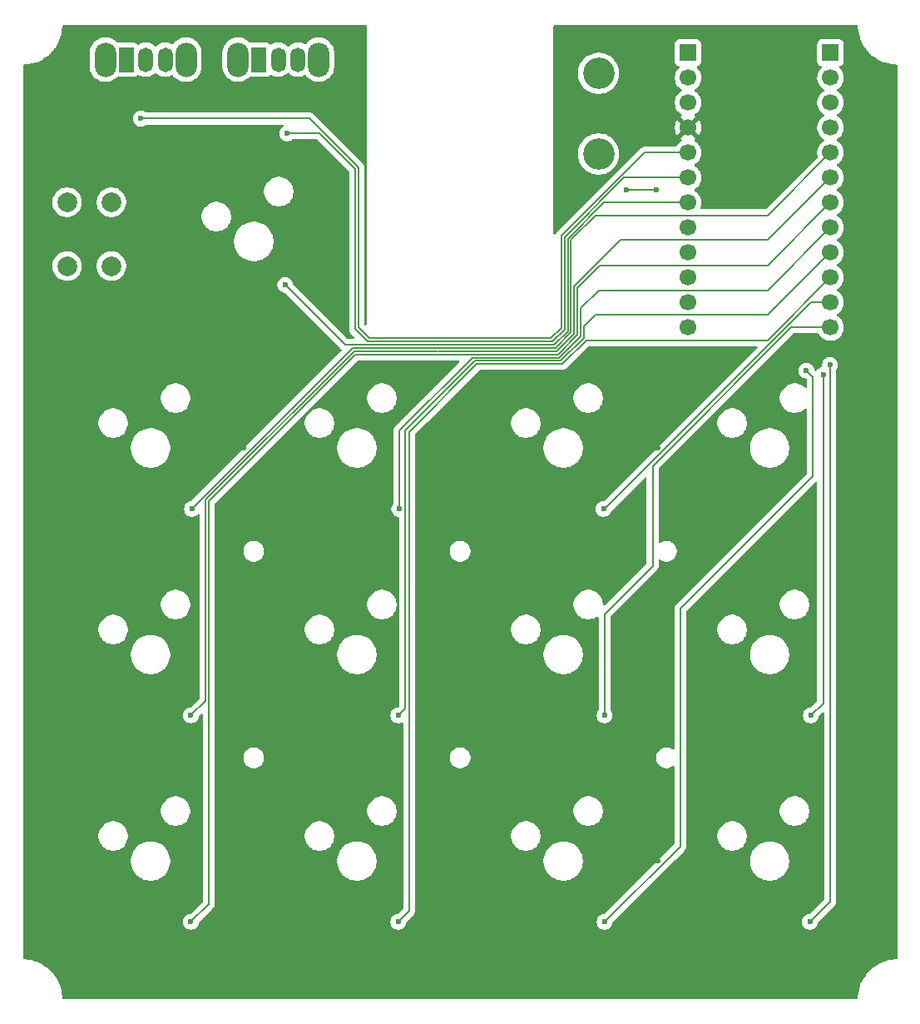
<source format=gbr>
%TF.GenerationSoftware,KiCad,Pcbnew,9.0.1*%
%TF.CreationDate,2025-05-05T15:00:30+02:00*%
%TF.ProjectId,macroboard,6d616372-6f62-46f6-9172-642e6b696361,rev?*%
%TF.SameCoordinates,Original*%
%TF.FileFunction,Copper,L1,Top*%
%TF.FilePolarity,Positive*%
%FSLAX46Y46*%
G04 Gerber Fmt 4.6, Leading zero omitted, Abs format (unit mm)*
G04 Created by KiCad (PCBNEW 9.0.1) date 2025-05-05 15:00:30*
%MOMM*%
%LPD*%
G01*
G04 APERTURE LIST*
%TA.AperFunction,ComponentPad*%
%ADD10C,2.000000*%
%TD*%
%TA.AperFunction,ComponentPad*%
%ADD11C,3.200000*%
%TD*%
%TA.AperFunction,ComponentPad*%
%ADD12R,1.700000X1.700000*%
%TD*%
%TA.AperFunction,ComponentPad*%
%ADD13C,1.700000*%
%TD*%
%TA.AperFunction,ComponentPad*%
%ADD14O,2.200000X3.500000*%
%TD*%
%TA.AperFunction,ComponentPad*%
%ADD15R,1.500000X2.500000*%
%TD*%
%TA.AperFunction,ComponentPad*%
%ADD16O,1.500000X2.500000*%
%TD*%
%TA.AperFunction,ViaPad*%
%ADD17C,0.600000*%
%TD*%
%TA.AperFunction,Conductor*%
%ADD18C,0.200000*%
%TD*%
G04 APERTURE END LIST*
D10*
%TO.P,RESET1,1,1*%
%TO.N,GND*%
X71500000Y-55000000D03*
X71500000Y-61500000D03*
%TO.P,RESET1,2,2*%
%TO.N,Net-(U1-~{RESET})*%
X76000000Y-55000000D03*
X76000000Y-61500000D03*
%TD*%
D11*
%TO.P,SW13,1,1*%
%TO.N,GND*%
X125600000Y-50100000D03*
%TO.P,SW13,2,2*%
%TO.N,/Debounce13/IN*%
X125600000Y-41900000D03*
%TD*%
D12*
%TO.P,U1,*%
%TO.N,*%
X134700000Y-39800000D03*
D13*
%TO.P,U1,1,PE6*%
%TO.N,/KEY6*%
X149200000Y-62660000D03*
%TO.P,U1,5,UGND*%
%TO.N,GND*%
X149200000Y-47420000D03*
%TO.P,U1,9,PB1*%
%TO.N,/KEY12*%
X134700000Y-60120000D03*
%TO.P,U1,10,PB2*%
%TO.N,/KEY10*%
X134700000Y-65200000D03*
%TO.P,U1,11,PB3*%
%TO.N,/KEY11*%
X134700000Y-62660000D03*
%TO.P,U1,13,~{RESET}*%
%TO.N,Net-(U1-~{RESET})*%
X134700000Y-44880000D03*
%TO.P,U1,14,VCC*%
%TO.N,VCC*%
X134700000Y-47420000D03*
%TO.P,U1,15,GND*%
%TO.N,GND*%
X149200000Y-44880000D03*
X134700000Y-42340000D03*
%TO.P,U1,18,PD0*%
%TO.N,/KEY2*%
X149200000Y-52500000D03*
%TO.P,U1,19,PD1*%
%TO.N,/KEY1*%
X149200000Y-49960000D03*
%TO.P,U1,20,PD2*%
%TO.N,unconnected-(U1-PD2-Pad20)*%
X149200000Y-42340000D03*
D12*
%TO.P,U1,21,PD3*%
%TO.N,unconnected-(U1-PD3-Pad21)*%
X149200000Y-39800000D03*
D13*
%TO.P,U1,25,PD4*%
%TO.N,/KEY3*%
X149200000Y-55040000D03*
%TO.P,U1,27,PD7*%
%TO.N,/KEY5*%
X149200000Y-60120000D03*
%TO.P,U1,28,PB4*%
%TO.N,/KEY7*%
X149200000Y-65200000D03*
%TO.P,U1,29,PB5*%
%TO.N,/KEY8*%
X149200000Y-67740000D03*
%TO.P,U1,30,PB6*%
%TO.N,/KEY9*%
X134700000Y-67740000D03*
%TO.P,U1,31,PC6*%
%TO.N,/KEY4*%
X149200000Y-57580000D03*
%TO.P,U1,36,PF7*%
%TO.N,/SPECIAL_KEY*%
X134700000Y-57580000D03*
%TO.P,U1,37,PF6*%
%TO.N,/MODE_SWITCH*%
X134700000Y-55040000D03*
%TO.P,U1,38,PF5*%
%TO.N,/SPECIAL_SWITCH_1*%
X134700000Y-52500000D03*
%TO.P,U1,39,PF4*%
%TO.N,/SPECIAL_SWITCH_2*%
X134700000Y-49960000D03*
%TD*%
D14*
%TO.P,SW16,*%
%TO.N,*%
X75400000Y-40500000D03*
X83600000Y-40500000D03*
D15*
%TO.P,SW16,1,A*%
%TO.N,/Debounce16/IN*%
X77500000Y-40500000D03*
D16*
%TO.P,SW16,2,B*%
%TO.N,GND*%
X79500000Y-40500000D03*
%TO.P,SW16,3,C*%
%TO.N,unconnected-(SW16-C-Pad3)*%
X81500000Y-40500000D03*
%TD*%
D14*
%TO.P,SW15,*%
%TO.N,*%
X88900000Y-40500000D03*
X97100000Y-40500000D03*
D15*
%TO.P,SW15,1,A*%
%TO.N,/Debounce15/IN*%
X91000000Y-40500000D03*
D16*
%TO.P,SW15,2,B*%
%TO.N,GND*%
X93000000Y-40500000D03*
%TO.P,SW15,3,C*%
%TO.N,unconnected-(SW15-C-Pad3)*%
X95000000Y-40500000D03*
%TD*%
D17*
%TO.N,Net-(U1-~{RESET})*%
X131500000Y-53750000D03*
X128450000Y-53750000D03*
%TO.N,VCC*%
X69400000Y-48100000D03*
X131600000Y-101200000D03*
X89500000Y-80000000D03*
X130200000Y-38300000D03*
X131600000Y-80000000D03*
X110600000Y-122000000D03*
X110500000Y-80000000D03*
X152600000Y-122000000D03*
X131600000Y-122000000D03*
X152600000Y-80000000D03*
X152600000Y-101200000D03*
X89600000Y-122000000D03*
X110600000Y-101200000D03*
X84600000Y-44500000D03*
X100000000Y-58800000D03*
X89600000Y-101200000D03*
%TO.N,/KEY1*%
X84200000Y-86200000D03*
%TO.N,/KEY2*%
X84100000Y-107200000D03*
%TO.N,/KEY3*%
X84100000Y-128200000D03*
%TO.N,/KEY4*%
X105300000Y-86200000D03*
%TO.N,/KEY5*%
X105200000Y-107200000D03*
%TO.N,/KEY6*%
X105200000Y-128200000D03*
%TO.N,/KEY7*%
X126100000Y-86200000D03*
%TO.N,/KEY8*%
X126200000Y-107200000D03*
%TO.N,/KEY9*%
X146750000Y-72130000D03*
X126200000Y-128200000D03*
%TO.N,/KEY11*%
X147200000Y-107200000D03*
X148450000Y-72550000D03*
%TO.N,/KEY12*%
X149137998Y-71555073D03*
X147100000Y-128200000D03*
%TO.N,/MODE_SWITCH*%
X93700000Y-63400000D03*
%TO.N,/SPECIAL_SWITCH_1*%
X93900000Y-48000000D03*
%TO.N,/SPECIAL_SWITCH_2*%
X79000000Y-46500000D03*
%TD*%
D18*
%TO.N,Net-(U1-~{RESET})*%
X128450000Y-53750000D02*
X131500000Y-53750000D01*
%TO.N,/KEY1*%
X125297724Y-56330000D02*
X142830000Y-56330000D01*
X84200000Y-86200000D02*
X100572000Y-69828000D01*
X142830000Y-56330000D02*
X149200000Y-49960000D01*
X100572000Y-69828000D02*
X121199724Y-69828000D01*
X121199724Y-69828000D02*
X122784000Y-68243724D01*
X122784000Y-58843724D02*
X125297724Y-56330000D01*
X122784000Y-68243724D02*
X122784000Y-58843724D01*
%TO.N,/KEY2*%
X85610000Y-85253862D02*
X100707862Y-70156000D01*
X142850000Y-58850000D02*
X149200000Y-52500000D01*
X127800000Y-58850000D02*
X142850000Y-58850000D01*
X109284000Y-70156000D02*
X121335586Y-70156000D01*
X100707862Y-70156000D02*
X109200000Y-70156000D01*
X85610000Y-105690000D02*
X85610000Y-85253862D01*
X123112000Y-68379586D02*
X123112000Y-63538000D01*
X121335586Y-70156000D02*
X123112000Y-68379586D01*
X84100000Y-107200000D02*
X85610000Y-105690000D01*
X123112000Y-63538000D02*
X127800000Y-58850000D01*
%TO.N,/KEY3*%
X85930000Y-105833862D02*
X85938000Y-105825862D01*
X85938000Y-105825862D02*
X85938000Y-85389724D01*
X121471448Y-70484000D02*
X123440000Y-68515448D01*
X123440000Y-63700000D02*
X125730000Y-61410000D01*
X142830000Y-61410000D02*
X149200000Y-55040000D01*
X85930000Y-126370000D02*
X85930000Y-105833862D01*
X85938000Y-85389724D02*
X100843724Y-70484000D01*
X123440000Y-68515448D02*
X123440000Y-63700000D01*
X125730000Y-61410000D02*
X142830000Y-61410000D01*
X84100000Y-128200000D02*
X85930000Y-126370000D01*
X100843724Y-70484000D02*
X121471448Y-70484000D01*
%TO.N,/KEY4*%
X105300000Y-78240000D02*
X112728000Y-70812000D01*
X112728000Y-70812000D02*
X121607310Y-70812000D01*
X123800000Y-65800000D02*
X125620000Y-63980000D01*
X123800000Y-68619310D02*
X123800000Y-65800000D01*
X125620000Y-63980000D02*
X142810000Y-63980000D01*
X149190000Y-57590000D02*
X149200000Y-57580000D01*
X149200000Y-57590000D02*
X149200000Y-57580000D01*
X105300000Y-86200000D02*
X105300000Y-78240000D01*
X142810000Y-63980000D02*
X149200000Y-57590000D01*
X121607310Y-70812000D02*
X123800000Y-68619310D01*
%TO.N,/KEY5*%
X121753172Y-71130000D02*
X121773862Y-71130000D01*
X124128000Y-68775862D02*
X124128000Y-67592000D01*
X105901000Y-78219000D02*
X112980000Y-71140000D01*
X112980000Y-71140000D02*
X121743172Y-71140000D01*
X105200000Y-107200000D02*
X105901000Y-106499000D01*
X121773862Y-71130000D02*
X124128000Y-68775862D01*
X124128000Y-67592000D02*
X125250000Y-66470000D01*
X105901000Y-106499000D02*
X105901000Y-78219000D01*
X142850000Y-66470000D02*
X149200000Y-60120000D01*
X125250000Y-66470000D02*
X142850000Y-66470000D01*
X121743172Y-71140000D02*
X121753172Y-71130000D01*
%TO.N,/KEY6*%
X106310000Y-127090000D02*
X106310000Y-78380000D01*
X124327724Y-69040000D02*
X142820000Y-69040000D01*
X142820000Y-69040000D02*
X149200000Y-62660000D01*
X113222000Y-71468000D02*
X121879034Y-71468000D01*
X121909724Y-71458000D02*
X124327724Y-69040000D01*
X106310000Y-78380000D02*
X113222000Y-71468000D01*
X121889034Y-71458000D02*
X121909724Y-71458000D01*
X121879034Y-71468000D02*
X121889034Y-71458000D01*
X105200000Y-128200000D02*
X106310000Y-127090000D01*
%TO.N,/KEY7*%
X126249944Y-86200000D02*
X147249944Y-65200000D01*
X126100000Y-86200000D02*
X126249944Y-86200000D01*
X147249944Y-65200000D02*
X149200000Y-65200000D01*
%TO.N,/KEY8*%
X131095000Y-81818805D02*
X145173805Y-67740000D01*
X145173805Y-67740000D02*
X149200000Y-67740000D01*
X126200000Y-96883366D02*
X131095000Y-91988366D01*
X131095000Y-91988366D02*
X131095000Y-81818805D01*
X126200000Y-107200000D02*
X126200000Y-96883366D01*
%TO.N,/KEY9*%
X147395000Y-82855000D02*
X133905000Y-96345000D01*
X146750000Y-72130000D02*
X147395000Y-72775000D01*
X147395000Y-72775000D02*
X147395000Y-82855000D01*
X133905000Y-96345000D02*
X133905000Y-120544943D01*
X126249943Y-128200000D02*
X126200000Y-128200000D01*
X133905000Y-120544943D02*
X126249943Y-128200000D01*
%TO.N,/KEY11*%
X148450000Y-105950000D02*
X147200000Y-107200000D01*
X148450000Y-72550000D02*
X148450000Y-105950000D01*
%TO.N,/KEY12*%
X149160000Y-126140000D02*
X147100000Y-128200000D01*
X149160000Y-71577075D02*
X149160000Y-126140000D01*
X149137998Y-71555073D02*
X149160000Y-71577075D01*
%TO.N,/MODE_SWITCH*%
X93700000Y-63400000D02*
X99800000Y-69500000D01*
X126123862Y-55040000D02*
X134700000Y-55040000D01*
X121063862Y-69500000D02*
X122456000Y-68107862D01*
X122456000Y-58707862D02*
X126123862Y-55040000D01*
X122456000Y-68107862D02*
X122456000Y-58707862D01*
X99800000Y-69500000D02*
X121063862Y-69500000D01*
%TO.N,/SPECIAL_SWITCH_1*%
X122128000Y-58572000D02*
X128200000Y-52500000D01*
X102072000Y-69172000D02*
X120928000Y-69172000D01*
X100800000Y-51600000D02*
X100800000Y-67900000D01*
X120928000Y-69172000D02*
X122128000Y-67972000D01*
X122128000Y-67972000D02*
X122128000Y-58572000D01*
X100800000Y-67900000D02*
X102072000Y-69172000D01*
X97200000Y-48000000D02*
X100800000Y-51600000D01*
X93900000Y-48000000D02*
X97200000Y-48000000D01*
X128200000Y-52500000D02*
X134700000Y-52500000D01*
%TO.N,/SPECIAL_SWITCH_2*%
X101100000Y-51400000D02*
X101100000Y-51436138D01*
X120756000Y-68844000D02*
X121800000Y-67800000D01*
X101128000Y-51464138D02*
X101128000Y-67695100D01*
X101128000Y-67695100D02*
X102276900Y-68844000D01*
X79000000Y-46500000D02*
X96200000Y-46500000D01*
X130276138Y-49960000D02*
X134700000Y-49960000D01*
X96200000Y-46500000D02*
X101100000Y-51400000D01*
X121800000Y-58436138D02*
X130276138Y-49960000D01*
X101100000Y-51436138D02*
X101128000Y-51464138D01*
X121800000Y-67800000D02*
X121800000Y-58436138D01*
X102276900Y-68844000D02*
X120756000Y-68844000D01*
%TD*%
%TA.AperFunction,Conductor*%
%TO.N,VCC*%
G36*
X101942539Y-37020185D02*
G01*
X101988294Y-37072989D01*
X101999500Y-37124500D01*
X101999500Y-67418003D01*
X101993261Y-67439248D01*
X101991682Y-67461337D01*
X101983609Y-67472120D01*
X101979815Y-67485042D01*
X101963081Y-67499541D01*
X101949810Y-67517270D01*
X101937189Y-67521977D01*
X101927011Y-67530797D01*
X101905093Y-67533948D01*
X101884346Y-67541687D01*
X101871185Y-67538824D01*
X101857853Y-67540741D01*
X101837709Y-67531541D01*
X101816073Y-67526835D01*
X101798347Y-67513566D01*
X101794297Y-67511716D01*
X101787819Y-67505684D01*
X101764819Y-67482684D01*
X101731334Y-67421361D01*
X101728500Y-67395003D01*
X101728500Y-51553197D01*
X101728501Y-51553184D01*
X101728501Y-51385083D01*
X101728501Y-51385081D01*
X101687577Y-51232353D01*
X101675559Y-51211539D01*
X101663170Y-51181628D01*
X101659577Y-51168217D01*
X101659577Y-51168216D01*
X101580520Y-51031284D01*
X101468716Y-50919480D01*
X101464385Y-50915149D01*
X101464374Y-50915139D01*
X96687590Y-46138355D01*
X96687588Y-46138352D01*
X96568717Y-46019481D01*
X96568716Y-46019480D01*
X96481904Y-45969360D01*
X96481904Y-45969359D01*
X96481900Y-45969358D01*
X96431785Y-45940423D01*
X96279057Y-45899499D01*
X96120943Y-45899499D01*
X96113347Y-45899499D01*
X96113331Y-45899500D01*
X79579766Y-45899500D01*
X79512727Y-45879815D01*
X79510875Y-45878602D01*
X79379185Y-45790609D01*
X79379172Y-45790602D01*
X79233501Y-45730264D01*
X79233489Y-45730261D01*
X79078845Y-45699500D01*
X79078842Y-45699500D01*
X78921158Y-45699500D01*
X78921155Y-45699500D01*
X78766510Y-45730261D01*
X78766498Y-45730264D01*
X78620827Y-45790602D01*
X78620814Y-45790609D01*
X78489711Y-45878210D01*
X78489707Y-45878213D01*
X78378213Y-45989707D01*
X78378210Y-45989711D01*
X78290609Y-46120814D01*
X78290602Y-46120827D01*
X78230264Y-46266498D01*
X78230261Y-46266510D01*
X78199500Y-46421153D01*
X78199500Y-46578846D01*
X78230261Y-46733489D01*
X78230264Y-46733501D01*
X78290602Y-46879172D01*
X78290609Y-46879185D01*
X78378210Y-47010288D01*
X78378213Y-47010292D01*
X78489707Y-47121786D01*
X78489711Y-47121789D01*
X78620814Y-47209390D01*
X78620827Y-47209397D01*
X78766498Y-47269735D01*
X78766503Y-47269737D01*
X78871418Y-47290606D01*
X78921153Y-47300499D01*
X78921156Y-47300500D01*
X78921158Y-47300500D01*
X79078844Y-47300500D01*
X79078845Y-47300499D01*
X79233497Y-47269737D01*
X79379179Y-47209394D01*
X79386256Y-47204665D01*
X79510875Y-47121398D01*
X79577553Y-47100520D01*
X79579766Y-47100500D01*
X93396561Y-47100500D01*
X93463600Y-47120185D01*
X93509355Y-47172989D01*
X93519299Y-47242147D01*
X93490274Y-47305703D01*
X93465452Y-47327602D01*
X93389711Y-47378210D01*
X93389707Y-47378213D01*
X93278213Y-47489707D01*
X93278210Y-47489711D01*
X93190609Y-47620814D01*
X93190602Y-47620827D01*
X93130264Y-47766498D01*
X93130261Y-47766510D01*
X93099500Y-47921153D01*
X93099500Y-48078846D01*
X93130261Y-48233489D01*
X93130264Y-48233501D01*
X93190602Y-48379172D01*
X93190609Y-48379185D01*
X93278210Y-48510288D01*
X93278213Y-48510292D01*
X93389707Y-48621786D01*
X93389711Y-48621789D01*
X93520814Y-48709390D01*
X93520827Y-48709397D01*
X93646489Y-48761447D01*
X93666503Y-48769737D01*
X93819660Y-48800202D01*
X93821153Y-48800499D01*
X93821156Y-48800500D01*
X93821158Y-48800500D01*
X93978844Y-48800500D01*
X93978845Y-48800499D01*
X94133497Y-48769737D01*
X94279179Y-48709394D01*
X94378913Y-48642754D01*
X94410875Y-48621398D01*
X94477553Y-48600520D01*
X94479766Y-48600500D01*
X96899903Y-48600500D01*
X96966942Y-48620185D01*
X96987584Y-48636819D01*
X100163181Y-51812416D01*
X100196666Y-51873739D01*
X100199500Y-51900097D01*
X100199500Y-67813330D01*
X100199499Y-67813348D01*
X100199499Y-67979054D01*
X100199498Y-67979054D01*
X100199499Y-67979057D01*
X100240423Y-68131785D01*
X100265582Y-68175361D01*
X100316304Y-68263215D01*
X100319479Y-68268714D01*
X100319481Y-68268717D01*
X100438349Y-68387585D01*
X100438355Y-68387590D01*
X100738584Y-68687819D01*
X100772069Y-68749142D01*
X100767085Y-68818834D01*
X100725213Y-68874767D01*
X100659749Y-68899184D01*
X100650903Y-68899500D01*
X100100098Y-68899500D01*
X100033059Y-68879815D01*
X100012417Y-68863181D01*
X94534573Y-63385337D01*
X94501088Y-63324014D01*
X94500637Y-63321847D01*
X94472106Y-63178414D01*
X94469737Y-63166503D01*
X94460632Y-63144522D01*
X94409397Y-63020827D01*
X94409390Y-63020814D01*
X94321789Y-62889711D01*
X94321786Y-62889707D01*
X94210292Y-62778213D01*
X94210288Y-62778210D01*
X94079185Y-62690609D01*
X94079172Y-62690602D01*
X93933501Y-62630264D01*
X93933489Y-62630261D01*
X93778845Y-62599500D01*
X93778842Y-62599500D01*
X93621158Y-62599500D01*
X93621155Y-62599500D01*
X93466510Y-62630261D01*
X93466498Y-62630264D01*
X93320827Y-62690602D01*
X93320814Y-62690609D01*
X93189711Y-62778210D01*
X93189707Y-62778213D01*
X93078213Y-62889707D01*
X93078210Y-62889711D01*
X92990609Y-63020814D01*
X92990602Y-63020827D01*
X92930264Y-63166498D01*
X92930261Y-63166510D01*
X92899500Y-63321153D01*
X92899500Y-63478846D01*
X92930261Y-63633489D01*
X92930264Y-63633501D01*
X92990602Y-63779172D01*
X92990609Y-63779185D01*
X93078210Y-63910288D01*
X93078213Y-63910292D01*
X93189707Y-64021786D01*
X93189711Y-64021789D01*
X93320814Y-64109390D01*
X93320827Y-64109397D01*
X93466498Y-64169735D01*
X93466503Y-64169737D01*
X93531147Y-64182595D01*
X93621849Y-64200638D01*
X93683760Y-64233023D01*
X93685339Y-64234574D01*
X99413083Y-69962319D01*
X99446568Y-70023642D01*
X99441584Y-70093334D01*
X99413083Y-70137681D01*
X84185339Y-85365425D01*
X84124016Y-85398910D01*
X84121850Y-85399361D01*
X83966508Y-85430261D01*
X83966498Y-85430264D01*
X83820827Y-85490602D01*
X83820814Y-85490609D01*
X83689711Y-85578210D01*
X83689707Y-85578213D01*
X83578213Y-85689707D01*
X83578210Y-85689711D01*
X83490609Y-85820814D01*
X83490602Y-85820827D01*
X83430264Y-85966498D01*
X83430261Y-85966510D01*
X83399500Y-86121153D01*
X83399500Y-86278846D01*
X83430261Y-86433489D01*
X83430264Y-86433501D01*
X83490602Y-86579172D01*
X83490609Y-86579185D01*
X83578210Y-86710288D01*
X83578213Y-86710292D01*
X83689707Y-86821786D01*
X83689711Y-86821789D01*
X83820814Y-86909390D01*
X83820827Y-86909397D01*
X83966498Y-86969735D01*
X83966503Y-86969737D01*
X84100692Y-86996429D01*
X84121153Y-87000499D01*
X84121156Y-87000500D01*
X84121158Y-87000500D01*
X84278844Y-87000500D01*
X84278845Y-87000499D01*
X84433497Y-86969737D01*
X84579179Y-86909394D01*
X84710289Y-86821789D01*
X84718983Y-86813095D01*
X84797819Y-86734260D01*
X84859142Y-86700775D01*
X84928834Y-86705759D01*
X84984767Y-86747631D01*
X85009184Y-86813095D01*
X85009500Y-86821941D01*
X85009500Y-105389903D01*
X84989815Y-105456942D01*
X84973181Y-105477584D01*
X84085339Y-106365425D01*
X84024016Y-106398910D01*
X84021850Y-106399361D01*
X83866508Y-106430261D01*
X83866498Y-106430264D01*
X83720827Y-106490602D01*
X83720814Y-106490609D01*
X83589711Y-106578210D01*
X83589707Y-106578213D01*
X83478213Y-106689707D01*
X83478210Y-106689711D01*
X83390609Y-106820814D01*
X83390602Y-106820827D01*
X83330264Y-106966498D01*
X83330261Y-106966510D01*
X83299500Y-107121153D01*
X83299500Y-107278846D01*
X83330261Y-107433489D01*
X83330264Y-107433501D01*
X83390602Y-107579172D01*
X83390609Y-107579185D01*
X83478210Y-107710288D01*
X83478213Y-107710292D01*
X83589707Y-107821786D01*
X83589711Y-107821789D01*
X83720814Y-107909390D01*
X83720827Y-107909397D01*
X83819425Y-107950237D01*
X83866503Y-107969737D01*
X84021153Y-108000499D01*
X84021156Y-108000500D01*
X84021158Y-108000500D01*
X84178844Y-108000500D01*
X84178845Y-108000499D01*
X84333497Y-107969737D01*
X84479179Y-107909394D01*
X84610289Y-107821789D01*
X84721789Y-107710289D01*
X84809394Y-107579179D01*
X84869737Y-107433497D01*
X84889113Y-107336085D01*
X84900638Y-107278150D01*
X84933023Y-107216239D01*
X84934518Y-107214716D01*
X85117819Y-107031416D01*
X85179142Y-106997931D01*
X85248834Y-107002915D01*
X85304767Y-107044787D01*
X85329184Y-107110251D01*
X85329500Y-107119097D01*
X85329500Y-126069903D01*
X85309815Y-126136942D01*
X85293181Y-126157584D01*
X84085339Y-127365425D01*
X84024016Y-127398910D01*
X84021850Y-127399361D01*
X83866508Y-127430261D01*
X83866498Y-127430264D01*
X83720827Y-127490602D01*
X83720814Y-127490609D01*
X83589711Y-127578210D01*
X83589707Y-127578213D01*
X83478213Y-127689707D01*
X83478210Y-127689711D01*
X83390609Y-127820814D01*
X83390602Y-127820827D01*
X83330264Y-127966498D01*
X83330261Y-127966510D01*
X83299500Y-128121153D01*
X83299500Y-128278846D01*
X83330261Y-128433489D01*
X83330264Y-128433501D01*
X83390602Y-128579172D01*
X83390609Y-128579185D01*
X83478210Y-128710288D01*
X83478213Y-128710292D01*
X83589707Y-128821786D01*
X83589711Y-128821789D01*
X83720814Y-128909390D01*
X83720827Y-128909397D01*
X83866498Y-128969735D01*
X83866503Y-128969737D01*
X84021153Y-129000499D01*
X84021156Y-129000500D01*
X84021158Y-129000500D01*
X84178844Y-129000500D01*
X84178845Y-129000499D01*
X84333497Y-128969737D01*
X84479179Y-128909394D01*
X84610289Y-128821789D01*
X84721789Y-128710289D01*
X84809394Y-128579179D01*
X84869737Y-128433497D01*
X84895575Y-128303603D01*
X84900638Y-128278150D01*
X84933023Y-128216239D01*
X84934519Y-128214715D01*
X86288506Y-126860727D01*
X86288511Y-126860724D01*
X86298714Y-126850520D01*
X86298716Y-126850520D01*
X86410520Y-126738716D01*
X86478760Y-126620520D01*
X86489577Y-126601785D01*
X86530501Y-126449057D01*
X86530501Y-126290943D01*
X86530501Y-126283348D01*
X86530500Y-126283330D01*
X86530500Y-121868872D01*
X98999500Y-121868872D01*
X98999500Y-122131127D01*
X99026123Y-122333339D01*
X99033730Y-122391116D01*
X99101602Y-122644418D01*
X99101605Y-122644428D01*
X99201953Y-122886690D01*
X99201958Y-122886700D01*
X99333075Y-123113803D01*
X99492718Y-123321851D01*
X99492726Y-123321860D01*
X99678140Y-123507274D01*
X99678148Y-123507281D01*
X99886196Y-123666924D01*
X100113299Y-123798041D01*
X100113309Y-123798046D01*
X100355571Y-123898394D01*
X100355581Y-123898398D01*
X100608884Y-123966270D01*
X100868880Y-124000500D01*
X100868887Y-124000500D01*
X101131113Y-124000500D01*
X101131120Y-124000500D01*
X101391116Y-123966270D01*
X101644419Y-123898398D01*
X101886697Y-123798043D01*
X102113803Y-123666924D01*
X102321851Y-123507282D01*
X102321855Y-123507277D01*
X102321860Y-123507274D01*
X102507274Y-123321860D01*
X102507277Y-123321855D01*
X102507282Y-123321851D01*
X102666924Y-123113803D01*
X102798043Y-122886697D01*
X102898398Y-122644419D01*
X102966270Y-122391116D01*
X103000500Y-122131120D01*
X103000500Y-121868880D01*
X102966270Y-121608884D01*
X102898398Y-121355581D01*
X102898394Y-121355571D01*
X102798046Y-121113309D01*
X102798041Y-121113299D01*
X102666924Y-120886196D01*
X102507281Y-120678148D01*
X102507274Y-120678140D01*
X102321860Y-120492726D01*
X102321851Y-120492718D01*
X102113803Y-120333075D01*
X101886700Y-120201958D01*
X101886690Y-120201953D01*
X101644428Y-120101605D01*
X101644421Y-120101603D01*
X101644419Y-120101602D01*
X101391116Y-120033730D01*
X101333339Y-120026123D01*
X101131127Y-119999500D01*
X101131120Y-119999500D01*
X100868880Y-119999500D01*
X100868872Y-119999500D01*
X100637772Y-120029926D01*
X100608884Y-120033730D01*
X100355581Y-120101602D01*
X100355571Y-120101605D01*
X100113309Y-120201953D01*
X100113299Y-120201958D01*
X99886196Y-120333075D01*
X99678148Y-120492718D01*
X99492718Y-120678148D01*
X99333075Y-120886196D01*
X99201958Y-121113299D01*
X99201953Y-121113309D01*
X99101605Y-121355571D01*
X99101602Y-121355581D01*
X99033730Y-121608885D01*
X98999500Y-121868872D01*
X86530500Y-121868872D01*
X86530500Y-119341902D01*
X95689500Y-119341902D01*
X95689500Y-119578097D01*
X95726446Y-119811368D01*
X95799433Y-120035996D01*
X95832863Y-120101605D01*
X95906657Y-120246433D01*
X96045483Y-120437510D01*
X96212490Y-120604517D01*
X96403567Y-120743343D01*
X96469085Y-120776726D01*
X96614003Y-120850566D01*
X96614005Y-120850566D01*
X96614008Y-120850568D01*
X96734412Y-120889689D01*
X96838631Y-120923553D01*
X97071903Y-120960500D01*
X97071908Y-120960500D01*
X97308097Y-120960500D01*
X97541368Y-120923553D01*
X97571815Y-120913660D01*
X97765992Y-120850568D01*
X97976433Y-120743343D01*
X98167510Y-120604517D01*
X98334517Y-120437510D01*
X98473343Y-120246433D01*
X98580568Y-120035992D01*
X98653553Y-119811368D01*
X98690500Y-119578097D01*
X98690500Y-119341902D01*
X98653553Y-119108631D01*
X98580566Y-118884003D01*
X98473342Y-118673566D01*
X98334517Y-118482490D01*
X98167510Y-118315483D01*
X97976433Y-118176657D01*
X97765996Y-118069433D01*
X97541368Y-117996446D01*
X97308097Y-117959500D01*
X97308092Y-117959500D01*
X97071908Y-117959500D01*
X97071903Y-117959500D01*
X96838631Y-117996446D01*
X96614003Y-118069433D01*
X96403566Y-118176657D01*
X96294550Y-118255862D01*
X96212490Y-118315483D01*
X96212488Y-118315485D01*
X96212487Y-118315485D01*
X96045485Y-118482487D01*
X96045485Y-118482488D01*
X96045483Y-118482490D01*
X95985862Y-118564550D01*
X95906657Y-118673566D01*
X95799433Y-118884003D01*
X95726446Y-119108631D01*
X95689500Y-119341902D01*
X86530500Y-119341902D01*
X86530500Y-116801902D01*
X102039500Y-116801902D01*
X102039500Y-117038097D01*
X102076446Y-117271368D01*
X102149433Y-117495996D01*
X102256657Y-117706433D01*
X102395483Y-117897510D01*
X102562490Y-118064517D01*
X102753567Y-118203343D01*
X102852991Y-118254002D01*
X102964003Y-118310566D01*
X102964005Y-118310566D01*
X102964008Y-118310568D01*
X103084412Y-118349689D01*
X103188631Y-118383553D01*
X103421903Y-118420500D01*
X103421908Y-118420500D01*
X103658097Y-118420500D01*
X103891368Y-118383553D01*
X104115992Y-118310568D01*
X104326433Y-118203343D01*
X104517510Y-118064517D01*
X104684517Y-117897510D01*
X104823343Y-117706433D01*
X104930568Y-117495992D01*
X105003553Y-117271368D01*
X105040500Y-117038097D01*
X105040500Y-116801902D01*
X105003553Y-116568631D01*
X104930566Y-116344003D01*
X104823342Y-116133566D01*
X104684517Y-115942490D01*
X104517510Y-115775483D01*
X104326433Y-115636657D01*
X104115996Y-115529433D01*
X103891368Y-115456446D01*
X103658097Y-115419500D01*
X103658092Y-115419500D01*
X103421908Y-115419500D01*
X103421903Y-115419500D01*
X103188631Y-115456446D01*
X102964003Y-115529433D01*
X102753566Y-115636657D01*
X102644550Y-115715862D01*
X102562490Y-115775483D01*
X102562488Y-115775485D01*
X102562487Y-115775485D01*
X102395485Y-115942487D01*
X102395485Y-115942488D01*
X102395483Y-115942490D01*
X102335862Y-116024550D01*
X102256657Y-116133566D01*
X102149433Y-116344003D01*
X102076446Y-116568631D01*
X102039500Y-116801902D01*
X86530500Y-116801902D01*
X86530500Y-111396530D01*
X89449500Y-111396530D01*
X89449500Y-111603469D01*
X89489868Y-111806412D01*
X89489870Y-111806420D01*
X89569058Y-111997596D01*
X89684024Y-112169657D01*
X89830342Y-112315975D01*
X89830345Y-112315977D01*
X90002402Y-112430941D01*
X90193580Y-112510130D01*
X90396530Y-112550499D01*
X90396534Y-112550500D01*
X90396535Y-112550500D01*
X90603466Y-112550500D01*
X90603467Y-112550499D01*
X90806420Y-112510130D01*
X90997598Y-112430941D01*
X91169655Y-112315977D01*
X91315977Y-112169655D01*
X91430941Y-111997598D01*
X91510130Y-111806420D01*
X91550500Y-111603465D01*
X91550500Y-111396535D01*
X91510130Y-111193580D01*
X91430941Y-111002402D01*
X91315977Y-110830345D01*
X91315975Y-110830342D01*
X91169657Y-110684024D01*
X91057635Y-110609174D01*
X90997598Y-110569059D01*
X90806420Y-110489870D01*
X90806412Y-110489868D01*
X90603469Y-110449500D01*
X90603465Y-110449500D01*
X90396535Y-110449500D01*
X90396530Y-110449500D01*
X90193587Y-110489868D01*
X90193579Y-110489870D01*
X90002403Y-110569058D01*
X89830342Y-110684024D01*
X89684024Y-110830342D01*
X89569058Y-111002403D01*
X89489870Y-111193579D01*
X89489868Y-111193587D01*
X89449500Y-111396530D01*
X86530500Y-111396530D01*
X86530500Y-105951102D01*
X86530588Y-105946424D01*
X86531114Y-105932485D01*
X86538501Y-105904919D01*
X86538501Y-105746804D01*
X86538500Y-105746800D01*
X86538500Y-100868872D01*
X98999500Y-100868872D01*
X98999500Y-101131127D01*
X99026123Y-101333339D01*
X99033730Y-101391116D01*
X99101602Y-101644418D01*
X99101605Y-101644428D01*
X99201953Y-101886690D01*
X99201958Y-101886700D01*
X99333075Y-102113803D01*
X99492718Y-102321851D01*
X99492726Y-102321860D01*
X99678140Y-102507274D01*
X99678148Y-102507281D01*
X99886196Y-102666924D01*
X100113299Y-102798041D01*
X100113309Y-102798046D01*
X100355571Y-102898394D01*
X100355581Y-102898398D01*
X100608884Y-102966270D01*
X100868880Y-103000500D01*
X100868887Y-103000500D01*
X101131113Y-103000500D01*
X101131120Y-103000500D01*
X101391116Y-102966270D01*
X101644419Y-102898398D01*
X101886697Y-102798043D01*
X102113803Y-102666924D01*
X102321851Y-102507282D01*
X102321855Y-102507277D01*
X102321860Y-102507274D01*
X102507274Y-102321860D01*
X102507277Y-102321855D01*
X102507282Y-102321851D01*
X102666924Y-102113803D01*
X102798043Y-101886697D01*
X102898398Y-101644419D01*
X102966270Y-101391116D01*
X103000500Y-101131120D01*
X103000500Y-100868880D01*
X102966270Y-100608884D01*
X102898398Y-100355581D01*
X102898394Y-100355571D01*
X102798046Y-100113309D01*
X102798041Y-100113299D01*
X102666924Y-99886196D01*
X102507281Y-99678148D01*
X102507274Y-99678140D01*
X102321860Y-99492726D01*
X102321851Y-99492718D01*
X102113803Y-99333075D01*
X101886700Y-99201958D01*
X101886690Y-99201953D01*
X101644428Y-99101605D01*
X101644421Y-99101603D01*
X101644419Y-99101602D01*
X101391116Y-99033730D01*
X101333339Y-99026123D01*
X101131127Y-98999500D01*
X101131120Y-98999500D01*
X100868880Y-98999500D01*
X100868872Y-98999500D01*
X100637772Y-99029926D01*
X100608884Y-99033730D01*
X100355581Y-99101602D01*
X100355571Y-99101605D01*
X100113309Y-99201953D01*
X100113299Y-99201958D01*
X99886196Y-99333075D01*
X99678148Y-99492718D01*
X99492718Y-99678148D01*
X99333075Y-99886196D01*
X99201958Y-100113299D01*
X99201953Y-100113309D01*
X99101605Y-100355571D01*
X99101602Y-100355581D01*
X99033730Y-100608885D01*
X98999500Y-100868872D01*
X86538500Y-100868872D01*
X86538500Y-98341902D01*
X95689500Y-98341902D01*
X95689500Y-98578097D01*
X95726446Y-98811368D01*
X95799433Y-99035996D01*
X95832863Y-99101605D01*
X95906657Y-99246433D01*
X96045483Y-99437510D01*
X96212490Y-99604517D01*
X96403567Y-99743343D01*
X96502991Y-99794002D01*
X96614003Y-99850566D01*
X96614005Y-99850566D01*
X96614008Y-99850568D01*
X96734412Y-99889689D01*
X96838631Y-99923553D01*
X97071903Y-99960500D01*
X97071908Y-99960500D01*
X97308097Y-99960500D01*
X97541368Y-99923553D01*
X97765992Y-99850568D01*
X97976433Y-99743343D01*
X98167510Y-99604517D01*
X98334517Y-99437510D01*
X98473343Y-99246433D01*
X98580568Y-99035992D01*
X98653553Y-98811368D01*
X98690500Y-98578097D01*
X98690500Y-98341902D01*
X98653553Y-98108631D01*
X98580566Y-97884003D01*
X98473342Y-97673566D01*
X98334517Y-97482490D01*
X98167510Y-97315483D01*
X97976433Y-97176657D01*
X97920179Y-97147994D01*
X97765996Y-97069433D01*
X97541368Y-96996446D01*
X97308097Y-96959500D01*
X97308092Y-96959500D01*
X97071908Y-96959500D01*
X97071903Y-96959500D01*
X96838631Y-96996446D01*
X96614003Y-97069433D01*
X96403566Y-97176657D01*
X96304944Y-97248311D01*
X96212490Y-97315483D01*
X96212488Y-97315485D01*
X96212487Y-97315485D01*
X96045485Y-97482487D01*
X96045485Y-97482488D01*
X96045483Y-97482490D01*
X95985862Y-97564550D01*
X95906657Y-97673566D01*
X95799433Y-97884003D01*
X95726446Y-98108631D01*
X95689500Y-98341902D01*
X86538500Y-98341902D01*
X86538500Y-95801902D01*
X102039500Y-95801902D01*
X102039500Y-96038097D01*
X102076446Y-96271368D01*
X102149433Y-96495996D01*
X102225404Y-96645096D01*
X102256657Y-96706433D01*
X102395483Y-96897510D01*
X102562490Y-97064517D01*
X102753567Y-97203343D01*
X102841822Y-97248311D01*
X102964003Y-97310566D01*
X102964005Y-97310566D01*
X102964008Y-97310568D01*
X103084412Y-97349689D01*
X103188631Y-97383553D01*
X103421903Y-97420500D01*
X103421908Y-97420500D01*
X103658097Y-97420500D01*
X103891368Y-97383553D01*
X104115992Y-97310568D01*
X104326433Y-97203343D01*
X104517510Y-97064517D01*
X104684517Y-96897510D01*
X104823343Y-96706433D01*
X104930568Y-96495992D01*
X105003553Y-96271368D01*
X105004412Y-96265943D01*
X105040500Y-96038097D01*
X105040500Y-95801902D01*
X105003553Y-95568631D01*
X104930566Y-95344003D01*
X104823342Y-95133566D01*
X104684517Y-94942490D01*
X104517510Y-94775483D01*
X104326433Y-94636657D01*
X104115996Y-94529433D01*
X103891368Y-94456446D01*
X103658097Y-94419500D01*
X103658092Y-94419500D01*
X103421908Y-94419500D01*
X103421903Y-94419500D01*
X103188631Y-94456446D01*
X102964003Y-94529433D01*
X102753566Y-94636657D01*
X102644550Y-94715862D01*
X102562490Y-94775483D01*
X102562488Y-94775485D01*
X102562487Y-94775485D01*
X102395485Y-94942487D01*
X102395485Y-94942488D01*
X102395483Y-94942490D01*
X102335862Y-95024550D01*
X102256657Y-95133566D01*
X102149433Y-95344003D01*
X102076446Y-95568631D01*
X102039500Y-95801902D01*
X86538500Y-95801902D01*
X86538500Y-90396530D01*
X89449500Y-90396530D01*
X89449500Y-90603469D01*
X89489868Y-90806412D01*
X89489870Y-90806420D01*
X89569058Y-90997596D01*
X89684024Y-91169657D01*
X89830342Y-91315975D01*
X89830345Y-91315977D01*
X90002402Y-91430941D01*
X90193580Y-91510130D01*
X90396530Y-91550499D01*
X90396534Y-91550500D01*
X90396535Y-91550500D01*
X90603466Y-91550500D01*
X90603467Y-91550499D01*
X90806420Y-91510130D01*
X90997598Y-91430941D01*
X91169655Y-91315977D01*
X91315977Y-91169655D01*
X91430941Y-90997598D01*
X91510130Y-90806420D01*
X91550500Y-90603465D01*
X91550500Y-90396535D01*
X91510130Y-90193580D01*
X91430941Y-90002402D01*
X91315977Y-89830345D01*
X91315975Y-89830342D01*
X91169657Y-89684024D01*
X91083626Y-89626541D01*
X90997598Y-89569059D01*
X90806420Y-89489870D01*
X90806412Y-89489868D01*
X90603469Y-89449500D01*
X90603465Y-89449500D01*
X90396535Y-89449500D01*
X90396530Y-89449500D01*
X90193587Y-89489868D01*
X90193579Y-89489870D01*
X90002403Y-89569058D01*
X89830342Y-89684024D01*
X89684024Y-89830342D01*
X89569058Y-90002403D01*
X89489870Y-90193579D01*
X89489868Y-90193587D01*
X89449500Y-90396530D01*
X86538500Y-90396530D01*
X86538500Y-85689821D01*
X86558185Y-85622782D01*
X86574819Y-85602140D01*
X92308087Y-79868872D01*
X98999500Y-79868872D01*
X98999500Y-80131127D01*
X99026123Y-80333339D01*
X99033730Y-80391116D01*
X99101602Y-80644418D01*
X99101605Y-80644428D01*
X99201953Y-80886690D01*
X99201958Y-80886700D01*
X99333075Y-81113803D01*
X99492718Y-81321851D01*
X99492726Y-81321860D01*
X99678140Y-81507274D01*
X99678148Y-81507281D01*
X99886196Y-81666924D01*
X100113299Y-81798041D01*
X100113309Y-81798046D01*
X100355571Y-81898394D01*
X100355581Y-81898398D01*
X100608884Y-81966270D01*
X100868880Y-82000500D01*
X100868887Y-82000500D01*
X101131113Y-82000500D01*
X101131120Y-82000500D01*
X101391116Y-81966270D01*
X101644419Y-81898398D01*
X101886697Y-81798043D01*
X102113803Y-81666924D01*
X102321851Y-81507282D01*
X102321855Y-81507277D01*
X102321860Y-81507274D01*
X102507274Y-81321860D01*
X102507277Y-81321855D01*
X102507282Y-81321851D01*
X102666924Y-81113803D01*
X102798043Y-80886697D01*
X102898398Y-80644419D01*
X102966270Y-80391116D01*
X103000500Y-80131120D01*
X103000500Y-79868880D01*
X102966270Y-79608884D01*
X102898398Y-79355581D01*
X102898394Y-79355571D01*
X102798046Y-79113309D01*
X102798041Y-79113299D01*
X102666924Y-78886196D01*
X102507281Y-78678148D01*
X102507274Y-78678140D01*
X102321860Y-78492726D01*
X102321851Y-78492718D01*
X102113803Y-78333075D01*
X101886700Y-78201958D01*
X101886690Y-78201953D01*
X101644428Y-78101605D01*
X101644421Y-78101603D01*
X101644419Y-78101602D01*
X101391116Y-78033730D01*
X101333339Y-78026123D01*
X101131127Y-77999500D01*
X101131120Y-77999500D01*
X100868880Y-77999500D01*
X100868872Y-77999500D01*
X100637772Y-78029926D01*
X100608884Y-78033730D01*
X100355581Y-78101602D01*
X100355571Y-78101605D01*
X100113309Y-78201953D01*
X100113299Y-78201958D01*
X99886196Y-78333075D01*
X99678148Y-78492718D01*
X99492718Y-78678148D01*
X99333075Y-78886196D01*
X99201958Y-79113299D01*
X99201953Y-79113309D01*
X99101605Y-79355571D01*
X99101602Y-79355581D01*
X99033730Y-79608885D01*
X98999500Y-79868872D01*
X92308087Y-79868872D01*
X94835057Y-77341902D01*
X95689500Y-77341902D01*
X95689500Y-77578097D01*
X95726446Y-77811368D01*
X95799433Y-78035996D01*
X95883993Y-78201953D01*
X95906657Y-78246433D01*
X96045483Y-78437510D01*
X96212490Y-78604517D01*
X96403567Y-78743343D01*
X96502991Y-78794002D01*
X96614003Y-78850566D01*
X96614005Y-78850566D01*
X96614008Y-78850568D01*
X96734412Y-78889689D01*
X96838631Y-78923553D01*
X97071903Y-78960500D01*
X97071908Y-78960500D01*
X97308097Y-78960500D01*
X97541368Y-78923553D01*
X97765992Y-78850568D01*
X97976433Y-78743343D01*
X98167510Y-78604517D01*
X98334517Y-78437510D01*
X98473343Y-78246433D01*
X98580568Y-78035992D01*
X98653553Y-77811368D01*
X98661772Y-77759478D01*
X98690500Y-77578097D01*
X98690500Y-77341902D01*
X98653553Y-77108631D01*
X98580566Y-76884003D01*
X98473342Y-76673566D01*
X98334517Y-76482490D01*
X98167510Y-76315483D01*
X97976433Y-76176657D01*
X97765996Y-76069433D01*
X97541368Y-75996446D01*
X97308097Y-75959500D01*
X97308092Y-75959500D01*
X97071908Y-75959500D01*
X97071903Y-75959500D01*
X96838631Y-75996446D01*
X96614003Y-76069433D01*
X96403566Y-76176657D01*
X96294550Y-76255862D01*
X96212490Y-76315483D01*
X96212488Y-76315485D01*
X96212487Y-76315485D01*
X96045485Y-76482487D01*
X96045485Y-76482488D01*
X96045483Y-76482490D01*
X95985862Y-76564550D01*
X95906657Y-76673566D01*
X95799433Y-76884003D01*
X95726446Y-77108631D01*
X95689500Y-77341902D01*
X94835057Y-77341902D01*
X97375057Y-74801902D01*
X102039500Y-74801902D01*
X102039500Y-75038097D01*
X102076446Y-75271368D01*
X102149433Y-75495996D01*
X102256657Y-75706433D01*
X102395483Y-75897510D01*
X102562490Y-76064517D01*
X102753567Y-76203343D01*
X102852991Y-76254002D01*
X102964003Y-76310566D01*
X102964005Y-76310566D01*
X102964008Y-76310568D01*
X103084412Y-76349689D01*
X103188631Y-76383553D01*
X103421903Y-76420500D01*
X103421908Y-76420500D01*
X103658097Y-76420500D01*
X103891368Y-76383553D01*
X104115992Y-76310568D01*
X104326433Y-76203343D01*
X104517510Y-76064517D01*
X104684517Y-75897510D01*
X104823343Y-75706433D01*
X104930568Y-75495992D01*
X105003553Y-75271368D01*
X105040500Y-75038097D01*
X105040500Y-74801902D01*
X105003553Y-74568631D01*
X104930566Y-74344003D01*
X104823342Y-74133566D01*
X104684517Y-73942490D01*
X104517510Y-73775483D01*
X104326433Y-73636657D01*
X104115996Y-73529433D01*
X103891368Y-73456446D01*
X103658097Y-73419500D01*
X103658092Y-73419500D01*
X103421908Y-73419500D01*
X103421903Y-73419500D01*
X103188631Y-73456446D01*
X102964003Y-73529433D01*
X102753566Y-73636657D01*
X102644550Y-73715862D01*
X102562490Y-73775483D01*
X102562488Y-73775485D01*
X102562487Y-73775485D01*
X102395485Y-73942487D01*
X102395485Y-73942488D01*
X102395483Y-73942490D01*
X102335862Y-74024550D01*
X102256657Y-74133566D01*
X102149433Y-74344003D01*
X102076446Y-74568631D01*
X102039500Y-74801902D01*
X97375057Y-74801902D01*
X101056140Y-71120819D01*
X101117463Y-71087334D01*
X101143821Y-71084500D01*
X111306903Y-71084500D01*
X111373942Y-71104185D01*
X111419697Y-71156989D01*
X111429641Y-71226147D01*
X111400616Y-71289703D01*
X111394584Y-71296181D01*
X104931286Y-77759478D01*
X104819481Y-77871282D01*
X104819479Y-77871285D01*
X104769361Y-77958094D01*
X104769359Y-77958096D01*
X104740425Y-78008209D01*
X104740424Y-78008210D01*
X104740423Y-78008215D01*
X104699499Y-78160943D01*
X104699499Y-78160945D01*
X104699499Y-78329046D01*
X104699500Y-78329059D01*
X104699500Y-85620234D01*
X104679815Y-85687273D01*
X104678602Y-85689125D01*
X104590609Y-85820814D01*
X104590602Y-85820827D01*
X104530264Y-85966498D01*
X104530261Y-85966510D01*
X104499500Y-86121153D01*
X104499500Y-86278846D01*
X104530261Y-86433489D01*
X104530264Y-86433501D01*
X104590602Y-86579172D01*
X104590609Y-86579185D01*
X104678210Y-86710288D01*
X104678213Y-86710292D01*
X104789707Y-86821786D01*
X104789711Y-86821789D01*
X104920814Y-86909390D01*
X104920827Y-86909397D01*
X105066498Y-86969735D01*
X105066503Y-86969737D01*
X105160645Y-86988463D01*
X105200691Y-86996429D01*
X105262602Y-87028814D01*
X105297176Y-87089529D01*
X105300500Y-87118046D01*
X105300500Y-106198902D01*
X105280815Y-106265941D01*
X105264185Y-106286578D01*
X105185339Y-106365425D01*
X105185337Y-106365427D01*
X105124013Y-106398911D01*
X105121848Y-106399362D01*
X104966508Y-106430261D01*
X104966498Y-106430264D01*
X104820827Y-106490602D01*
X104820814Y-106490609D01*
X104689711Y-106578210D01*
X104689707Y-106578213D01*
X104578213Y-106689707D01*
X104578210Y-106689711D01*
X104490609Y-106820814D01*
X104490602Y-106820827D01*
X104430264Y-106966498D01*
X104430261Y-106966510D01*
X104399500Y-107121153D01*
X104399500Y-107278846D01*
X104430261Y-107433489D01*
X104430264Y-107433501D01*
X104490602Y-107579172D01*
X104490609Y-107579185D01*
X104578210Y-107710288D01*
X104578213Y-107710292D01*
X104689707Y-107821786D01*
X104689711Y-107821789D01*
X104820814Y-107909390D01*
X104820827Y-107909397D01*
X104919425Y-107950237D01*
X104966503Y-107969737D01*
X105121153Y-108000499D01*
X105121156Y-108000500D01*
X105121158Y-108000500D01*
X105278844Y-108000500D01*
X105278845Y-108000499D01*
X105433497Y-107969737D01*
X105538047Y-107926430D01*
X105607517Y-107918962D01*
X105669996Y-107950237D01*
X105705648Y-108010326D01*
X105709500Y-108040992D01*
X105709500Y-126789903D01*
X105689815Y-126856942D01*
X105673181Y-126877584D01*
X105185339Y-127365425D01*
X105124016Y-127398910D01*
X105121850Y-127399361D01*
X104966508Y-127430261D01*
X104966498Y-127430264D01*
X104820827Y-127490602D01*
X104820814Y-127490609D01*
X104689711Y-127578210D01*
X104689707Y-127578213D01*
X104578213Y-127689707D01*
X104578210Y-127689711D01*
X104490609Y-127820814D01*
X104490602Y-127820827D01*
X104430264Y-127966498D01*
X104430261Y-127966510D01*
X104399500Y-128121153D01*
X104399500Y-128278846D01*
X104430261Y-128433489D01*
X104430264Y-128433501D01*
X104490602Y-128579172D01*
X104490609Y-128579185D01*
X104578210Y-128710288D01*
X104578213Y-128710292D01*
X104689707Y-128821786D01*
X104689711Y-128821789D01*
X104820814Y-128909390D01*
X104820827Y-128909397D01*
X104966498Y-128969735D01*
X104966503Y-128969737D01*
X105121153Y-129000499D01*
X105121156Y-129000500D01*
X105121158Y-129000500D01*
X105278844Y-129000500D01*
X105278845Y-129000499D01*
X105433497Y-128969737D01*
X105579179Y-128909394D01*
X105710289Y-128821789D01*
X105821789Y-128710289D01*
X105909394Y-128579179D01*
X105969737Y-128433497D01*
X105995575Y-128303603D01*
X106000638Y-128278150D01*
X106033023Y-128216239D01*
X106034521Y-128214713D01*
X106128081Y-128121153D01*
X125399500Y-128121153D01*
X125399500Y-128278846D01*
X125430261Y-128433489D01*
X125430264Y-128433501D01*
X125490602Y-128579172D01*
X125490609Y-128579185D01*
X125578210Y-128710288D01*
X125578213Y-128710292D01*
X125689707Y-128821786D01*
X125689711Y-128821789D01*
X125820814Y-128909390D01*
X125820827Y-128909397D01*
X125966498Y-128969735D01*
X125966503Y-128969737D01*
X126121153Y-129000499D01*
X126121156Y-129000500D01*
X126121158Y-129000500D01*
X126278844Y-129000500D01*
X126278845Y-129000499D01*
X126433497Y-128969737D01*
X126579179Y-128909394D01*
X126710289Y-128821789D01*
X126821789Y-128710289D01*
X126909394Y-128579179D01*
X126969737Y-128433497D01*
X126988236Y-128340492D01*
X127020618Y-128278585D01*
X127022113Y-128277063D01*
X133430305Y-121868872D01*
X140999500Y-121868872D01*
X140999500Y-122131127D01*
X141026123Y-122333339D01*
X141033730Y-122391116D01*
X141101602Y-122644418D01*
X141101605Y-122644428D01*
X141201953Y-122886690D01*
X141201958Y-122886700D01*
X141333075Y-123113803D01*
X141492718Y-123321851D01*
X141492726Y-123321860D01*
X141678140Y-123507274D01*
X141678148Y-123507281D01*
X141886196Y-123666924D01*
X142113299Y-123798041D01*
X142113309Y-123798046D01*
X142355571Y-123898394D01*
X142355581Y-123898398D01*
X142608884Y-123966270D01*
X142868880Y-124000500D01*
X142868887Y-124000500D01*
X143131113Y-124000500D01*
X143131120Y-124000500D01*
X143391116Y-123966270D01*
X143644419Y-123898398D01*
X143886697Y-123798043D01*
X144113803Y-123666924D01*
X144321851Y-123507282D01*
X144321855Y-123507277D01*
X144321860Y-123507274D01*
X144507274Y-123321860D01*
X144507277Y-123321855D01*
X144507282Y-123321851D01*
X144666924Y-123113803D01*
X144798043Y-122886697D01*
X144898398Y-122644419D01*
X144966270Y-122391116D01*
X145000500Y-122131120D01*
X145000500Y-121868880D01*
X144966270Y-121608884D01*
X144898398Y-121355581D01*
X144898394Y-121355571D01*
X144798046Y-121113309D01*
X144798041Y-121113299D01*
X144666924Y-120886196D01*
X144507281Y-120678148D01*
X144507274Y-120678140D01*
X144321860Y-120492726D01*
X144321851Y-120492718D01*
X144113803Y-120333075D01*
X143886700Y-120201958D01*
X143886690Y-120201953D01*
X143644428Y-120101605D01*
X143644421Y-120101603D01*
X143644419Y-120101602D01*
X143391116Y-120033730D01*
X143333339Y-120026123D01*
X143131127Y-119999500D01*
X143131120Y-119999500D01*
X142868880Y-119999500D01*
X142868872Y-119999500D01*
X142637772Y-120029926D01*
X142608884Y-120033730D01*
X142355581Y-120101602D01*
X142355571Y-120101605D01*
X142113309Y-120201953D01*
X142113299Y-120201958D01*
X141886196Y-120333075D01*
X141678148Y-120492718D01*
X141492718Y-120678148D01*
X141333075Y-120886196D01*
X141201958Y-121113299D01*
X141201953Y-121113309D01*
X141101605Y-121355571D01*
X141101602Y-121355581D01*
X141033730Y-121608885D01*
X140999500Y-121868872D01*
X133430305Y-121868872D01*
X134263506Y-121035671D01*
X134263511Y-121035667D01*
X134273714Y-121025463D01*
X134273716Y-121025463D01*
X134385520Y-120913659D01*
X134464577Y-120776727D01*
X134505500Y-120624000D01*
X134505500Y-119341902D01*
X137689500Y-119341902D01*
X137689500Y-119578097D01*
X137726446Y-119811368D01*
X137799433Y-120035996D01*
X137832863Y-120101605D01*
X137906657Y-120246433D01*
X138045483Y-120437510D01*
X138212490Y-120604517D01*
X138403567Y-120743343D01*
X138469085Y-120776726D01*
X138614003Y-120850566D01*
X138614005Y-120850566D01*
X138614008Y-120850568D01*
X138734412Y-120889689D01*
X138838631Y-120923553D01*
X139071903Y-120960500D01*
X139071908Y-120960500D01*
X139308097Y-120960500D01*
X139541368Y-120923553D01*
X139571815Y-120913660D01*
X139765992Y-120850568D01*
X139976433Y-120743343D01*
X140167510Y-120604517D01*
X140334517Y-120437510D01*
X140473343Y-120246433D01*
X140580568Y-120035992D01*
X140653553Y-119811368D01*
X140690500Y-119578097D01*
X140690500Y-119341902D01*
X140653553Y-119108631D01*
X140580566Y-118884003D01*
X140473342Y-118673566D01*
X140334517Y-118482490D01*
X140167510Y-118315483D01*
X139976433Y-118176657D01*
X139765996Y-118069433D01*
X139541368Y-117996446D01*
X139308097Y-117959500D01*
X139308092Y-117959500D01*
X139071908Y-117959500D01*
X139071903Y-117959500D01*
X138838631Y-117996446D01*
X138614003Y-118069433D01*
X138403566Y-118176657D01*
X138294550Y-118255862D01*
X138212490Y-118315483D01*
X138212488Y-118315485D01*
X138212487Y-118315485D01*
X138045485Y-118482487D01*
X138045485Y-118482488D01*
X138045483Y-118482490D01*
X137985862Y-118564550D01*
X137906657Y-118673566D01*
X137799433Y-118884003D01*
X137726446Y-119108631D01*
X137689500Y-119341902D01*
X134505500Y-119341902D01*
X134505500Y-116801902D01*
X144039500Y-116801902D01*
X144039500Y-117038097D01*
X144076446Y-117271368D01*
X144149433Y-117495996D01*
X144256657Y-117706433D01*
X144395483Y-117897510D01*
X144562490Y-118064517D01*
X144753567Y-118203343D01*
X144852991Y-118254002D01*
X144964003Y-118310566D01*
X144964005Y-118310566D01*
X144964008Y-118310568D01*
X145084412Y-118349689D01*
X145188631Y-118383553D01*
X145421903Y-118420500D01*
X145421908Y-118420500D01*
X145658097Y-118420500D01*
X145891368Y-118383553D01*
X146115992Y-118310568D01*
X146326433Y-118203343D01*
X146517510Y-118064517D01*
X146684517Y-117897510D01*
X146823343Y-117706433D01*
X146930568Y-117495992D01*
X147003553Y-117271368D01*
X147040500Y-117038097D01*
X147040500Y-116801902D01*
X147003553Y-116568631D01*
X146930566Y-116344003D01*
X146823342Y-116133566D01*
X146684517Y-115942490D01*
X146517510Y-115775483D01*
X146326433Y-115636657D01*
X146115996Y-115529433D01*
X145891368Y-115456446D01*
X145658097Y-115419500D01*
X145658092Y-115419500D01*
X145421908Y-115419500D01*
X145421903Y-115419500D01*
X145188631Y-115456446D01*
X144964003Y-115529433D01*
X144753566Y-115636657D01*
X144644550Y-115715862D01*
X144562490Y-115775483D01*
X144562488Y-115775485D01*
X144562487Y-115775485D01*
X144395485Y-115942487D01*
X144395485Y-115942488D01*
X144395483Y-115942490D01*
X144335862Y-116024550D01*
X144256657Y-116133566D01*
X144149433Y-116344003D01*
X144076446Y-116568631D01*
X144039500Y-116801902D01*
X134505500Y-116801902D01*
X134505500Y-100868872D01*
X140999500Y-100868872D01*
X140999500Y-101131127D01*
X141026123Y-101333339D01*
X141033730Y-101391116D01*
X141101602Y-101644418D01*
X141101605Y-101644428D01*
X141201953Y-101886690D01*
X141201958Y-101886700D01*
X141333075Y-102113803D01*
X141492718Y-102321851D01*
X141492726Y-102321860D01*
X141678140Y-102507274D01*
X141678148Y-102507281D01*
X141886196Y-102666924D01*
X142113299Y-102798041D01*
X142113309Y-102798046D01*
X142355571Y-102898394D01*
X142355581Y-102898398D01*
X142608884Y-102966270D01*
X142868880Y-103000500D01*
X142868887Y-103000500D01*
X143131113Y-103000500D01*
X143131120Y-103000500D01*
X143391116Y-102966270D01*
X143644419Y-102898398D01*
X143886697Y-102798043D01*
X144113803Y-102666924D01*
X144321851Y-102507282D01*
X144321855Y-102507277D01*
X144321860Y-102507274D01*
X144507274Y-102321860D01*
X144507277Y-102321855D01*
X144507282Y-102321851D01*
X144666924Y-102113803D01*
X144798043Y-101886697D01*
X144898398Y-101644419D01*
X144966270Y-101391116D01*
X145000500Y-101131120D01*
X145000500Y-100868880D01*
X144966270Y-100608884D01*
X144898398Y-100355581D01*
X144898394Y-100355571D01*
X144798046Y-100113309D01*
X144798041Y-100113299D01*
X144666924Y-99886196D01*
X144507281Y-99678148D01*
X144507274Y-99678140D01*
X144321860Y-99492726D01*
X144321851Y-99492718D01*
X144113803Y-99333075D01*
X143886700Y-99201958D01*
X143886690Y-99201953D01*
X143644428Y-99101605D01*
X143644421Y-99101603D01*
X143644419Y-99101602D01*
X143391116Y-99033730D01*
X143333339Y-99026123D01*
X143131127Y-98999500D01*
X143131120Y-98999500D01*
X142868880Y-98999500D01*
X142868872Y-98999500D01*
X142637772Y-99029926D01*
X142608884Y-99033730D01*
X142355581Y-99101602D01*
X142355571Y-99101605D01*
X142113309Y-99201953D01*
X142113299Y-99201958D01*
X141886196Y-99333075D01*
X141678148Y-99492718D01*
X141492718Y-99678148D01*
X141333075Y-99886196D01*
X141201958Y-100113299D01*
X141201953Y-100113309D01*
X141101605Y-100355571D01*
X141101602Y-100355581D01*
X141033730Y-100608885D01*
X140999500Y-100868872D01*
X134505500Y-100868872D01*
X134505500Y-98341902D01*
X137689500Y-98341902D01*
X137689500Y-98578097D01*
X137726446Y-98811368D01*
X137799433Y-99035996D01*
X137832863Y-99101605D01*
X137906657Y-99246433D01*
X138045483Y-99437510D01*
X138212490Y-99604517D01*
X138403567Y-99743343D01*
X138502991Y-99794002D01*
X138614003Y-99850566D01*
X138614005Y-99850566D01*
X138614008Y-99850568D01*
X138734412Y-99889689D01*
X138838631Y-99923553D01*
X139071903Y-99960500D01*
X139071908Y-99960500D01*
X139308097Y-99960500D01*
X139541368Y-99923553D01*
X139765992Y-99850568D01*
X139976433Y-99743343D01*
X140167510Y-99604517D01*
X140334517Y-99437510D01*
X140473343Y-99246433D01*
X140580568Y-99035992D01*
X140653553Y-98811368D01*
X140690500Y-98578097D01*
X140690500Y-98341902D01*
X140653553Y-98108631D01*
X140580566Y-97884003D01*
X140473342Y-97673566D01*
X140334517Y-97482490D01*
X140167510Y-97315483D01*
X139976433Y-97176657D01*
X139920179Y-97147994D01*
X139765996Y-97069433D01*
X139541368Y-96996446D01*
X139308097Y-96959500D01*
X139308092Y-96959500D01*
X139071908Y-96959500D01*
X139071903Y-96959500D01*
X138838631Y-96996446D01*
X138614003Y-97069433D01*
X138403566Y-97176657D01*
X138304944Y-97248311D01*
X138212490Y-97315483D01*
X138212488Y-97315485D01*
X138212487Y-97315485D01*
X138045485Y-97482487D01*
X138045485Y-97482488D01*
X138045483Y-97482490D01*
X137985862Y-97564550D01*
X137906657Y-97673566D01*
X137799433Y-97884003D01*
X137726446Y-98108631D01*
X137689500Y-98341902D01*
X134505500Y-98341902D01*
X134505500Y-96645096D01*
X134525185Y-96578057D01*
X134541814Y-96557420D01*
X135297332Y-95801902D01*
X144039500Y-95801902D01*
X144039500Y-96038097D01*
X144076446Y-96271368D01*
X144149433Y-96495996D01*
X144225404Y-96645096D01*
X144256657Y-96706433D01*
X144395483Y-96897510D01*
X144562490Y-97064517D01*
X144753567Y-97203343D01*
X144841822Y-97248311D01*
X144964003Y-97310566D01*
X144964005Y-97310566D01*
X144964008Y-97310568D01*
X145084412Y-97349689D01*
X145188631Y-97383553D01*
X145421903Y-97420500D01*
X145421908Y-97420500D01*
X145658097Y-97420500D01*
X145891368Y-97383553D01*
X146115992Y-97310568D01*
X146326433Y-97203343D01*
X146517510Y-97064517D01*
X146684517Y-96897510D01*
X146823343Y-96706433D01*
X146930568Y-96495992D01*
X147003553Y-96271368D01*
X147004412Y-96265943D01*
X147040500Y-96038097D01*
X147040500Y-95801902D01*
X147003553Y-95568631D01*
X146930566Y-95344003D01*
X146823342Y-95133566D01*
X146684517Y-94942490D01*
X146517510Y-94775483D01*
X146326433Y-94636657D01*
X146115996Y-94529433D01*
X145891368Y-94456446D01*
X145658097Y-94419500D01*
X145658092Y-94419500D01*
X145421908Y-94419500D01*
X145421903Y-94419500D01*
X145188631Y-94456446D01*
X144964003Y-94529433D01*
X144753566Y-94636657D01*
X144644550Y-94715862D01*
X144562490Y-94775483D01*
X144562488Y-94775485D01*
X144562487Y-94775485D01*
X144395485Y-94942487D01*
X144395485Y-94942488D01*
X144395483Y-94942490D01*
X144335862Y-95024550D01*
X144256657Y-95133566D01*
X144149433Y-95344003D01*
X144076446Y-95568631D01*
X144039500Y-95801902D01*
X135297332Y-95801902D01*
X147637819Y-83461414D01*
X147699142Y-83427930D01*
X147768834Y-83432914D01*
X147824767Y-83474786D01*
X147849184Y-83540250D01*
X147849500Y-83549096D01*
X147849500Y-105649903D01*
X147829815Y-105716942D01*
X147813181Y-105737584D01*
X147185339Y-106365425D01*
X147124016Y-106398910D01*
X147121850Y-106399361D01*
X146966508Y-106430261D01*
X146966498Y-106430264D01*
X146820827Y-106490602D01*
X146820814Y-106490609D01*
X146689711Y-106578210D01*
X146689707Y-106578213D01*
X146578213Y-106689707D01*
X146578210Y-106689711D01*
X146490609Y-106820814D01*
X146490602Y-106820827D01*
X146430264Y-106966498D01*
X146430261Y-106966510D01*
X146399500Y-107121153D01*
X146399500Y-107278846D01*
X146430261Y-107433489D01*
X146430264Y-107433501D01*
X146490602Y-107579172D01*
X146490609Y-107579185D01*
X146578210Y-107710288D01*
X146578213Y-107710292D01*
X146689707Y-107821786D01*
X146689711Y-107821789D01*
X146820814Y-107909390D01*
X146820827Y-107909397D01*
X146919425Y-107950237D01*
X146966503Y-107969737D01*
X147121153Y-108000499D01*
X147121156Y-108000500D01*
X147121158Y-108000500D01*
X147278844Y-108000500D01*
X147278845Y-108000499D01*
X147433497Y-107969737D01*
X147579179Y-107909394D01*
X147710289Y-107821789D01*
X147821789Y-107710289D01*
X147909394Y-107579179D01*
X147969737Y-107433497D01*
X147989113Y-107336085D01*
X148000638Y-107278150D01*
X148033023Y-107216239D01*
X148034518Y-107214716D01*
X148347819Y-106901416D01*
X148409142Y-106867931D01*
X148478834Y-106872915D01*
X148534767Y-106914787D01*
X148559184Y-106980251D01*
X148559500Y-106989097D01*
X148559500Y-125839903D01*
X148539815Y-125906942D01*
X148523181Y-125927584D01*
X147085339Y-127365425D01*
X147024016Y-127398910D01*
X147021850Y-127399361D01*
X146866508Y-127430261D01*
X146866498Y-127430264D01*
X146720827Y-127490602D01*
X146720814Y-127490609D01*
X146589711Y-127578210D01*
X146589707Y-127578213D01*
X146478213Y-127689707D01*
X146478210Y-127689711D01*
X146390609Y-127820814D01*
X146390602Y-127820827D01*
X146330264Y-127966498D01*
X146330261Y-127966510D01*
X146299500Y-128121153D01*
X146299500Y-128278846D01*
X146330261Y-128433489D01*
X146330264Y-128433501D01*
X146390602Y-128579172D01*
X146390609Y-128579185D01*
X146478210Y-128710288D01*
X146478213Y-128710292D01*
X146589707Y-128821786D01*
X146589711Y-128821789D01*
X146720814Y-128909390D01*
X146720827Y-128909397D01*
X146866498Y-128969735D01*
X146866503Y-128969737D01*
X147021153Y-129000499D01*
X147021156Y-129000500D01*
X147021158Y-129000500D01*
X147178844Y-129000500D01*
X147178845Y-129000499D01*
X147333497Y-128969737D01*
X147479179Y-128909394D01*
X147610289Y-128821789D01*
X147721789Y-128710289D01*
X147809394Y-128579179D01*
X147869737Y-128433497D01*
X147895575Y-128303603D01*
X147900638Y-128278150D01*
X147933023Y-128216239D01*
X147934519Y-128214715D01*
X149528713Y-126620521D01*
X149528716Y-126620520D01*
X149640520Y-126508716D01*
X149690639Y-126421904D01*
X149719577Y-126371785D01*
X149760501Y-126219057D01*
X149760501Y-126060943D01*
X149760501Y-126053348D01*
X149760500Y-126053330D01*
X149760500Y-72101909D01*
X149780185Y-72034870D01*
X149781398Y-72033018D01*
X149787249Y-72024261D01*
X149847392Y-71934252D01*
X149907735Y-71788570D01*
X149938498Y-71633915D01*
X149938498Y-71476231D01*
X149938498Y-71476228D01*
X149938497Y-71476226D01*
X149927433Y-71420606D01*
X149907735Y-71321576D01*
X149894533Y-71289703D01*
X149847395Y-71175900D01*
X149847388Y-71175887D01*
X149759787Y-71044784D01*
X149759784Y-71044780D01*
X149648290Y-70933286D01*
X149648286Y-70933283D01*
X149517183Y-70845682D01*
X149517170Y-70845675D01*
X149371499Y-70785337D01*
X149371487Y-70785334D01*
X149216843Y-70754573D01*
X149216840Y-70754573D01*
X149059156Y-70754573D01*
X149059153Y-70754573D01*
X148904508Y-70785334D01*
X148904496Y-70785337D01*
X148758825Y-70845675D01*
X148758812Y-70845682D01*
X148627709Y-70933283D01*
X148627705Y-70933286D01*
X148516211Y-71044780D01*
X148516208Y-71044784D01*
X148428607Y-71175887D01*
X148428600Y-71175900D01*
X148368262Y-71321571D01*
X148368259Y-71321583D01*
X148337498Y-71476226D01*
X148337498Y-71633916D01*
X148338095Y-71639978D01*
X148335791Y-71640204D01*
X148330462Y-71699551D01*
X148287581Y-71754715D01*
X148239279Y-71775732D01*
X148216507Y-71780261D01*
X148216498Y-71780264D01*
X148070827Y-71840602D01*
X148070814Y-71840609D01*
X147939711Y-71928210D01*
X147939707Y-71928213D01*
X147828213Y-72039707D01*
X147828210Y-72039711D01*
X147784275Y-72105465D01*
X147768108Y-72118975D01*
X147755483Y-72135841D01*
X147741838Y-72140930D01*
X147730663Y-72150270D01*
X147709758Y-72152895D01*
X147690019Y-72160258D01*
X147675787Y-72157162D01*
X147661338Y-72158977D01*
X147642333Y-72149884D01*
X147621746Y-72145406D01*
X147601864Y-72130522D01*
X147598310Y-72128822D01*
X147593492Y-72124255D01*
X147584573Y-72115336D01*
X147551088Y-72054013D01*
X147550637Y-72051846D01*
X147528095Y-71938520D01*
X147519737Y-71896503D01*
X147496582Y-71840602D01*
X147459397Y-71750827D01*
X147459390Y-71750814D01*
X147371789Y-71619711D01*
X147371786Y-71619707D01*
X147260292Y-71508213D01*
X147260288Y-71508210D01*
X147129185Y-71420609D01*
X147129172Y-71420602D01*
X146983501Y-71360264D01*
X146983489Y-71360261D01*
X146828845Y-71329500D01*
X146828842Y-71329500D01*
X146671158Y-71329500D01*
X146671155Y-71329500D01*
X146516510Y-71360261D01*
X146516498Y-71360264D01*
X146370827Y-71420602D01*
X146370814Y-71420609D01*
X146239711Y-71508210D01*
X146239707Y-71508213D01*
X146128213Y-71619707D01*
X146128210Y-71619711D01*
X146040609Y-71750814D01*
X146040602Y-71750827D01*
X145980264Y-71896498D01*
X145980261Y-71896510D01*
X145949500Y-72051153D01*
X145949500Y-72208846D01*
X145980261Y-72363489D01*
X145980264Y-72363501D01*
X146040602Y-72509172D01*
X146040609Y-72509185D01*
X146128210Y-72640288D01*
X146128213Y-72640292D01*
X146239707Y-72751786D01*
X146239711Y-72751789D01*
X146370814Y-72839390D01*
X146370827Y-72839397D01*
X146516498Y-72899735D01*
X146516503Y-72899737D01*
X146671158Y-72930500D01*
X146671847Y-72930637D01*
X146688603Y-72939401D01*
X146707083Y-72943422D01*
X146732121Y-72962166D01*
X146733758Y-72963022D01*
X146735337Y-72964573D01*
X146758181Y-72987417D01*
X146791666Y-73048740D01*
X146794500Y-73075098D01*
X146794500Y-73753111D01*
X146774815Y-73820150D01*
X146722011Y-73865905D01*
X146652853Y-73875849D01*
X146589297Y-73846824D01*
X146582819Y-73840792D01*
X146517512Y-73775485D01*
X146517510Y-73775483D01*
X146326433Y-73636657D01*
X146115996Y-73529433D01*
X145891368Y-73456446D01*
X145658097Y-73419500D01*
X145658092Y-73419500D01*
X145421908Y-73419500D01*
X145421903Y-73419500D01*
X145188631Y-73456446D01*
X144964003Y-73529433D01*
X144753566Y-73636657D01*
X144644550Y-73715862D01*
X144562490Y-73775483D01*
X144562488Y-73775485D01*
X144562487Y-73775485D01*
X144395485Y-73942487D01*
X144395485Y-73942488D01*
X144395483Y-73942490D01*
X144335862Y-74024550D01*
X144256657Y-74133566D01*
X144149433Y-74344003D01*
X144076446Y-74568631D01*
X144039500Y-74801902D01*
X144039500Y-75038097D01*
X144076446Y-75271368D01*
X144149433Y-75495996D01*
X144256657Y-75706433D01*
X144395483Y-75897510D01*
X144562490Y-76064517D01*
X144753567Y-76203343D01*
X144852991Y-76254002D01*
X144964003Y-76310566D01*
X144964005Y-76310566D01*
X144964008Y-76310568D01*
X145084412Y-76349689D01*
X145188631Y-76383553D01*
X145421903Y-76420500D01*
X145421908Y-76420500D01*
X145658097Y-76420500D01*
X145891368Y-76383553D01*
X146115992Y-76310568D01*
X146326433Y-76203343D01*
X146517510Y-76064517D01*
X146582819Y-75999208D01*
X146644142Y-75965723D01*
X146713834Y-75970707D01*
X146769767Y-76012579D01*
X146794184Y-76078043D01*
X146794500Y-76086889D01*
X146794500Y-82554902D01*
X146774815Y-82621941D01*
X146758181Y-82642583D01*
X133424481Y-95976282D01*
X133424480Y-95976284D01*
X133388796Y-96038092D01*
X133374361Y-96063094D01*
X133374359Y-96063096D01*
X133345425Y-96113209D01*
X133345424Y-96113210D01*
X133345423Y-96113215D01*
X133304499Y-96265943D01*
X133304499Y-96265945D01*
X133304499Y-96434046D01*
X133304500Y-96434059D01*
X133304500Y-110542135D01*
X133284815Y-110609174D01*
X133232011Y-110654929D01*
X133162853Y-110664873D01*
X133111610Y-110645238D01*
X133030061Y-110590750D01*
X132997598Y-110569059D01*
X132806420Y-110489870D01*
X132806412Y-110489868D01*
X132603469Y-110449500D01*
X132603465Y-110449500D01*
X132396535Y-110449500D01*
X132396530Y-110449500D01*
X132193587Y-110489868D01*
X132193579Y-110489870D01*
X132002403Y-110569058D01*
X131830342Y-110684024D01*
X131684024Y-110830342D01*
X131569058Y-111002403D01*
X131489870Y-111193579D01*
X131489868Y-111193587D01*
X131449500Y-111396530D01*
X131449500Y-111603469D01*
X131489868Y-111806412D01*
X131489870Y-111806420D01*
X131569058Y-111997596D01*
X131684024Y-112169657D01*
X131830342Y-112315975D01*
X131830345Y-112315977D01*
X132002402Y-112430941D01*
X132193580Y-112510130D01*
X132396530Y-112550499D01*
X132396534Y-112550500D01*
X132396535Y-112550500D01*
X132603466Y-112550500D01*
X132603467Y-112550499D01*
X132806420Y-112510130D01*
X132997598Y-112430941D01*
X133111610Y-112354760D01*
X133178287Y-112333884D01*
X133245667Y-112352369D01*
X133292357Y-112404348D01*
X133304500Y-112457864D01*
X133304500Y-120244846D01*
X133284815Y-120311885D01*
X133268181Y-120332527D01*
X126237527Y-127363181D01*
X126176204Y-127396666D01*
X126149846Y-127399500D01*
X126121155Y-127399500D01*
X125966510Y-127430261D01*
X125966498Y-127430264D01*
X125820827Y-127490602D01*
X125820814Y-127490609D01*
X125689711Y-127578210D01*
X125689707Y-127578213D01*
X125578213Y-127689707D01*
X125578210Y-127689711D01*
X125490609Y-127820814D01*
X125490602Y-127820827D01*
X125430264Y-127966498D01*
X125430261Y-127966510D01*
X125399500Y-128121153D01*
X106128081Y-128121153D01*
X106678713Y-127570521D01*
X106678716Y-127570520D01*
X106790520Y-127458716D01*
X106840639Y-127371904D01*
X106869577Y-127321785D01*
X106910500Y-127169057D01*
X106910500Y-127010943D01*
X106910500Y-121868872D01*
X119999500Y-121868872D01*
X119999500Y-122131127D01*
X120026123Y-122333339D01*
X120033730Y-122391116D01*
X120101602Y-122644418D01*
X120101605Y-122644428D01*
X120201953Y-122886690D01*
X120201958Y-122886700D01*
X120333075Y-123113803D01*
X120492718Y-123321851D01*
X120492726Y-123321860D01*
X120678140Y-123507274D01*
X120678148Y-123507281D01*
X120886196Y-123666924D01*
X121113299Y-123798041D01*
X121113309Y-123798046D01*
X121355571Y-123898394D01*
X121355581Y-123898398D01*
X121608884Y-123966270D01*
X121868880Y-124000500D01*
X121868887Y-124000500D01*
X122131113Y-124000500D01*
X122131120Y-124000500D01*
X122391116Y-123966270D01*
X122644419Y-123898398D01*
X122886697Y-123798043D01*
X123113803Y-123666924D01*
X123321851Y-123507282D01*
X123321855Y-123507277D01*
X123321860Y-123507274D01*
X123507274Y-123321860D01*
X123507277Y-123321855D01*
X123507282Y-123321851D01*
X123666924Y-123113803D01*
X123798043Y-122886697D01*
X123898398Y-122644419D01*
X123966270Y-122391116D01*
X124000500Y-122131120D01*
X124000500Y-121868880D01*
X123966270Y-121608884D01*
X123898398Y-121355581D01*
X123898394Y-121355571D01*
X123798046Y-121113309D01*
X123798041Y-121113299D01*
X123666924Y-120886196D01*
X123507281Y-120678148D01*
X123507274Y-120678140D01*
X123321860Y-120492726D01*
X123321851Y-120492718D01*
X123113803Y-120333075D01*
X122886700Y-120201958D01*
X122886690Y-120201953D01*
X122644428Y-120101605D01*
X122644421Y-120101603D01*
X122644419Y-120101602D01*
X122391116Y-120033730D01*
X122333339Y-120026123D01*
X122131127Y-119999500D01*
X122131120Y-119999500D01*
X121868880Y-119999500D01*
X121868872Y-119999500D01*
X121637772Y-120029926D01*
X121608884Y-120033730D01*
X121355581Y-120101602D01*
X121355571Y-120101605D01*
X121113309Y-120201953D01*
X121113299Y-120201958D01*
X120886196Y-120333075D01*
X120678148Y-120492718D01*
X120492718Y-120678148D01*
X120333075Y-120886196D01*
X120201958Y-121113299D01*
X120201953Y-121113309D01*
X120101605Y-121355571D01*
X120101602Y-121355581D01*
X120033730Y-121608885D01*
X119999500Y-121868872D01*
X106910500Y-121868872D01*
X106910500Y-119341902D01*
X116689500Y-119341902D01*
X116689500Y-119578097D01*
X116726446Y-119811368D01*
X116799433Y-120035996D01*
X116832863Y-120101605D01*
X116906657Y-120246433D01*
X117045483Y-120437510D01*
X117212490Y-120604517D01*
X117403567Y-120743343D01*
X117469085Y-120776726D01*
X117614003Y-120850566D01*
X117614005Y-120850566D01*
X117614008Y-120850568D01*
X117734412Y-120889689D01*
X117838631Y-120923553D01*
X118071903Y-120960500D01*
X118071908Y-120960500D01*
X118308097Y-120960500D01*
X118541368Y-120923553D01*
X118571815Y-120913660D01*
X118765992Y-120850568D01*
X118976433Y-120743343D01*
X119167510Y-120604517D01*
X119334517Y-120437510D01*
X119473343Y-120246433D01*
X119580568Y-120035992D01*
X119653553Y-119811368D01*
X119690500Y-119578097D01*
X119690500Y-119341902D01*
X119653553Y-119108631D01*
X119580566Y-118884003D01*
X119473342Y-118673566D01*
X119334517Y-118482490D01*
X119167510Y-118315483D01*
X118976433Y-118176657D01*
X118765996Y-118069433D01*
X118541368Y-117996446D01*
X118308097Y-117959500D01*
X118308092Y-117959500D01*
X118071908Y-117959500D01*
X118071903Y-117959500D01*
X117838631Y-117996446D01*
X117614003Y-118069433D01*
X117403566Y-118176657D01*
X117294550Y-118255862D01*
X117212490Y-118315483D01*
X117212488Y-118315485D01*
X117212487Y-118315485D01*
X117045485Y-118482487D01*
X117045485Y-118482488D01*
X117045483Y-118482490D01*
X116985862Y-118564550D01*
X116906657Y-118673566D01*
X116799433Y-118884003D01*
X116726446Y-119108631D01*
X116689500Y-119341902D01*
X106910500Y-119341902D01*
X106910500Y-116801902D01*
X123039500Y-116801902D01*
X123039500Y-117038097D01*
X123076446Y-117271368D01*
X123149433Y-117495996D01*
X123256657Y-117706433D01*
X123395483Y-117897510D01*
X123562490Y-118064517D01*
X123753567Y-118203343D01*
X123852991Y-118254002D01*
X123964003Y-118310566D01*
X123964005Y-118310566D01*
X123964008Y-118310568D01*
X124084412Y-118349689D01*
X124188631Y-118383553D01*
X124421903Y-118420500D01*
X124421908Y-118420500D01*
X124658097Y-118420500D01*
X124891368Y-118383553D01*
X125115992Y-118310568D01*
X125326433Y-118203343D01*
X125517510Y-118064517D01*
X125684517Y-117897510D01*
X125823343Y-117706433D01*
X125930568Y-117495992D01*
X126003553Y-117271368D01*
X126040500Y-117038097D01*
X126040500Y-116801902D01*
X126003553Y-116568631D01*
X125930566Y-116344003D01*
X125823342Y-116133566D01*
X125684517Y-115942490D01*
X125517510Y-115775483D01*
X125326433Y-115636657D01*
X125115996Y-115529433D01*
X124891368Y-115456446D01*
X124658097Y-115419500D01*
X124658092Y-115419500D01*
X124421908Y-115419500D01*
X124421903Y-115419500D01*
X124188631Y-115456446D01*
X123964003Y-115529433D01*
X123753566Y-115636657D01*
X123644550Y-115715862D01*
X123562490Y-115775483D01*
X123562488Y-115775485D01*
X123562487Y-115775485D01*
X123395485Y-115942487D01*
X123395485Y-115942488D01*
X123395483Y-115942490D01*
X123335862Y-116024550D01*
X123256657Y-116133566D01*
X123149433Y-116344003D01*
X123076446Y-116568631D01*
X123039500Y-116801902D01*
X106910500Y-116801902D01*
X106910500Y-111396530D01*
X110449500Y-111396530D01*
X110449500Y-111603469D01*
X110489868Y-111806412D01*
X110489870Y-111806420D01*
X110569058Y-111997596D01*
X110684024Y-112169657D01*
X110830342Y-112315975D01*
X110830345Y-112315977D01*
X111002402Y-112430941D01*
X111193580Y-112510130D01*
X111396530Y-112550499D01*
X111396534Y-112550500D01*
X111396535Y-112550500D01*
X111603466Y-112550500D01*
X111603467Y-112550499D01*
X111806420Y-112510130D01*
X111997598Y-112430941D01*
X112169655Y-112315977D01*
X112315977Y-112169655D01*
X112430941Y-111997598D01*
X112510130Y-111806420D01*
X112550500Y-111603465D01*
X112550500Y-111396535D01*
X112510130Y-111193580D01*
X112430941Y-111002402D01*
X112315977Y-110830345D01*
X112315975Y-110830342D01*
X112169657Y-110684024D01*
X112057635Y-110609174D01*
X111997598Y-110569059D01*
X111806420Y-110489870D01*
X111806412Y-110489868D01*
X111603469Y-110449500D01*
X111603465Y-110449500D01*
X111396535Y-110449500D01*
X111396530Y-110449500D01*
X111193587Y-110489868D01*
X111193579Y-110489870D01*
X111002403Y-110569058D01*
X110830342Y-110684024D01*
X110684024Y-110830342D01*
X110569058Y-111002403D01*
X110489870Y-111193579D01*
X110489868Y-111193587D01*
X110449500Y-111396530D01*
X106910500Y-111396530D01*
X106910500Y-100868872D01*
X119999500Y-100868872D01*
X119999500Y-101131127D01*
X120026123Y-101333339D01*
X120033730Y-101391116D01*
X120101602Y-101644418D01*
X120101605Y-101644428D01*
X120201953Y-101886690D01*
X120201958Y-101886700D01*
X120333075Y-102113803D01*
X120492718Y-102321851D01*
X120492726Y-102321860D01*
X120678140Y-102507274D01*
X120678148Y-102507281D01*
X120886196Y-102666924D01*
X121113299Y-102798041D01*
X121113309Y-102798046D01*
X121355571Y-102898394D01*
X121355581Y-102898398D01*
X121608884Y-102966270D01*
X121868880Y-103000500D01*
X121868887Y-103000500D01*
X122131113Y-103000500D01*
X122131120Y-103000500D01*
X122391116Y-102966270D01*
X122644419Y-102898398D01*
X122886697Y-102798043D01*
X123113803Y-102666924D01*
X123321851Y-102507282D01*
X123321855Y-102507277D01*
X123321860Y-102507274D01*
X123507274Y-102321860D01*
X123507277Y-102321855D01*
X123507282Y-102321851D01*
X123666924Y-102113803D01*
X123798043Y-101886697D01*
X123898398Y-101644419D01*
X123966270Y-101391116D01*
X124000500Y-101131120D01*
X124000500Y-100868880D01*
X123966270Y-100608884D01*
X123898398Y-100355581D01*
X123898394Y-100355571D01*
X123798046Y-100113309D01*
X123798041Y-100113299D01*
X123666924Y-99886196D01*
X123507281Y-99678148D01*
X123507274Y-99678140D01*
X123321860Y-99492726D01*
X123321851Y-99492718D01*
X123113803Y-99333075D01*
X122886700Y-99201958D01*
X122886690Y-99201953D01*
X122644428Y-99101605D01*
X122644421Y-99101603D01*
X122644419Y-99101602D01*
X122391116Y-99033730D01*
X122333339Y-99026123D01*
X122131127Y-98999500D01*
X122131120Y-98999500D01*
X121868880Y-98999500D01*
X121868872Y-98999500D01*
X121637772Y-99029926D01*
X121608884Y-99033730D01*
X121355581Y-99101602D01*
X121355571Y-99101605D01*
X121113309Y-99201953D01*
X121113299Y-99201958D01*
X120886196Y-99333075D01*
X120678148Y-99492718D01*
X120492718Y-99678148D01*
X120333075Y-99886196D01*
X120201958Y-100113299D01*
X120201953Y-100113309D01*
X120101605Y-100355571D01*
X120101602Y-100355581D01*
X120033730Y-100608885D01*
X119999500Y-100868872D01*
X106910500Y-100868872D01*
X106910500Y-98341902D01*
X116689500Y-98341902D01*
X116689500Y-98578097D01*
X116726446Y-98811368D01*
X116799433Y-99035996D01*
X116832863Y-99101605D01*
X116906657Y-99246433D01*
X117045483Y-99437510D01*
X117212490Y-99604517D01*
X117403567Y-99743343D01*
X117502991Y-99794002D01*
X117614003Y-99850566D01*
X117614005Y-99850566D01*
X117614008Y-99850568D01*
X117734412Y-99889689D01*
X117838631Y-99923553D01*
X118071903Y-99960500D01*
X118071908Y-99960500D01*
X118308097Y-99960500D01*
X118541368Y-99923553D01*
X118765992Y-99850568D01*
X118976433Y-99743343D01*
X119167510Y-99604517D01*
X119334517Y-99437510D01*
X119473343Y-99246433D01*
X119580568Y-99035992D01*
X119653553Y-98811368D01*
X119690500Y-98578097D01*
X119690500Y-98341902D01*
X119653553Y-98108631D01*
X119580566Y-97884003D01*
X119473342Y-97673566D01*
X119334517Y-97482490D01*
X119167510Y-97315483D01*
X118976433Y-97176657D01*
X118920179Y-97147994D01*
X118765996Y-97069433D01*
X118541368Y-96996446D01*
X118308097Y-96959500D01*
X118308092Y-96959500D01*
X118071908Y-96959500D01*
X118071903Y-96959500D01*
X117838631Y-96996446D01*
X117614003Y-97069433D01*
X117403566Y-97176657D01*
X117304944Y-97248311D01*
X117212490Y-97315483D01*
X117212488Y-97315485D01*
X117212487Y-97315485D01*
X117045485Y-97482487D01*
X117045485Y-97482488D01*
X117045483Y-97482490D01*
X116985862Y-97564550D01*
X116906657Y-97673566D01*
X116799433Y-97884003D01*
X116726446Y-98108631D01*
X116689500Y-98341902D01*
X106910500Y-98341902D01*
X106910500Y-90396530D01*
X110449500Y-90396530D01*
X110449500Y-90603469D01*
X110489868Y-90806412D01*
X110489870Y-90806420D01*
X110569058Y-90997596D01*
X110684024Y-91169657D01*
X110830342Y-91315975D01*
X110830345Y-91315977D01*
X111002402Y-91430941D01*
X111193580Y-91510130D01*
X111396530Y-91550499D01*
X111396534Y-91550500D01*
X111396535Y-91550500D01*
X111603466Y-91550500D01*
X111603467Y-91550499D01*
X111806420Y-91510130D01*
X111997598Y-91430941D01*
X112169655Y-91315977D01*
X112315977Y-91169655D01*
X112430941Y-90997598D01*
X112510130Y-90806420D01*
X112550500Y-90603465D01*
X112550500Y-90396535D01*
X112510130Y-90193580D01*
X112430941Y-90002402D01*
X112315977Y-89830345D01*
X112315975Y-89830342D01*
X112169657Y-89684024D01*
X112083626Y-89626541D01*
X111997598Y-89569059D01*
X111806420Y-89489870D01*
X111806412Y-89489868D01*
X111603469Y-89449500D01*
X111603465Y-89449500D01*
X111396535Y-89449500D01*
X111396530Y-89449500D01*
X111193587Y-89489868D01*
X111193579Y-89489870D01*
X111002403Y-89569058D01*
X110830342Y-89684024D01*
X110684024Y-89830342D01*
X110569058Y-90002403D01*
X110489870Y-90193579D01*
X110489868Y-90193587D01*
X110449500Y-90396530D01*
X106910500Y-90396530D01*
X106910500Y-79868872D01*
X119999500Y-79868872D01*
X119999500Y-80131127D01*
X120026123Y-80333339D01*
X120033730Y-80391116D01*
X120101602Y-80644418D01*
X120101605Y-80644428D01*
X120201953Y-80886690D01*
X120201958Y-80886700D01*
X120333075Y-81113803D01*
X120492718Y-81321851D01*
X120492726Y-81321860D01*
X120678140Y-81507274D01*
X120678148Y-81507281D01*
X120886196Y-81666924D01*
X121113299Y-81798041D01*
X121113309Y-81798046D01*
X121355571Y-81898394D01*
X121355581Y-81898398D01*
X121608884Y-81966270D01*
X121868880Y-82000500D01*
X121868887Y-82000500D01*
X122131113Y-82000500D01*
X122131120Y-82000500D01*
X122391116Y-81966270D01*
X122644419Y-81898398D01*
X122886697Y-81798043D01*
X123113803Y-81666924D01*
X123321851Y-81507282D01*
X123321855Y-81507277D01*
X123321860Y-81507274D01*
X123507274Y-81321860D01*
X123507277Y-81321855D01*
X123507282Y-81321851D01*
X123666924Y-81113803D01*
X123798043Y-80886697D01*
X123898398Y-80644419D01*
X123966270Y-80391116D01*
X124000500Y-80131120D01*
X124000500Y-79868880D01*
X123966270Y-79608884D01*
X123898398Y-79355581D01*
X123898394Y-79355571D01*
X123798046Y-79113309D01*
X123798041Y-79113299D01*
X123666924Y-78886196D01*
X123507281Y-78678148D01*
X123507274Y-78678140D01*
X123321860Y-78492726D01*
X123321851Y-78492718D01*
X123113803Y-78333075D01*
X122886700Y-78201958D01*
X122886690Y-78201953D01*
X122644428Y-78101605D01*
X122644421Y-78101603D01*
X122644419Y-78101602D01*
X122391116Y-78033730D01*
X122333339Y-78026123D01*
X122131127Y-77999500D01*
X122131120Y-77999500D01*
X121868880Y-77999500D01*
X121868872Y-77999500D01*
X121637772Y-78029926D01*
X121608884Y-78033730D01*
X121355581Y-78101602D01*
X121355571Y-78101605D01*
X121113309Y-78201953D01*
X121113299Y-78201958D01*
X120886196Y-78333075D01*
X120678148Y-78492718D01*
X120492718Y-78678148D01*
X120333075Y-78886196D01*
X120201958Y-79113299D01*
X120201953Y-79113309D01*
X120101605Y-79355571D01*
X120101602Y-79355581D01*
X120033730Y-79608885D01*
X119999500Y-79868872D01*
X106910500Y-79868872D01*
X106910500Y-78680097D01*
X106930185Y-78613058D01*
X106946819Y-78592416D01*
X108197333Y-77341902D01*
X116689500Y-77341902D01*
X116689500Y-77578097D01*
X116726446Y-77811368D01*
X116799433Y-78035996D01*
X116883993Y-78201953D01*
X116906657Y-78246433D01*
X117045483Y-78437510D01*
X117212490Y-78604517D01*
X117403567Y-78743343D01*
X117502991Y-78794002D01*
X117614003Y-78850566D01*
X117614005Y-78850566D01*
X117614008Y-78850568D01*
X117734412Y-78889689D01*
X117838631Y-78923553D01*
X118071903Y-78960500D01*
X118071908Y-78960500D01*
X118308097Y-78960500D01*
X118541368Y-78923553D01*
X118765992Y-78850568D01*
X118976433Y-78743343D01*
X119167510Y-78604517D01*
X119334517Y-78437510D01*
X119473343Y-78246433D01*
X119580568Y-78035992D01*
X119653553Y-77811368D01*
X119661772Y-77759478D01*
X119690500Y-77578097D01*
X119690500Y-77341902D01*
X119653553Y-77108631D01*
X119580566Y-76884003D01*
X119473342Y-76673566D01*
X119334517Y-76482490D01*
X119167510Y-76315483D01*
X118976433Y-76176657D01*
X118765996Y-76069433D01*
X118541368Y-75996446D01*
X118308097Y-75959500D01*
X118308092Y-75959500D01*
X118071908Y-75959500D01*
X118071903Y-75959500D01*
X117838631Y-75996446D01*
X117614003Y-76069433D01*
X117403566Y-76176657D01*
X117294550Y-76255862D01*
X117212490Y-76315483D01*
X117212488Y-76315485D01*
X117212487Y-76315485D01*
X117045485Y-76482487D01*
X117045485Y-76482488D01*
X117045483Y-76482490D01*
X116985862Y-76564550D01*
X116906657Y-76673566D01*
X116799433Y-76884003D01*
X116726446Y-77108631D01*
X116689500Y-77341902D01*
X108197333Y-77341902D01*
X110737333Y-74801902D01*
X123039500Y-74801902D01*
X123039500Y-75038097D01*
X123076446Y-75271368D01*
X123149433Y-75495996D01*
X123256657Y-75706433D01*
X123395483Y-75897510D01*
X123562490Y-76064517D01*
X123753567Y-76203343D01*
X123852991Y-76254002D01*
X123964003Y-76310566D01*
X123964005Y-76310566D01*
X123964008Y-76310568D01*
X124084412Y-76349689D01*
X124188631Y-76383553D01*
X124421903Y-76420500D01*
X124421908Y-76420500D01*
X124658097Y-76420500D01*
X124891368Y-76383553D01*
X125115992Y-76310568D01*
X125326433Y-76203343D01*
X125517510Y-76064517D01*
X125684517Y-75897510D01*
X125823343Y-75706433D01*
X125930568Y-75495992D01*
X126003553Y-75271368D01*
X126040500Y-75038097D01*
X126040500Y-74801902D01*
X126003553Y-74568631D01*
X125930566Y-74344003D01*
X125823342Y-74133566D01*
X125684517Y-73942490D01*
X125517510Y-73775483D01*
X125326433Y-73636657D01*
X125115996Y-73529433D01*
X124891368Y-73456446D01*
X124658097Y-73419500D01*
X124658092Y-73419500D01*
X124421908Y-73419500D01*
X124421903Y-73419500D01*
X124188631Y-73456446D01*
X123964003Y-73529433D01*
X123753566Y-73636657D01*
X123644550Y-73715862D01*
X123562490Y-73775483D01*
X123562488Y-73775485D01*
X123562487Y-73775485D01*
X123395485Y-73942487D01*
X123395485Y-73942488D01*
X123395483Y-73942490D01*
X123335862Y-74024550D01*
X123256657Y-74133566D01*
X123149433Y-74344003D01*
X123076446Y-74568631D01*
X123039500Y-74801902D01*
X110737333Y-74801902D01*
X113434416Y-72104819D01*
X113495739Y-72071334D01*
X113522097Y-72068500D01*
X121792365Y-72068500D01*
X121792381Y-72068501D01*
X121799977Y-72068501D01*
X121958089Y-72068501D01*
X121958091Y-72068501D01*
X122110819Y-72027577D01*
X122110827Y-72027572D01*
X122111984Y-72027092D01*
X122119306Y-72023525D01*
X122141509Y-72017577D01*
X122191628Y-71988639D01*
X122278440Y-71938520D01*
X122390244Y-71826716D01*
X122390244Y-71826714D01*
X122400452Y-71816507D01*
X122400453Y-71816504D01*
X124540140Y-69676819D01*
X124601463Y-69643334D01*
X124627821Y-69640500D01*
X141660847Y-69640500D01*
X141727886Y-69660185D01*
X141773641Y-69712989D01*
X141783585Y-69782147D01*
X141754560Y-69845703D01*
X141748528Y-69852180D01*
X133841230Y-77759478D01*
X126237527Y-85363181D01*
X126176204Y-85396666D01*
X126149846Y-85399500D01*
X126021155Y-85399500D01*
X125866510Y-85430261D01*
X125866498Y-85430264D01*
X125720827Y-85490602D01*
X125720814Y-85490609D01*
X125589711Y-85578210D01*
X125589707Y-85578213D01*
X125478213Y-85689707D01*
X125478210Y-85689711D01*
X125390609Y-85820814D01*
X125390602Y-85820827D01*
X125330264Y-85966498D01*
X125330261Y-85966510D01*
X125299500Y-86121153D01*
X125299500Y-86278846D01*
X125330261Y-86433489D01*
X125330264Y-86433501D01*
X125390602Y-86579172D01*
X125390609Y-86579185D01*
X125478210Y-86710288D01*
X125478213Y-86710292D01*
X125589707Y-86821786D01*
X125589711Y-86821789D01*
X125720814Y-86909390D01*
X125720827Y-86909397D01*
X125866498Y-86969735D01*
X125866503Y-86969737D01*
X126000692Y-86996429D01*
X126021153Y-87000499D01*
X126021156Y-87000500D01*
X126021158Y-87000500D01*
X126178844Y-87000500D01*
X126178845Y-87000499D01*
X126333497Y-86969737D01*
X126479179Y-86909394D01*
X126610289Y-86821789D01*
X126721789Y-86710289D01*
X126809394Y-86579179D01*
X126809395Y-86579176D01*
X126809397Y-86579173D01*
X126863166Y-86449360D01*
X126890043Y-86409134D01*
X130282821Y-83016357D01*
X130344142Y-82982874D01*
X130413834Y-82987858D01*
X130469767Y-83029730D01*
X130494184Y-83095194D01*
X130494500Y-83104040D01*
X130494500Y-91688268D01*
X130474815Y-91755307D01*
X130458181Y-91775949D01*
X126252181Y-95981949D01*
X126190858Y-96015434D01*
X126121166Y-96010450D01*
X126065233Y-95968578D01*
X126040816Y-95903114D01*
X126040500Y-95894268D01*
X126040500Y-95801902D01*
X126003553Y-95568631D01*
X125930566Y-95344003D01*
X125823342Y-95133566D01*
X125684517Y-94942490D01*
X125517510Y-94775483D01*
X125326433Y-94636657D01*
X125115996Y-94529433D01*
X124891368Y-94456446D01*
X124658097Y-94419500D01*
X124658092Y-94419500D01*
X124421908Y-94419500D01*
X124421903Y-94419500D01*
X124188631Y-94456446D01*
X123964003Y-94529433D01*
X123753566Y-94636657D01*
X123644550Y-94715862D01*
X123562490Y-94775483D01*
X123562488Y-94775485D01*
X123562487Y-94775485D01*
X123395485Y-94942487D01*
X123395485Y-94942488D01*
X123395483Y-94942490D01*
X123335862Y-95024550D01*
X123256657Y-95133566D01*
X123149433Y-95344003D01*
X123076446Y-95568631D01*
X123039500Y-95801902D01*
X123039500Y-96038097D01*
X123076446Y-96271368D01*
X123149433Y-96495996D01*
X123225404Y-96645096D01*
X123256657Y-96706433D01*
X123395483Y-96897510D01*
X123562490Y-97064517D01*
X123753567Y-97203343D01*
X123841822Y-97248311D01*
X123964003Y-97310566D01*
X123964005Y-97310566D01*
X123964008Y-97310568D01*
X124084412Y-97349689D01*
X124188631Y-97383553D01*
X124421903Y-97420500D01*
X124421908Y-97420500D01*
X124658097Y-97420500D01*
X124891368Y-97383553D01*
X125115992Y-97310568D01*
X125326433Y-97203343D01*
X125402614Y-97147993D01*
X125468420Y-97124513D01*
X125536474Y-97140338D01*
X125585169Y-97190443D01*
X125599500Y-97248311D01*
X125599500Y-106620234D01*
X125579815Y-106687273D01*
X125578602Y-106689125D01*
X125490609Y-106820814D01*
X125490602Y-106820827D01*
X125430264Y-106966498D01*
X125430261Y-106966510D01*
X125399500Y-107121153D01*
X125399500Y-107278846D01*
X125430261Y-107433489D01*
X125430264Y-107433501D01*
X125490602Y-107579172D01*
X125490609Y-107579185D01*
X125578210Y-107710288D01*
X125578213Y-107710292D01*
X125689707Y-107821786D01*
X125689711Y-107821789D01*
X125820814Y-107909390D01*
X125820827Y-107909397D01*
X125919425Y-107950237D01*
X125966503Y-107969737D01*
X126121153Y-108000499D01*
X126121156Y-108000500D01*
X126121158Y-108000500D01*
X126278844Y-108000500D01*
X126278845Y-108000499D01*
X126433497Y-107969737D01*
X126579179Y-107909394D01*
X126710289Y-107821789D01*
X126821789Y-107710289D01*
X126909394Y-107579179D01*
X126969737Y-107433497D01*
X127000500Y-107278842D01*
X127000500Y-107121158D01*
X127000500Y-107121155D01*
X127000499Y-107121153D01*
X126974231Y-106989097D01*
X126969737Y-106966503D01*
X126948316Y-106914787D01*
X126909397Y-106820827D01*
X126909390Y-106820814D01*
X126821398Y-106689125D01*
X126800520Y-106622447D01*
X126800500Y-106620234D01*
X126800500Y-97183462D01*
X126820185Y-97116423D01*
X126836814Y-97095786D01*
X131453506Y-92479093D01*
X131453511Y-92479090D01*
X131463714Y-92468886D01*
X131463716Y-92468886D01*
X131575520Y-92357082D01*
X131654577Y-92220150D01*
X131695500Y-92067423D01*
X131695500Y-91457864D01*
X131715185Y-91390825D01*
X131767989Y-91345070D01*
X131837147Y-91335126D01*
X131888389Y-91354760D01*
X132002402Y-91430941D01*
X132193580Y-91510130D01*
X132396530Y-91550499D01*
X132396534Y-91550500D01*
X132396535Y-91550500D01*
X132603466Y-91550500D01*
X132603467Y-91550499D01*
X132806420Y-91510130D01*
X132997598Y-91430941D01*
X133169655Y-91315977D01*
X133315977Y-91169655D01*
X133430941Y-90997598D01*
X133510130Y-90806420D01*
X133550500Y-90603465D01*
X133550500Y-90396535D01*
X133510130Y-90193580D01*
X133430941Y-90002402D01*
X133315977Y-89830345D01*
X133315975Y-89830342D01*
X133169657Y-89684024D01*
X133083626Y-89626541D01*
X132997598Y-89569059D01*
X132806420Y-89489870D01*
X132806412Y-89489868D01*
X132603469Y-89449500D01*
X132603465Y-89449500D01*
X132396535Y-89449500D01*
X132396530Y-89449500D01*
X132193587Y-89489868D01*
X132193579Y-89489870D01*
X132002403Y-89569058D01*
X131888390Y-89645238D01*
X131821712Y-89666115D01*
X131754332Y-89647630D01*
X131707642Y-89595650D01*
X131695500Y-89542135D01*
X131695500Y-82118902D01*
X131715185Y-82051863D01*
X131731819Y-82031221D01*
X133894168Y-79868872D01*
X140999500Y-79868872D01*
X140999500Y-80131127D01*
X141026123Y-80333339D01*
X141033730Y-80391116D01*
X141101602Y-80644418D01*
X141101605Y-80644428D01*
X141201953Y-80886690D01*
X141201958Y-80886700D01*
X141333075Y-81113803D01*
X141492718Y-81321851D01*
X141492726Y-81321860D01*
X141678140Y-81507274D01*
X141678148Y-81507281D01*
X141886196Y-81666924D01*
X142113299Y-81798041D01*
X142113309Y-81798046D01*
X142355571Y-81898394D01*
X142355581Y-81898398D01*
X142608884Y-81966270D01*
X142868880Y-82000500D01*
X142868887Y-82000500D01*
X143131113Y-82000500D01*
X143131120Y-82000500D01*
X143391116Y-81966270D01*
X143644419Y-81898398D01*
X143886697Y-81798043D01*
X144113803Y-81666924D01*
X144321851Y-81507282D01*
X144321855Y-81507277D01*
X144321860Y-81507274D01*
X144507274Y-81321860D01*
X144507277Y-81321855D01*
X144507282Y-81321851D01*
X144666924Y-81113803D01*
X144798043Y-80886697D01*
X144898398Y-80644419D01*
X144966270Y-80391116D01*
X145000500Y-80131120D01*
X145000500Y-79868880D01*
X144966270Y-79608884D01*
X144898398Y-79355581D01*
X144898394Y-79355571D01*
X144798046Y-79113309D01*
X144798041Y-79113299D01*
X144666924Y-78886196D01*
X144507281Y-78678148D01*
X144507274Y-78678140D01*
X144321860Y-78492726D01*
X144321851Y-78492718D01*
X144113803Y-78333075D01*
X143886700Y-78201958D01*
X143886690Y-78201953D01*
X143644428Y-78101605D01*
X143644421Y-78101603D01*
X143644419Y-78101602D01*
X143391116Y-78033730D01*
X143333339Y-78026123D01*
X143131127Y-77999500D01*
X143131120Y-77999500D01*
X142868880Y-77999500D01*
X142868872Y-77999500D01*
X142637772Y-78029926D01*
X142608884Y-78033730D01*
X142355581Y-78101602D01*
X142355571Y-78101605D01*
X142113309Y-78201953D01*
X142113299Y-78201958D01*
X141886196Y-78333075D01*
X141678148Y-78492718D01*
X141492718Y-78678148D01*
X141333075Y-78886196D01*
X141201958Y-79113299D01*
X141201953Y-79113309D01*
X141101605Y-79355571D01*
X141101602Y-79355581D01*
X141033730Y-79608885D01*
X140999500Y-79868872D01*
X133894168Y-79868872D01*
X136421138Y-77341902D01*
X137689500Y-77341902D01*
X137689500Y-77578097D01*
X137726446Y-77811368D01*
X137799433Y-78035996D01*
X137883993Y-78201953D01*
X137906657Y-78246433D01*
X138045483Y-78437510D01*
X138212490Y-78604517D01*
X138403567Y-78743343D01*
X138502991Y-78794002D01*
X138614003Y-78850566D01*
X138614005Y-78850566D01*
X138614008Y-78850568D01*
X138734412Y-78889689D01*
X138838631Y-78923553D01*
X139071903Y-78960500D01*
X139071908Y-78960500D01*
X139308097Y-78960500D01*
X139541368Y-78923553D01*
X139765992Y-78850568D01*
X139976433Y-78743343D01*
X140167510Y-78604517D01*
X140334517Y-78437510D01*
X140473343Y-78246433D01*
X140580568Y-78035992D01*
X140653553Y-77811368D01*
X140661772Y-77759478D01*
X140690500Y-77578097D01*
X140690500Y-77341902D01*
X140653553Y-77108631D01*
X140580566Y-76884003D01*
X140473342Y-76673566D01*
X140334517Y-76482490D01*
X140167510Y-76315483D01*
X139976433Y-76176657D01*
X139765996Y-76069433D01*
X139541368Y-75996446D01*
X139308097Y-75959500D01*
X139308092Y-75959500D01*
X139071908Y-75959500D01*
X139071903Y-75959500D01*
X138838631Y-75996446D01*
X138614003Y-76069433D01*
X138403566Y-76176657D01*
X138294550Y-76255862D01*
X138212490Y-76315483D01*
X138212488Y-76315485D01*
X138212487Y-76315485D01*
X138045485Y-76482487D01*
X138045485Y-76482488D01*
X138045483Y-76482490D01*
X137985862Y-76564550D01*
X137906657Y-76673566D01*
X137799433Y-76884003D01*
X137726446Y-77108631D01*
X137689500Y-77341902D01*
X136421138Y-77341902D01*
X145386221Y-68376819D01*
X145447544Y-68343334D01*
X145473902Y-68340500D01*
X147914281Y-68340500D01*
X147981320Y-68360185D01*
X148024765Y-68408205D01*
X148044947Y-68447814D01*
X148044948Y-68447815D01*
X148169890Y-68619786D01*
X148320213Y-68770109D01*
X148492179Y-68895048D01*
X148492181Y-68895049D01*
X148492184Y-68895051D01*
X148681588Y-68991557D01*
X148883757Y-69057246D01*
X149093713Y-69090500D01*
X149093714Y-69090500D01*
X149306286Y-69090500D01*
X149306287Y-69090500D01*
X149516243Y-69057246D01*
X149718412Y-68991557D01*
X149907816Y-68895051D01*
X149951682Y-68863181D01*
X150079786Y-68770109D01*
X150079788Y-68770106D01*
X150079792Y-68770104D01*
X150230104Y-68619792D01*
X150230106Y-68619788D01*
X150230109Y-68619786D01*
X150355048Y-68447820D01*
X150355047Y-68447820D01*
X150355051Y-68447816D01*
X150451557Y-68258412D01*
X150517246Y-68056243D01*
X150550500Y-67846287D01*
X150550500Y-67633713D01*
X150517246Y-67423757D01*
X150451557Y-67221588D01*
X150355051Y-67032184D01*
X150355049Y-67032181D01*
X150355048Y-67032179D01*
X150230109Y-66860213D01*
X150079786Y-66709890D01*
X149907820Y-66584951D01*
X149907115Y-66584591D01*
X149899054Y-66580485D01*
X149848259Y-66532512D01*
X149831463Y-66464692D01*
X149853999Y-66398556D01*
X149899054Y-66359515D01*
X149907816Y-66355051D01*
X149992342Y-66293640D01*
X150079786Y-66230109D01*
X150079788Y-66230106D01*
X150079792Y-66230104D01*
X150230104Y-66079792D01*
X150230106Y-66079788D01*
X150230109Y-66079786D01*
X150355048Y-65907820D01*
X150355047Y-65907820D01*
X150355051Y-65907816D01*
X150451557Y-65718412D01*
X150517246Y-65516243D01*
X150550500Y-65306287D01*
X150550500Y-65093713D01*
X150517246Y-64883757D01*
X150451557Y-64681588D01*
X150355051Y-64492184D01*
X150355049Y-64492181D01*
X150355048Y-64492179D01*
X150230109Y-64320213D01*
X150079786Y-64169890D01*
X149907820Y-64044951D01*
X149907115Y-64044591D01*
X149899054Y-64040485D01*
X149848259Y-63992512D01*
X149831463Y-63924692D01*
X149853999Y-63858556D01*
X149899054Y-63819515D01*
X149907816Y-63815051D01*
X149957200Y-63779172D01*
X150079786Y-63690109D01*
X150079788Y-63690106D01*
X150079792Y-63690104D01*
X150230104Y-63539792D01*
X150230106Y-63539788D01*
X150230109Y-63539786D01*
X150355048Y-63367820D01*
X150355047Y-63367820D01*
X150355051Y-63367816D01*
X150451557Y-63178412D01*
X150517246Y-62976243D01*
X150550500Y-62766287D01*
X150550500Y-62553713D01*
X150517246Y-62343757D01*
X150451557Y-62141588D01*
X150355051Y-61952184D01*
X150355049Y-61952181D01*
X150355048Y-61952179D01*
X150230109Y-61780213D01*
X150079786Y-61629890D01*
X149907820Y-61504951D01*
X149907115Y-61504591D01*
X149899054Y-61500485D01*
X149848259Y-61452512D01*
X149831463Y-61384692D01*
X149853999Y-61318556D01*
X149899054Y-61279515D01*
X149907816Y-61275051D01*
X149929789Y-61259086D01*
X150079786Y-61150109D01*
X150079788Y-61150106D01*
X150079792Y-61150104D01*
X150230104Y-60999792D01*
X150230106Y-60999788D01*
X150230109Y-60999786D01*
X150355048Y-60827820D01*
X150355047Y-60827820D01*
X150355051Y-60827816D01*
X150451557Y-60638412D01*
X150517246Y-60436243D01*
X150550500Y-60226287D01*
X150550500Y-60013713D01*
X150517246Y-59803757D01*
X150451557Y-59601588D01*
X150355051Y-59412184D01*
X150355049Y-59412181D01*
X150355048Y-59412179D01*
X150230109Y-59240213D01*
X150079786Y-59089890D01*
X149907820Y-58964951D01*
X149907115Y-58964591D01*
X149899054Y-58960485D01*
X149848259Y-58912512D01*
X149831463Y-58844692D01*
X149853999Y-58778556D01*
X149899054Y-58739515D01*
X149907816Y-58735051D01*
X149929789Y-58719086D01*
X150079786Y-58610109D01*
X150079788Y-58610106D01*
X150079792Y-58610104D01*
X150230104Y-58459792D01*
X150230106Y-58459788D01*
X150230109Y-58459786D01*
X150355048Y-58287820D01*
X150355047Y-58287820D01*
X150355051Y-58287816D01*
X150451557Y-58098412D01*
X150517246Y-57896243D01*
X150550500Y-57686287D01*
X150550500Y-57473713D01*
X150517246Y-57263757D01*
X150451557Y-57061588D01*
X150355051Y-56872184D01*
X150355049Y-56872181D01*
X150355048Y-56872179D01*
X150230109Y-56700213D01*
X150079786Y-56549890D01*
X149907820Y-56424951D01*
X149907115Y-56424591D01*
X149899054Y-56420485D01*
X149848259Y-56372512D01*
X149831463Y-56304692D01*
X149853999Y-56238556D01*
X149899054Y-56199515D01*
X149907816Y-56195051D01*
X149977375Y-56144514D01*
X150079786Y-56070109D01*
X150079788Y-56070106D01*
X150079792Y-56070104D01*
X150230104Y-55919792D01*
X150230106Y-55919788D01*
X150230109Y-55919786D01*
X150355048Y-55747820D01*
X150355047Y-55747820D01*
X150355051Y-55747816D01*
X150451557Y-55558412D01*
X150517246Y-55356243D01*
X150550500Y-55146287D01*
X150550500Y-54933713D01*
X150517246Y-54723757D01*
X150451557Y-54521588D01*
X150355051Y-54332184D01*
X150355049Y-54332181D01*
X150355048Y-54332179D01*
X150230109Y-54160213D01*
X150079786Y-54009890D01*
X149907820Y-53884951D01*
X149907115Y-53884591D01*
X149899054Y-53880485D01*
X149848259Y-53832512D01*
X149831463Y-53764692D01*
X149853999Y-53698556D01*
X149899054Y-53659515D01*
X149907816Y-53655051D01*
X149970606Y-53609432D01*
X150079786Y-53530109D01*
X150079788Y-53530106D01*
X150079792Y-53530104D01*
X150230104Y-53379792D01*
X150230106Y-53379788D01*
X150230109Y-53379786D01*
X150355048Y-53207820D01*
X150355047Y-53207820D01*
X150355051Y-53207816D01*
X150451557Y-53018412D01*
X150517246Y-52816243D01*
X150550500Y-52606287D01*
X150550500Y-52393713D01*
X150517246Y-52183757D01*
X150451557Y-51981588D01*
X150355051Y-51792184D01*
X150355049Y-51792181D01*
X150355048Y-51792179D01*
X150230109Y-51620213D01*
X150079786Y-51469890D01*
X149907820Y-51344951D01*
X149907115Y-51344591D01*
X149899054Y-51340485D01*
X149848259Y-51292512D01*
X149831463Y-51224692D01*
X149853999Y-51158556D01*
X149899054Y-51119515D01*
X149907816Y-51115051D01*
X150023111Y-51031285D01*
X150079786Y-50990109D01*
X150079788Y-50990106D01*
X150079792Y-50990104D01*
X150230104Y-50839792D01*
X150230106Y-50839788D01*
X150230109Y-50839786D01*
X150355048Y-50667820D01*
X150355047Y-50667820D01*
X150355051Y-50667816D01*
X150451557Y-50478412D01*
X150517246Y-50276243D01*
X150550500Y-50066287D01*
X150550500Y-49853713D01*
X150517246Y-49643757D01*
X150451557Y-49441588D01*
X150355051Y-49252184D01*
X150355049Y-49252181D01*
X150355048Y-49252179D01*
X150230109Y-49080213D01*
X150079786Y-48929890D01*
X149907820Y-48804951D01*
X149907115Y-48804591D01*
X149899054Y-48800485D01*
X149848259Y-48752512D01*
X149831463Y-48684692D01*
X149853999Y-48618556D01*
X149899054Y-48579515D01*
X149907816Y-48575051D01*
X149962572Y-48535269D01*
X150079786Y-48450109D01*
X150079788Y-48450106D01*
X150079792Y-48450104D01*
X150230104Y-48299792D01*
X150230106Y-48299788D01*
X150230109Y-48299786D01*
X150355048Y-48127820D01*
X150355047Y-48127820D01*
X150355051Y-48127816D01*
X150451557Y-47938412D01*
X150517246Y-47736243D01*
X150550500Y-47526287D01*
X150550500Y-47313713D01*
X150517246Y-47103757D01*
X150451557Y-46901588D01*
X150355051Y-46712184D01*
X150355049Y-46712181D01*
X150355048Y-46712179D01*
X150230109Y-46540213D01*
X150079786Y-46389890D01*
X149907820Y-46264951D01*
X149899600Y-46260763D01*
X149899054Y-46260485D01*
X149848259Y-46212512D01*
X149831463Y-46144692D01*
X149853999Y-46078556D01*
X149899054Y-46039515D01*
X149907816Y-46035051D01*
X149998234Y-45969359D01*
X150079786Y-45910109D01*
X150079788Y-45910106D01*
X150079792Y-45910104D01*
X150230104Y-45759792D01*
X150230106Y-45759788D01*
X150230109Y-45759786D01*
X150355048Y-45587820D01*
X150355047Y-45587820D01*
X150355051Y-45587816D01*
X150451557Y-45398412D01*
X150517246Y-45196243D01*
X150550500Y-44986287D01*
X150550500Y-44773713D01*
X150517246Y-44563757D01*
X150451557Y-44361588D01*
X150355051Y-44172184D01*
X150355049Y-44172181D01*
X150355048Y-44172179D01*
X150230109Y-44000213D01*
X150079786Y-43849890D01*
X149907820Y-43724951D01*
X149907115Y-43724591D01*
X149899054Y-43720485D01*
X149848259Y-43672512D01*
X149831463Y-43604692D01*
X149853999Y-43538556D01*
X149899054Y-43499515D01*
X149907816Y-43495051D01*
X149929789Y-43479086D01*
X150079786Y-43370109D01*
X150079788Y-43370106D01*
X150079792Y-43370104D01*
X150230104Y-43219792D01*
X150230106Y-43219788D01*
X150230109Y-43219786D01*
X150355048Y-43047820D01*
X150355047Y-43047820D01*
X150355051Y-43047816D01*
X150451557Y-42858412D01*
X150517246Y-42656243D01*
X150550500Y-42446287D01*
X150550500Y-42233713D01*
X150517246Y-42023757D01*
X150451557Y-41821588D01*
X150355051Y-41632184D01*
X150355049Y-41632181D01*
X150355048Y-41632179D01*
X150230109Y-41460213D01*
X150116569Y-41346673D01*
X150083084Y-41285350D01*
X150088068Y-41215658D01*
X150129940Y-41159725D01*
X150160915Y-41142810D01*
X150292331Y-41093796D01*
X150407546Y-41007546D01*
X150493796Y-40892331D01*
X150544091Y-40757483D01*
X150550500Y-40697873D01*
X150550499Y-38902128D01*
X150544091Y-38842517D01*
X150543568Y-38841116D01*
X150493797Y-38707671D01*
X150493793Y-38707664D01*
X150407547Y-38592455D01*
X150407544Y-38592452D01*
X150292335Y-38506206D01*
X150292328Y-38506202D01*
X150157482Y-38455908D01*
X150157483Y-38455908D01*
X150097883Y-38449501D01*
X150097881Y-38449500D01*
X150097873Y-38449500D01*
X150097864Y-38449500D01*
X148302129Y-38449500D01*
X148302123Y-38449501D01*
X148242516Y-38455908D01*
X148107671Y-38506202D01*
X148107664Y-38506206D01*
X147992455Y-38592452D01*
X147992452Y-38592455D01*
X147906206Y-38707664D01*
X147906202Y-38707671D01*
X147855908Y-38842517D01*
X147850540Y-38892451D01*
X147849501Y-38902123D01*
X147849500Y-38902135D01*
X147849500Y-40697870D01*
X147849501Y-40697876D01*
X147855908Y-40757483D01*
X147906202Y-40892328D01*
X147906206Y-40892335D01*
X147992452Y-41007544D01*
X147992455Y-41007547D01*
X148107664Y-41093793D01*
X148107671Y-41093797D01*
X148239082Y-41142810D01*
X148295016Y-41184681D01*
X148319433Y-41250145D01*
X148304582Y-41318418D01*
X148283431Y-41346673D01*
X148169889Y-41460215D01*
X148044951Y-41632179D01*
X147948444Y-41821585D01*
X147882753Y-42023760D01*
X147855823Y-42193793D01*
X147849500Y-42233713D01*
X147849500Y-42446287D01*
X147882754Y-42656243D01*
X147939545Y-42831028D01*
X147948444Y-42858414D01*
X148044951Y-43047820D01*
X148169890Y-43219786D01*
X148320213Y-43370109D01*
X148492182Y-43495050D01*
X148500946Y-43499516D01*
X148551742Y-43547491D01*
X148568536Y-43615312D01*
X148545998Y-43681447D01*
X148500946Y-43720484D01*
X148492182Y-43724949D01*
X148320213Y-43849890D01*
X148169890Y-44000213D01*
X148044951Y-44172179D01*
X147948444Y-44361585D01*
X147882753Y-44563760D01*
X147849500Y-44773713D01*
X147849500Y-44986286D01*
X147882753Y-45196239D01*
X147948444Y-45398414D01*
X148044951Y-45587820D01*
X148169890Y-45759786D01*
X148320213Y-45910109D01*
X148492182Y-46035050D01*
X148500946Y-46039516D01*
X148551742Y-46087491D01*
X148568536Y-46155312D01*
X148545998Y-46221447D01*
X148500946Y-46260484D01*
X148492182Y-46264949D01*
X148320213Y-46389890D01*
X148169890Y-46540213D01*
X148044951Y-46712179D01*
X147948444Y-46901585D01*
X147882753Y-47103760D01*
X147849500Y-47313713D01*
X147849500Y-47526286D01*
X147882735Y-47736127D01*
X147882754Y-47736243D01*
X147942835Y-47921153D01*
X147948444Y-47938414D01*
X148044951Y-48127820D01*
X148169890Y-48299786D01*
X148320213Y-48450109D01*
X148492182Y-48575050D01*
X148500946Y-48579516D01*
X148551742Y-48627491D01*
X148568536Y-48695312D01*
X148545998Y-48761447D01*
X148500946Y-48800484D01*
X148492182Y-48804949D01*
X148320213Y-48929890D01*
X148169890Y-49080213D01*
X148044951Y-49252179D01*
X147948444Y-49441585D01*
X147882753Y-49643760D01*
X147849500Y-49853713D01*
X147849500Y-50066286D01*
X147882754Y-50276244D01*
X147882754Y-50276247D01*
X147896491Y-50318523D01*
X147898486Y-50388364D01*
X147866241Y-50444522D01*
X142617584Y-55693181D01*
X142556261Y-55726666D01*
X142529903Y-55729500D01*
X136066269Y-55729500D01*
X135999230Y-55709815D01*
X135953475Y-55657011D01*
X135943531Y-55587853D01*
X135950312Y-55563131D01*
X135950051Y-55563046D01*
X135951557Y-55558412D01*
X136017246Y-55356243D01*
X136050500Y-55146287D01*
X136050500Y-54933713D01*
X136017246Y-54723757D01*
X135951557Y-54521588D01*
X135855051Y-54332184D01*
X135855049Y-54332181D01*
X135855048Y-54332179D01*
X135730109Y-54160213D01*
X135579786Y-54009890D01*
X135407820Y-53884951D01*
X135407115Y-53884591D01*
X135399054Y-53880485D01*
X135348259Y-53832512D01*
X135331463Y-53764692D01*
X135353999Y-53698556D01*
X135399054Y-53659515D01*
X135407816Y-53655051D01*
X135470606Y-53609432D01*
X135579786Y-53530109D01*
X135579788Y-53530106D01*
X135579792Y-53530104D01*
X135730104Y-53379792D01*
X135730106Y-53379788D01*
X135730109Y-53379786D01*
X135855048Y-53207820D01*
X135855047Y-53207820D01*
X135855051Y-53207816D01*
X135951557Y-53018412D01*
X136017246Y-52816243D01*
X136050500Y-52606287D01*
X136050500Y-52393713D01*
X136017246Y-52183757D01*
X135951557Y-51981588D01*
X135855051Y-51792184D01*
X135855049Y-51792181D01*
X135855048Y-51792179D01*
X135730109Y-51620213D01*
X135579786Y-51469890D01*
X135407820Y-51344951D01*
X135407115Y-51344591D01*
X135399054Y-51340485D01*
X135348259Y-51292512D01*
X135331463Y-51224692D01*
X135353999Y-51158556D01*
X135399054Y-51119515D01*
X135407816Y-51115051D01*
X135523111Y-51031285D01*
X135579786Y-50990109D01*
X135579788Y-50990106D01*
X135579792Y-50990104D01*
X135730104Y-50839792D01*
X135730106Y-50839788D01*
X135730109Y-50839786D01*
X135855048Y-50667820D01*
X135855047Y-50667820D01*
X135855051Y-50667816D01*
X135951557Y-50478412D01*
X136017246Y-50276243D01*
X136050500Y-50066287D01*
X136050500Y-49853713D01*
X136017246Y-49643757D01*
X135951557Y-49441588D01*
X135855051Y-49252184D01*
X135855049Y-49252181D01*
X135855048Y-49252179D01*
X135730109Y-49080213D01*
X135579786Y-48929890D01*
X135407817Y-48804949D01*
X135398504Y-48800204D01*
X135347707Y-48752230D01*
X135330912Y-48684409D01*
X135353449Y-48618274D01*
X135398507Y-48579232D01*
X135407555Y-48574622D01*
X135461716Y-48535270D01*
X135461717Y-48535270D01*
X134829408Y-47902962D01*
X134892993Y-47885925D01*
X135007007Y-47820099D01*
X135100099Y-47727007D01*
X135165925Y-47612993D01*
X135182962Y-47549409D01*
X135815270Y-48181717D01*
X135815270Y-48181716D01*
X135854622Y-48127554D01*
X135951095Y-47938217D01*
X136016757Y-47736130D01*
X136016757Y-47736127D01*
X136050000Y-47526246D01*
X136050000Y-47313753D01*
X136016757Y-47103872D01*
X136016757Y-47103869D01*
X135951095Y-46901782D01*
X135854624Y-46712449D01*
X135815270Y-46658282D01*
X135815269Y-46658282D01*
X135182962Y-47290590D01*
X135165925Y-47227007D01*
X135100099Y-47112993D01*
X135007007Y-47019901D01*
X134892993Y-46954075D01*
X134829409Y-46937037D01*
X135461716Y-46304728D01*
X135407547Y-46265373D01*
X135407547Y-46265372D01*
X135398500Y-46260763D01*
X135347706Y-46212788D01*
X135330912Y-46144966D01*
X135353451Y-46078832D01*
X135398508Y-46039793D01*
X135407816Y-46035051D01*
X135498235Y-45969358D01*
X135579786Y-45910109D01*
X135579788Y-45910106D01*
X135579792Y-45910104D01*
X135730104Y-45759792D01*
X135730106Y-45759788D01*
X135730109Y-45759786D01*
X135855048Y-45587820D01*
X135855047Y-45587820D01*
X135855051Y-45587816D01*
X135951557Y-45398412D01*
X136017246Y-45196243D01*
X136050500Y-44986287D01*
X136050500Y-44773713D01*
X136017246Y-44563757D01*
X135951557Y-44361588D01*
X135855051Y-44172184D01*
X135855049Y-44172181D01*
X135855048Y-44172179D01*
X135730109Y-44000213D01*
X135579786Y-43849890D01*
X135407820Y-43724951D01*
X135407115Y-43724591D01*
X135399054Y-43720485D01*
X135348259Y-43672512D01*
X135331463Y-43604692D01*
X135353999Y-43538556D01*
X135399054Y-43499515D01*
X135407816Y-43495051D01*
X135429789Y-43479086D01*
X135579786Y-43370109D01*
X135579788Y-43370106D01*
X135579792Y-43370104D01*
X135730104Y-43219792D01*
X135730106Y-43219788D01*
X135730109Y-43219786D01*
X135855048Y-43047820D01*
X135855047Y-43047820D01*
X135855051Y-43047816D01*
X135951557Y-42858412D01*
X136017246Y-42656243D01*
X136050500Y-42446287D01*
X136050500Y-42233713D01*
X136017246Y-42023757D01*
X135951557Y-41821588D01*
X135855051Y-41632184D01*
X135855049Y-41632181D01*
X135855048Y-41632179D01*
X135730109Y-41460213D01*
X135616569Y-41346673D01*
X135583084Y-41285350D01*
X135588068Y-41215658D01*
X135629940Y-41159725D01*
X135660915Y-41142810D01*
X135792331Y-41093796D01*
X135907546Y-41007546D01*
X135993796Y-40892331D01*
X136044091Y-40757483D01*
X136050500Y-40697873D01*
X136050499Y-38902128D01*
X136044091Y-38842517D01*
X136043568Y-38841116D01*
X135993797Y-38707671D01*
X135993793Y-38707664D01*
X135907547Y-38592455D01*
X135907544Y-38592452D01*
X135792335Y-38506206D01*
X135792328Y-38506202D01*
X135657482Y-38455908D01*
X135657483Y-38455908D01*
X135597883Y-38449501D01*
X135597881Y-38449500D01*
X135597873Y-38449500D01*
X135597864Y-38449500D01*
X133802129Y-38449500D01*
X133802123Y-38449501D01*
X133742516Y-38455908D01*
X133607671Y-38506202D01*
X133607664Y-38506206D01*
X133492455Y-38592452D01*
X133492452Y-38592455D01*
X133406206Y-38707664D01*
X133406202Y-38707671D01*
X133355908Y-38842517D01*
X133350540Y-38892451D01*
X133349501Y-38902123D01*
X133349500Y-38902135D01*
X133349500Y-40697870D01*
X133349501Y-40697876D01*
X133355908Y-40757483D01*
X133406202Y-40892328D01*
X133406206Y-40892335D01*
X133492452Y-41007544D01*
X133492455Y-41007547D01*
X133607664Y-41093793D01*
X133607671Y-41093797D01*
X133739082Y-41142810D01*
X133795016Y-41184681D01*
X133819433Y-41250145D01*
X133804582Y-41318418D01*
X133783431Y-41346673D01*
X133669889Y-41460215D01*
X133544951Y-41632179D01*
X133448444Y-41821585D01*
X133382753Y-42023760D01*
X133355823Y-42193793D01*
X133349500Y-42233713D01*
X133349500Y-42446287D01*
X133382754Y-42656243D01*
X133439545Y-42831028D01*
X133448444Y-42858414D01*
X133544951Y-43047820D01*
X133669890Y-43219786D01*
X133820213Y-43370109D01*
X133992182Y-43495050D01*
X134000946Y-43499516D01*
X134051742Y-43547491D01*
X134068536Y-43615312D01*
X134045998Y-43681447D01*
X134000946Y-43720484D01*
X133992182Y-43724949D01*
X133820213Y-43849890D01*
X133669890Y-44000213D01*
X133544951Y-44172179D01*
X133448444Y-44361585D01*
X133382753Y-44563760D01*
X133349500Y-44773713D01*
X133349500Y-44986286D01*
X133382753Y-45196239D01*
X133448444Y-45398414D01*
X133544951Y-45587820D01*
X133669890Y-45759786D01*
X133820213Y-45910109D01*
X133992179Y-46035048D01*
X133992181Y-46035049D01*
X133992184Y-46035051D01*
X134001493Y-46039794D01*
X134052290Y-46087766D01*
X134069087Y-46155587D01*
X134046552Y-46221722D01*
X134001505Y-46260760D01*
X133992446Y-46265376D01*
X133992440Y-46265380D01*
X133938282Y-46304727D01*
X133938282Y-46304728D01*
X134570591Y-46937037D01*
X134507007Y-46954075D01*
X134392993Y-47019901D01*
X134299901Y-47112993D01*
X134234075Y-47227007D01*
X134217037Y-47290591D01*
X133584728Y-46658282D01*
X133584727Y-46658282D01*
X133545380Y-46712439D01*
X133448904Y-46901782D01*
X133383242Y-47103869D01*
X133383242Y-47103872D01*
X133350000Y-47313753D01*
X133350000Y-47526246D01*
X133383242Y-47736127D01*
X133383242Y-47736130D01*
X133448904Y-47938217D01*
X133545375Y-48127550D01*
X133584728Y-48181716D01*
X134217037Y-47549408D01*
X134234075Y-47612993D01*
X134299901Y-47727007D01*
X134392993Y-47820099D01*
X134507007Y-47885925D01*
X134570590Y-47902962D01*
X133938282Y-48535269D01*
X133938282Y-48535270D01*
X133992452Y-48574626D01*
X133992451Y-48574626D01*
X134001495Y-48579234D01*
X134052292Y-48627208D01*
X134069087Y-48695029D01*
X134046550Y-48761164D01*
X134001499Y-48800202D01*
X133992182Y-48804949D01*
X133820213Y-48929890D01*
X133669890Y-49080213D01*
X133544948Y-49252184D01*
X133544947Y-49252185D01*
X133524765Y-49291795D01*
X133476791Y-49342591D01*
X133414281Y-49359500D01*
X130197080Y-49359500D01*
X130044354Y-49400422D01*
X130004610Y-49423369D01*
X130004609Y-49423368D01*
X129907425Y-49479477D01*
X129907420Y-49479481D01*
X121319479Y-58067422D01*
X121296788Y-58106725D01*
X121296759Y-58106774D01*
X121296421Y-58107362D01*
X121240423Y-58204353D01*
X121239058Y-58209445D01*
X121232598Y-58220941D01*
X121212681Y-58240376D01*
X121195222Y-58262043D01*
X121188021Y-58264439D01*
X121182592Y-58269738D01*
X121155332Y-58275320D01*
X121128928Y-58284109D01*
X121121576Y-58282232D01*
X121114143Y-58283755D01*
X121088191Y-58273712D01*
X121061229Y-58266831D01*
X121056058Y-58261277D01*
X121048982Y-58258539D01*
X121032580Y-58236062D01*
X121013617Y-58215695D01*
X121011652Y-58207381D01*
X121007797Y-58202098D01*
X121006924Y-58187375D01*
X121000500Y-58160188D01*
X121000500Y-49962332D01*
X123499500Y-49962332D01*
X123499500Y-50237667D01*
X123499501Y-50237684D01*
X123535438Y-50510655D01*
X123535439Y-50510660D01*
X123535440Y-50510666D01*
X123558525Y-50596819D01*
X123606704Y-50776630D01*
X123712075Y-51031017D01*
X123712080Y-51031028D01*
X123785709Y-51158556D01*
X123849751Y-51269479D01*
X123849753Y-51269482D01*
X123849754Y-51269483D01*
X124017370Y-51487926D01*
X124017376Y-51487933D01*
X124212066Y-51682623D01*
X124212072Y-51682628D01*
X124430521Y-51850249D01*
X124583778Y-51938732D01*
X124668971Y-51987919D01*
X124668976Y-51987921D01*
X124668979Y-51987923D01*
X124923368Y-52093295D01*
X125189334Y-52164560D01*
X125462326Y-52200500D01*
X125462333Y-52200500D01*
X125737667Y-52200500D01*
X125737674Y-52200500D01*
X126010666Y-52164560D01*
X126276632Y-52093295D01*
X126531021Y-51987923D01*
X126769479Y-51850249D01*
X126987928Y-51682628D01*
X127182628Y-51487928D01*
X127350249Y-51269479D01*
X127487923Y-51031021D01*
X127593295Y-50776632D01*
X127664560Y-50510666D01*
X127700500Y-50237674D01*
X127700500Y-49962326D01*
X127664560Y-49689334D01*
X127593295Y-49423368D01*
X127487923Y-49168979D01*
X127487921Y-49168976D01*
X127487919Y-49168971D01*
X127436671Y-49080208D01*
X127350249Y-48930521D01*
X127250252Y-48800202D01*
X127182629Y-48712073D01*
X127182623Y-48712066D01*
X126987933Y-48517376D01*
X126987926Y-48517370D01*
X126769483Y-48349754D01*
X126769482Y-48349753D01*
X126769479Y-48349751D01*
X126674407Y-48294861D01*
X126531028Y-48212080D01*
X126531017Y-48212075D01*
X126276630Y-48106704D01*
X126143649Y-48071072D01*
X126010666Y-48035440D01*
X126010660Y-48035439D01*
X126010655Y-48035438D01*
X125737684Y-47999501D01*
X125737679Y-47999500D01*
X125737674Y-47999500D01*
X125462326Y-47999500D01*
X125462320Y-47999500D01*
X125462315Y-47999501D01*
X125189344Y-48035438D01*
X125189337Y-48035439D01*
X125189334Y-48035440D01*
X125133125Y-48050500D01*
X124923369Y-48106704D01*
X124668982Y-48212075D01*
X124668971Y-48212080D01*
X124430516Y-48349754D01*
X124212073Y-48517370D01*
X124212066Y-48517376D01*
X124017376Y-48712066D01*
X124017370Y-48712073D01*
X123849754Y-48930516D01*
X123712080Y-49168971D01*
X123712075Y-49168982D01*
X123640164Y-49342591D01*
X123606705Y-49423368D01*
X123547652Y-49643760D01*
X123535441Y-49689331D01*
X123535438Y-49689344D01*
X123499501Y-49962315D01*
X123499500Y-49962332D01*
X121000500Y-49962332D01*
X121000500Y-41762332D01*
X123499500Y-41762332D01*
X123499500Y-42037667D01*
X123499501Y-42037684D01*
X123535438Y-42310655D01*
X123535439Y-42310660D01*
X123535440Y-42310666D01*
X123551552Y-42370798D01*
X123606704Y-42576630D01*
X123712075Y-42831017D01*
X123712080Y-42831028D01*
X123727892Y-42858414D01*
X123849751Y-43069479D01*
X123849753Y-43069482D01*
X123849754Y-43069483D01*
X124017370Y-43287926D01*
X124017376Y-43287933D01*
X124212066Y-43482623D01*
X124212073Y-43482629D01*
X124340403Y-43581099D01*
X124430521Y-43650249D01*
X124583778Y-43738732D01*
X124668971Y-43787919D01*
X124668976Y-43787921D01*
X124668979Y-43787923D01*
X124923368Y-43893295D01*
X125189334Y-43964560D01*
X125462326Y-44000500D01*
X125462333Y-44000500D01*
X125737667Y-44000500D01*
X125737674Y-44000500D01*
X126010666Y-43964560D01*
X126276632Y-43893295D01*
X126531021Y-43787923D01*
X126769479Y-43650249D01*
X126987928Y-43482628D01*
X127182628Y-43287928D01*
X127350249Y-43069479D01*
X127487923Y-42831021D01*
X127593295Y-42576632D01*
X127664560Y-42310666D01*
X127700500Y-42037674D01*
X127700500Y-41762326D01*
X127664560Y-41489334D01*
X127593295Y-41223368D01*
X127487923Y-40968979D01*
X127487921Y-40968976D01*
X127487919Y-40968971D01*
X127438732Y-40883778D01*
X127350249Y-40730521D01*
X127250281Y-40600239D01*
X127182629Y-40512073D01*
X127182623Y-40512066D01*
X126987933Y-40317376D01*
X126987926Y-40317370D01*
X126769483Y-40149754D01*
X126769482Y-40149753D01*
X126769479Y-40149751D01*
X126650408Y-40081005D01*
X126531028Y-40012080D01*
X126531017Y-40012075D01*
X126276630Y-39906704D01*
X126143649Y-39871072D01*
X126010666Y-39835440D01*
X126010660Y-39835439D01*
X126010655Y-39835438D01*
X125737684Y-39799501D01*
X125737679Y-39799500D01*
X125737674Y-39799500D01*
X125462326Y-39799500D01*
X125462320Y-39799500D01*
X125462315Y-39799501D01*
X125189344Y-39835438D01*
X125189337Y-39835439D01*
X125189334Y-39835440D01*
X125133125Y-39850500D01*
X124923369Y-39906704D01*
X124668982Y-40012075D01*
X124668971Y-40012080D01*
X124430516Y-40149754D01*
X124212073Y-40317370D01*
X124212066Y-40317376D01*
X124017376Y-40512066D01*
X124017370Y-40512073D01*
X123849754Y-40730516D01*
X123712080Y-40968971D01*
X123712075Y-40968982D01*
X123606704Y-41223369D01*
X123535441Y-41489331D01*
X123535438Y-41489344D01*
X123499501Y-41762315D01*
X123499500Y-41762332D01*
X121000500Y-41762332D01*
X121000500Y-37124500D01*
X121020185Y-37057461D01*
X121072989Y-37011706D01*
X121124500Y-37000500D01*
X151875500Y-37000500D01*
X151942539Y-37020185D01*
X151988294Y-37072989D01*
X151999500Y-37124500D01*
X151999500Y-37184951D01*
X152033629Y-37553276D01*
X152033629Y-37553277D01*
X152101603Y-37916902D01*
X152202833Y-38272685D01*
X152227701Y-38336878D01*
X152229384Y-38341224D01*
X152231553Y-38348372D01*
X152240832Y-38370774D01*
X152241342Y-38372090D01*
X152241354Y-38372120D01*
X152336459Y-38617615D01*
X152336460Y-38617617D01*
X152373889Y-38692785D01*
X152375814Y-38696652D01*
X152381862Y-38711252D01*
X152399716Y-38744654D01*
X152400521Y-38746271D01*
X152400536Y-38746299D01*
X152501341Y-38948740D01*
X152501346Y-38948748D01*
X152553837Y-39033525D01*
X152553838Y-39033526D01*
X152555914Y-39036879D01*
X152567017Y-39057651D01*
X152590975Y-39093507D01*
X152592112Y-39095343D01*
X152696064Y-39263232D01*
X152696066Y-39263234D01*
X152696072Y-39263243D01*
X152766112Y-39355991D01*
X152766117Y-39355997D01*
X152768275Y-39358855D01*
X152785233Y-39384234D01*
X152812889Y-39417933D01*
X152814389Y-39419920D01*
X152814395Y-39419927D01*
X152814395Y-39419928D01*
X152918978Y-39558420D01*
X152918994Y-39558438D01*
X153009072Y-39657249D01*
X153011253Y-39659641D01*
X153034408Y-39687856D01*
X153063440Y-39716888D01*
X153168198Y-39831802D01*
X153250362Y-39906704D01*
X153280994Y-39934629D01*
X153283109Y-39936557D01*
X153312144Y-39965592D01*
X153340349Y-39988739D01*
X153441564Y-40081008D01*
X153582065Y-40187110D01*
X153615766Y-40214767D01*
X153641133Y-40231716D01*
X153736757Y-40303928D01*
X153736764Y-40303932D01*
X153736765Y-40303933D01*
X153736767Y-40303935D01*
X153904639Y-40407877D01*
X153904640Y-40407877D01*
X153906482Y-40409018D01*
X153942349Y-40432983D01*
X153963117Y-40444083D01*
X154051260Y-40498659D01*
X154255301Y-40600260D01*
X154288748Y-40618138D01*
X154303354Y-40624187D01*
X154382388Y-40663542D01*
X154382391Y-40663543D01*
X154382390Y-40663543D01*
X154433952Y-40683518D01*
X154629194Y-40759154D01*
X154651628Y-40768447D01*
X154658777Y-40770615D01*
X154663104Y-40772292D01*
X154663115Y-40772296D01*
X154693816Y-40784189D01*
X154727318Y-40797168D01*
X155083097Y-40898395D01*
X155083097Y-40898396D01*
X155083099Y-40898396D01*
X155083105Y-40898398D01*
X155446715Y-40966369D01*
X155446720Y-40966369D01*
X155446723Y-40966370D01*
X155620137Y-40982439D01*
X155815046Y-41000500D01*
X155875500Y-41000500D01*
X155942539Y-41020185D01*
X155988294Y-41072989D01*
X155999500Y-41124500D01*
X155999500Y-131875500D01*
X155979815Y-131942539D01*
X155927011Y-131988294D01*
X155875500Y-131999500D01*
X155815046Y-131999500D01*
X155748417Y-132005674D01*
X155446723Y-132033629D01*
X155446722Y-132033629D01*
X155083097Y-132101603D01*
X154727321Y-132202831D01*
X154727309Y-132202835D01*
X154663115Y-132227702D01*
X154663114Y-132227701D01*
X154658742Y-132229394D01*
X154651628Y-132231553D01*
X154629257Y-132240819D01*
X154627877Y-132241354D01*
X154627876Y-132241354D01*
X154627874Y-132241355D01*
X154382391Y-132336455D01*
X154307193Y-132373898D01*
X154307194Y-132373899D01*
X154303343Y-132375816D01*
X154288748Y-132381862D01*
X154255316Y-132399731D01*
X154253689Y-132400542D01*
X154253687Y-132400542D01*
X154051264Y-132501339D01*
X154051262Y-132501340D01*
X153966474Y-132553837D01*
X153966473Y-132553837D01*
X153963100Y-132555925D01*
X153942349Y-132567017D01*
X153906542Y-132590941D01*
X153904653Y-132592112D01*
X153904650Y-132592114D01*
X153736761Y-132696067D01*
X153736750Y-132696075D01*
X153644004Y-132766114D01*
X153641118Y-132768293D01*
X153615766Y-132785233D01*
X153582118Y-132812847D01*
X153580092Y-132814377D01*
X153580069Y-132814396D01*
X153441559Y-132918995D01*
X153342725Y-133009091D01*
X153342726Y-133009092D01*
X153340327Y-133011278D01*
X153312144Y-133034408D01*
X153283134Y-133063417D01*
X153280996Y-133065367D01*
X153280993Y-133065368D01*
X153168197Y-133168197D01*
X153065366Y-133280995D01*
X153065367Y-133280996D01*
X153063417Y-133283134D01*
X153034408Y-133312144D01*
X153011278Y-133340327D01*
X153009092Y-133342726D01*
X153009090Y-133342727D01*
X152918995Y-133441559D01*
X152814396Y-133580069D01*
X152814395Y-133580068D01*
X152812845Y-133582119D01*
X152785233Y-133615766D01*
X152768293Y-133641118D01*
X152766114Y-133644004D01*
X152696075Y-133736750D01*
X152696067Y-133736761D01*
X152592115Y-133904646D01*
X152592116Y-133904647D01*
X152590945Y-133906537D01*
X152567017Y-133942349D01*
X152555928Y-133963093D01*
X152553845Y-133966459D01*
X152553837Y-133966474D01*
X152501340Y-134051262D01*
X152501339Y-134051264D01*
X152400542Y-134253688D01*
X152400542Y-134253689D01*
X152399731Y-134255317D01*
X152381862Y-134288748D01*
X152375818Y-134303337D01*
X152373900Y-134307191D01*
X152336455Y-134382391D01*
X152241355Y-134627874D01*
X152241354Y-134627877D01*
X152240819Y-134629256D01*
X152231553Y-134651628D01*
X152229392Y-134658749D01*
X152227704Y-134663108D01*
X152227702Y-134663115D01*
X152202835Y-134727309D01*
X152202831Y-134727321D01*
X152101603Y-135083097D01*
X152033629Y-135446722D01*
X152033629Y-135446723D01*
X151999500Y-135815048D01*
X151999500Y-135875500D01*
X151979815Y-135942539D01*
X151927011Y-135988294D01*
X151875500Y-135999500D01*
X71124500Y-135999500D01*
X71057461Y-135979815D01*
X71011706Y-135927011D01*
X71000500Y-135875500D01*
X71000500Y-135815048D01*
X70966370Y-135446723D01*
X70966370Y-135446722D01*
X70966369Y-135446715D01*
X70898398Y-135083105D01*
X70797168Y-134727318D01*
X70772296Y-134663115D01*
X70772296Y-134663114D01*
X70770615Y-134658776D01*
X70768447Y-134651628D01*
X70759160Y-134629209D01*
X70663542Y-134382388D01*
X70626098Y-134307191D01*
X70625320Y-134305629D01*
X70624185Y-134303349D01*
X70618138Y-134288748D01*
X70600260Y-134255301D01*
X70498659Y-134051260D01*
X70444085Y-133963120D01*
X70432983Y-133942349D01*
X70409018Y-133906483D01*
X70407877Y-133904640D01*
X70407876Y-133904638D01*
X70303935Y-133736767D01*
X70303933Y-133736765D01*
X70303930Y-133736761D01*
X70303928Y-133736757D01*
X70231716Y-133641133D01*
X70214767Y-133615766D01*
X70187110Y-133582065D01*
X70081008Y-133441564D01*
X69988739Y-133340349D01*
X69965592Y-133312144D01*
X69936557Y-133283109D01*
X69934629Y-133280994D01*
X69831802Y-133168198D01*
X69716888Y-133063440D01*
X69687856Y-133034408D01*
X69659646Y-133011257D01*
X69558436Y-132918992D01*
X69558434Y-132918990D01*
X69558420Y-132918978D01*
X69419928Y-132814395D01*
X69417933Y-132812889D01*
X69384234Y-132785233D01*
X69358855Y-132768275D01*
X69355997Y-132766117D01*
X69355993Y-132766114D01*
X69263243Y-132696072D01*
X69263235Y-132696067D01*
X69263234Y-132696066D01*
X69263232Y-132696064D01*
X69095344Y-132592112D01*
X69095344Y-132592113D01*
X69093514Y-132590980D01*
X69057651Y-132567017D01*
X69036879Y-132555914D01*
X69033526Y-132553838D01*
X69033525Y-132553837D01*
X68948748Y-132501346D01*
X68948740Y-132501341D01*
X68746299Y-132400536D01*
X68746299Y-132400535D01*
X68744656Y-132399717D01*
X68711252Y-132381862D01*
X68696652Y-132375814D01*
X68692785Y-132373889D01*
X68617617Y-132336460D01*
X68617615Y-132336459D01*
X68372120Y-132241354D01*
X68372120Y-132241353D01*
X68370752Y-132240823D01*
X68348372Y-132231553D01*
X68341225Y-132229385D01*
X68336878Y-132227701D01*
X68272685Y-132202833D01*
X68272683Y-132202832D01*
X68272682Y-132202832D01*
X68226909Y-132189808D01*
X67916902Y-132101603D01*
X67553276Y-132033629D01*
X67255858Y-132006070D01*
X67184954Y-131999500D01*
X67184951Y-131999500D01*
X67124500Y-131999500D01*
X67057461Y-131979815D01*
X67011706Y-131927011D01*
X67000500Y-131875500D01*
X67000500Y-121868872D01*
X77999500Y-121868872D01*
X77999500Y-122131127D01*
X78026123Y-122333339D01*
X78033730Y-122391116D01*
X78101602Y-122644418D01*
X78101605Y-122644428D01*
X78201953Y-122886690D01*
X78201958Y-122886700D01*
X78333075Y-123113803D01*
X78492718Y-123321851D01*
X78492726Y-123321860D01*
X78678140Y-123507274D01*
X78678148Y-123507281D01*
X78886196Y-123666924D01*
X79113299Y-123798041D01*
X79113309Y-123798046D01*
X79355571Y-123898394D01*
X79355581Y-123898398D01*
X79608884Y-123966270D01*
X79868880Y-124000500D01*
X79868887Y-124000500D01*
X80131113Y-124000500D01*
X80131120Y-124000500D01*
X80391116Y-123966270D01*
X80644419Y-123898398D01*
X80886697Y-123798043D01*
X81113803Y-123666924D01*
X81321851Y-123507282D01*
X81321855Y-123507277D01*
X81321860Y-123507274D01*
X81507274Y-123321860D01*
X81507277Y-123321855D01*
X81507282Y-123321851D01*
X81666924Y-123113803D01*
X81798043Y-122886697D01*
X81898398Y-122644419D01*
X81966270Y-122391116D01*
X82000500Y-122131120D01*
X82000500Y-121868880D01*
X81966270Y-121608884D01*
X81898398Y-121355581D01*
X81898394Y-121355571D01*
X81798046Y-121113309D01*
X81798041Y-121113299D01*
X81666924Y-120886196D01*
X81507281Y-120678148D01*
X81507274Y-120678140D01*
X81321860Y-120492726D01*
X81321851Y-120492718D01*
X81113803Y-120333075D01*
X80886700Y-120201958D01*
X80886690Y-120201953D01*
X80644428Y-120101605D01*
X80644421Y-120101603D01*
X80644419Y-120101602D01*
X80391116Y-120033730D01*
X80333339Y-120026123D01*
X80131127Y-119999500D01*
X80131120Y-119999500D01*
X79868880Y-119999500D01*
X79868872Y-119999500D01*
X79637772Y-120029926D01*
X79608884Y-120033730D01*
X79355581Y-120101602D01*
X79355571Y-120101605D01*
X79113309Y-120201953D01*
X79113299Y-120201958D01*
X78886196Y-120333075D01*
X78678148Y-120492718D01*
X78492718Y-120678148D01*
X78333075Y-120886196D01*
X78201958Y-121113299D01*
X78201953Y-121113309D01*
X78101605Y-121355571D01*
X78101602Y-121355581D01*
X78033730Y-121608885D01*
X77999500Y-121868872D01*
X67000500Y-121868872D01*
X67000500Y-119341902D01*
X74689500Y-119341902D01*
X74689500Y-119578097D01*
X74726446Y-119811368D01*
X74799433Y-120035996D01*
X74832863Y-120101605D01*
X74906657Y-120246433D01*
X75045483Y-120437510D01*
X75212490Y-120604517D01*
X75403567Y-120743343D01*
X75469085Y-120776726D01*
X75614003Y-120850566D01*
X75614005Y-120850566D01*
X75614008Y-120850568D01*
X75734412Y-120889689D01*
X75838631Y-120923553D01*
X76071903Y-120960500D01*
X76071908Y-120960500D01*
X76308097Y-120960500D01*
X76541368Y-120923553D01*
X76571815Y-120913660D01*
X76765992Y-120850568D01*
X76976433Y-120743343D01*
X77167510Y-120604517D01*
X77334517Y-120437510D01*
X77473343Y-120246433D01*
X77580568Y-120035992D01*
X77653553Y-119811368D01*
X77690500Y-119578097D01*
X77690500Y-119341902D01*
X77653553Y-119108631D01*
X77580566Y-118884003D01*
X77473342Y-118673566D01*
X77334517Y-118482490D01*
X77167510Y-118315483D01*
X76976433Y-118176657D01*
X76765996Y-118069433D01*
X76541368Y-117996446D01*
X76308097Y-117959500D01*
X76308092Y-117959500D01*
X76071908Y-117959500D01*
X76071903Y-117959500D01*
X75838631Y-117996446D01*
X75614003Y-118069433D01*
X75403566Y-118176657D01*
X75294550Y-118255862D01*
X75212490Y-118315483D01*
X75212488Y-118315485D01*
X75212487Y-118315485D01*
X75045485Y-118482487D01*
X75045485Y-118482488D01*
X75045483Y-118482490D01*
X74985862Y-118564550D01*
X74906657Y-118673566D01*
X74799433Y-118884003D01*
X74726446Y-119108631D01*
X74689500Y-119341902D01*
X67000500Y-119341902D01*
X67000500Y-116801902D01*
X81039500Y-116801902D01*
X81039500Y-117038097D01*
X81076446Y-117271368D01*
X81149433Y-117495996D01*
X81256657Y-117706433D01*
X81395483Y-117897510D01*
X81562490Y-118064517D01*
X81753567Y-118203343D01*
X81852991Y-118254002D01*
X81964003Y-118310566D01*
X81964005Y-118310566D01*
X81964008Y-118310568D01*
X82084412Y-118349689D01*
X82188631Y-118383553D01*
X82421903Y-118420500D01*
X82421908Y-118420500D01*
X82658097Y-118420500D01*
X82891368Y-118383553D01*
X83115992Y-118310568D01*
X83326433Y-118203343D01*
X83517510Y-118064517D01*
X83684517Y-117897510D01*
X83823343Y-117706433D01*
X83930568Y-117495992D01*
X84003553Y-117271368D01*
X84040500Y-117038097D01*
X84040500Y-116801902D01*
X84003553Y-116568631D01*
X83930566Y-116344003D01*
X83823342Y-116133566D01*
X83684517Y-115942490D01*
X83517510Y-115775483D01*
X83326433Y-115636657D01*
X83115996Y-115529433D01*
X82891368Y-115456446D01*
X82658097Y-115419500D01*
X82658092Y-115419500D01*
X82421908Y-115419500D01*
X82421903Y-115419500D01*
X82188631Y-115456446D01*
X81964003Y-115529433D01*
X81753566Y-115636657D01*
X81644550Y-115715862D01*
X81562490Y-115775483D01*
X81562488Y-115775485D01*
X81562487Y-115775485D01*
X81395485Y-115942487D01*
X81395485Y-115942488D01*
X81395483Y-115942490D01*
X81335862Y-116024550D01*
X81256657Y-116133566D01*
X81149433Y-116344003D01*
X81076446Y-116568631D01*
X81039500Y-116801902D01*
X67000500Y-116801902D01*
X67000500Y-100868872D01*
X77999500Y-100868872D01*
X77999500Y-101131127D01*
X78026123Y-101333339D01*
X78033730Y-101391116D01*
X78101602Y-101644418D01*
X78101605Y-101644428D01*
X78201953Y-101886690D01*
X78201958Y-101886700D01*
X78333075Y-102113803D01*
X78492718Y-102321851D01*
X78492726Y-102321860D01*
X78678140Y-102507274D01*
X78678148Y-102507281D01*
X78886196Y-102666924D01*
X79113299Y-102798041D01*
X79113309Y-102798046D01*
X79355571Y-102898394D01*
X79355581Y-102898398D01*
X79608884Y-102966270D01*
X79868880Y-103000500D01*
X79868887Y-103000500D01*
X80131113Y-103000500D01*
X80131120Y-103000500D01*
X80391116Y-102966270D01*
X80644419Y-102898398D01*
X80886697Y-102798043D01*
X81113803Y-102666924D01*
X81321851Y-102507282D01*
X81321855Y-102507277D01*
X81321860Y-102507274D01*
X81507274Y-102321860D01*
X81507277Y-102321855D01*
X81507282Y-102321851D01*
X81666924Y-102113803D01*
X81798043Y-101886697D01*
X81898398Y-101644419D01*
X81966270Y-101391116D01*
X82000500Y-101131120D01*
X82000500Y-100868880D01*
X81966270Y-100608884D01*
X81898398Y-100355581D01*
X81898394Y-100355571D01*
X81798046Y-100113309D01*
X81798041Y-100113299D01*
X81666924Y-99886196D01*
X81507281Y-99678148D01*
X81507274Y-99678140D01*
X81321860Y-99492726D01*
X81321851Y-99492718D01*
X81113803Y-99333075D01*
X80886700Y-99201958D01*
X80886690Y-99201953D01*
X80644428Y-99101605D01*
X80644421Y-99101603D01*
X80644419Y-99101602D01*
X80391116Y-99033730D01*
X80333339Y-99026123D01*
X80131127Y-98999500D01*
X80131120Y-98999500D01*
X79868880Y-98999500D01*
X79868872Y-98999500D01*
X79637772Y-99029926D01*
X79608884Y-99033730D01*
X79355581Y-99101602D01*
X79355571Y-99101605D01*
X79113309Y-99201953D01*
X79113299Y-99201958D01*
X78886196Y-99333075D01*
X78678148Y-99492718D01*
X78492718Y-99678148D01*
X78333075Y-99886196D01*
X78201958Y-100113299D01*
X78201953Y-100113309D01*
X78101605Y-100355571D01*
X78101602Y-100355581D01*
X78033730Y-100608885D01*
X77999500Y-100868872D01*
X67000500Y-100868872D01*
X67000500Y-98341902D01*
X74689500Y-98341902D01*
X74689500Y-98578097D01*
X74726446Y-98811368D01*
X74799433Y-99035996D01*
X74832863Y-99101605D01*
X74906657Y-99246433D01*
X75045483Y-99437510D01*
X75212490Y-99604517D01*
X75403567Y-99743343D01*
X75502991Y-99794002D01*
X75614003Y-99850566D01*
X75614005Y-99850566D01*
X75614008Y-99850568D01*
X75734412Y-99889689D01*
X75838631Y-99923553D01*
X76071903Y-99960500D01*
X76071908Y-99960500D01*
X76308097Y-99960500D01*
X76541368Y-99923553D01*
X76765992Y-99850568D01*
X76976433Y-99743343D01*
X77167510Y-99604517D01*
X77334517Y-99437510D01*
X77473343Y-99246433D01*
X77580568Y-99035992D01*
X77653553Y-98811368D01*
X77690500Y-98578097D01*
X77690500Y-98341902D01*
X77653553Y-98108631D01*
X77580566Y-97884003D01*
X77473342Y-97673566D01*
X77334517Y-97482490D01*
X77167510Y-97315483D01*
X76976433Y-97176657D01*
X76920179Y-97147994D01*
X76765996Y-97069433D01*
X76541368Y-96996446D01*
X76308097Y-96959500D01*
X76308092Y-96959500D01*
X76071908Y-96959500D01*
X76071903Y-96959500D01*
X75838631Y-96996446D01*
X75614003Y-97069433D01*
X75403566Y-97176657D01*
X75304944Y-97248311D01*
X75212490Y-97315483D01*
X75212488Y-97315485D01*
X75212487Y-97315485D01*
X75045485Y-97482487D01*
X75045485Y-97482488D01*
X75045483Y-97482490D01*
X74985862Y-97564550D01*
X74906657Y-97673566D01*
X74799433Y-97884003D01*
X74726446Y-98108631D01*
X74689500Y-98341902D01*
X67000500Y-98341902D01*
X67000500Y-95801902D01*
X81039500Y-95801902D01*
X81039500Y-96038097D01*
X81076446Y-96271368D01*
X81149433Y-96495996D01*
X81225404Y-96645096D01*
X81256657Y-96706433D01*
X81395483Y-96897510D01*
X81562490Y-97064517D01*
X81753567Y-97203343D01*
X81841822Y-97248311D01*
X81964003Y-97310566D01*
X81964005Y-97310566D01*
X81964008Y-97310568D01*
X82084412Y-97349689D01*
X82188631Y-97383553D01*
X82421903Y-97420500D01*
X82421908Y-97420500D01*
X82658097Y-97420500D01*
X82891368Y-97383553D01*
X83115992Y-97310568D01*
X83326433Y-97203343D01*
X83517510Y-97064517D01*
X83684517Y-96897510D01*
X83823343Y-96706433D01*
X83930568Y-96495992D01*
X84003553Y-96271368D01*
X84004412Y-96265943D01*
X84040500Y-96038097D01*
X84040500Y-95801902D01*
X84003553Y-95568631D01*
X83930566Y-95344003D01*
X83823342Y-95133566D01*
X83684517Y-94942490D01*
X83517510Y-94775483D01*
X83326433Y-94636657D01*
X83115996Y-94529433D01*
X82891368Y-94456446D01*
X82658097Y-94419500D01*
X82658092Y-94419500D01*
X82421908Y-94419500D01*
X82421903Y-94419500D01*
X82188631Y-94456446D01*
X81964003Y-94529433D01*
X81753566Y-94636657D01*
X81644550Y-94715862D01*
X81562490Y-94775483D01*
X81562488Y-94775485D01*
X81562487Y-94775485D01*
X81395485Y-94942487D01*
X81395485Y-94942488D01*
X81395483Y-94942490D01*
X81335862Y-95024550D01*
X81256657Y-95133566D01*
X81149433Y-95344003D01*
X81076446Y-95568631D01*
X81039500Y-95801902D01*
X67000500Y-95801902D01*
X67000500Y-79868872D01*
X77999500Y-79868872D01*
X77999500Y-80131127D01*
X78026123Y-80333339D01*
X78033730Y-80391116D01*
X78101602Y-80644418D01*
X78101605Y-80644428D01*
X78201953Y-80886690D01*
X78201958Y-80886700D01*
X78333075Y-81113803D01*
X78492718Y-81321851D01*
X78492726Y-81321860D01*
X78678140Y-81507274D01*
X78678148Y-81507281D01*
X78886196Y-81666924D01*
X79113299Y-81798041D01*
X79113309Y-81798046D01*
X79355571Y-81898394D01*
X79355581Y-81898398D01*
X79608884Y-81966270D01*
X79868880Y-82000500D01*
X79868887Y-82000500D01*
X80131113Y-82000500D01*
X80131120Y-82000500D01*
X80391116Y-81966270D01*
X80644419Y-81898398D01*
X80886697Y-81798043D01*
X81113803Y-81666924D01*
X81321851Y-81507282D01*
X81321855Y-81507277D01*
X81321860Y-81507274D01*
X81507274Y-81321860D01*
X81507277Y-81321855D01*
X81507282Y-81321851D01*
X81666924Y-81113803D01*
X81798043Y-80886697D01*
X81898398Y-80644419D01*
X81966270Y-80391116D01*
X82000500Y-80131120D01*
X82000500Y-79868880D01*
X81966270Y-79608884D01*
X81898398Y-79355581D01*
X81898394Y-79355571D01*
X81798046Y-79113309D01*
X81798041Y-79113299D01*
X81666924Y-78886196D01*
X81507281Y-78678148D01*
X81507274Y-78678140D01*
X81321860Y-78492726D01*
X81321851Y-78492718D01*
X81113803Y-78333075D01*
X80886700Y-78201958D01*
X80886690Y-78201953D01*
X80644428Y-78101605D01*
X80644421Y-78101603D01*
X80644419Y-78101602D01*
X80391116Y-78033730D01*
X80333339Y-78026123D01*
X80131127Y-77999500D01*
X80131120Y-77999500D01*
X79868880Y-77999500D01*
X79868872Y-77999500D01*
X79637772Y-78029926D01*
X79608884Y-78033730D01*
X79355581Y-78101602D01*
X79355571Y-78101605D01*
X79113309Y-78201953D01*
X79113299Y-78201958D01*
X78886196Y-78333075D01*
X78678148Y-78492718D01*
X78492718Y-78678148D01*
X78333075Y-78886196D01*
X78201958Y-79113299D01*
X78201953Y-79113309D01*
X78101605Y-79355571D01*
X78101602Y-79355581D01*
X78033730Y-79608885D01*
X77999500Y-79868872D01*
X67000500Y-79868872D01*
X67000500Y-77341902D01*
X74689500Y-77341902D01*
X74689500Y-77578097D01*
X74726446Y-77811368D01*
X74799433Y-78035996D01*
X74883993Y-78201953D01*
X74906657Y-78246433D01*
X75045483Y-78437510D01*
X75212490Y-78604517D01*
X75403567Y-78743343D01*
X75502991Y-78794002D01*
X75614003Y-78850566D01*
X75614005Y-78850566D01*
X75614008Y-78850568D01*
X75734412Y-78889689D01*
X75838631Y-78923553D01*
X76071903Y-78960500D01*
X76071908Y-78960500D01*
X76308097Y-78960500D01*
X76541368Y-78923553D01*
X76765992Y-78850568D01*
X76976433Y-78743343D01*
X77167510Y-78604517D01*
X77334517Y-78437510D01*
X77473343Y-78246433D01*
X77580568Y-78035992D01*
X77653553Y-77811368D01*
X77661772Y-77759478D01*
X77690500Y-77578097D01*
X77690500Y-77341902D01*
X77653553Y-77108631D01*
X77580566Y-76884003D01*
X77473342Y-76673566D01*
X77334517Y-76482490D01*
X77167510Y-76315483D01*
X76976433Y-76176657D01*
X76765996Y-76069433D01*
X76541368Y-75996446D01*
X76308097Y-75959500D01*
X76308092Y-75959500D01*
X76071908Y-75959500D01*
X76071903Y-75959500D01*
X75838631Y-75996446D01*
X75614003Y-76069433D01*
X75403566Y-76176657D01*
X75294550Y-76255862D01*
X75212490Y-76315483D01*
X75212488Y-76315485D01*
X75212487Y-76315485D01*
X75045485Y-76482487D01*
X75045485Y-76482488D01*
X75045483Y-76482490D01*
X74985862Y-76564550D01*
X74906657Y-76673566D01*
X74799433Y-76884003D01*
X74726446Y-77108631D01*
X74689500Y-77341902D01*
X67000500Y-77341902D01*
X67000500Y-74801902D01*
X81039500Y-74801902D01*
X81039500Y-75038097D01*
X81076446Y-75271368D01*
X81149433Y-75495996D01*
X81256657Y-75706433D01*
X81395483Y-75897510D01*
X81562490Y-76064517D01*
X81753567Y-76203343D01*
X81852991Y-76254002D01*
X81964003Y-76310566D01*
X81964005Y-76310566D01*
X81964008Y-76310568D01*
X82084412Y-76349689D01*
X82188631Y-76383553D01*
X82421903Y-76420500D01*
X82421908Y-76420500D01*
X82658097Y-76420500D01*
X82891368Y-76383553D01*
X83115992Y-76310568D01*
X83326433Y-76203343D01*
X83517510Y-76064517D01*
X83684517Y-75897510D01*
X83823343Y-75706433D01*
X83930568Y-75495992D01*
X84003553Y-75271368D01*
X84040500Y-75038097D01*
X84040500Y-74801902D01*
X84003553Y-74568631D01*
X83930566Y-74344003D01*
X83823342Y-74133566D01*
X83684517Y-73942490D01*
X83517510Y-73775483D01*
X83326433Y-73636657D01*
X83115996Y-73529433D01*
X82891368Y-73456446D01*
X82658097Y-73419500D01*
X82658092Y-73419500D01*
X82421908Y-73419500D01*
X82421903Y-73419500D01*
X82188631Y-73456446D01*
X81964003Y-73529433D01*
X81753566Y-73636657D01*
X81644550Y-73715862D01*
X81562490Y-73775483D01*
X81562488Y-73775485D01*
X81562487Y-73775485D01*
X81395485Y-73942487D01*
X81395485Y-73942488D01*
X81395483Y-73942490D01*
X81335862Y-74024550D01*
X81256657Y-74133566D01*
X81149433Y-74344003D01*
X81076446Y-74568631D01*
X81039500Y-74801902D01*
X67000500Y-74801902D01*
X67000500Y-61381902D01*
X69999500Y-61381902D01*
X69999500Y-61618097D01*
X70036446Y-61851368D01*
X70109433Y-62075996D01*
X70158767Y-62172818D01*
X70216657Y-62286433D01*
X70355483Y-62477510D01*
X70522490Y-62644517D01*
X70713567Y-62783343D01*
X70812991Y-62834002D01*
X70924003Y-62890566D01*
X70924005Y-62890566D01*
X70924008Y-62890568D01*
X71044412Y-62929689D01*
X71148631Y-62963553D01*
X71381903Y-63000500D01*
X71381908Y-63000500D01*
X71618097Y-63000500D01*
X71851368Y-62963553D01*
X72075992Y-62890568D01*
X72286433Y-62783343D01*
X72477510Y-62644517D01*
X72644517Y-62477510D01*
X72783343Y-62286433D01*
X72890568Y-62075992D01*
X72963553Y-61851368D01*
X72975060Y-61778716D01*
X73000500Y-61618097D01*
X73000500Y-61381902D01*
X74499500Y-61381902D01*
X74499500Y-61618097D01*
X74536446Y-61851368D01*
X74609433Y-62075996D01*
X74658767Y-62172818D01*
X74716657Y-62286433D01*
X74855483Y-62477510D01*
X75022490Y-62644517D01*
X75213567Y-62783343D01*
X75312991Y-62834002D01*
X75424003Y-62890566D01*
X75424005Y-62890566D01*
X75424008Y-62890568D01*
X75544412Y-62929689D01*
X75648631Y-62963553D01*
X75881903Y-63000500D01*
X75881908Y-63000500D01*
X76118097Y-63000500D01*
X76351368Y-62963553D01*
X76575992Y-62890568D01*
X76786433Y-62783343D01*
X76977510Y-62644517D01*
X77144517Y-62477510D01*
X77283343Y-62286433D01*
X77390568Y-62075992D01*
X77463553Y-61851368D01*
X77475060Y-61778716D01*
X77500500Y-61618097D01*
X77500500Y-61381902D01*
X77463553Y-61148631D01*
X77415422Y-61000500D01*
X77390568Y-60924008D01*
X77390566Y-60924005D01*
X77390566Y-60924003D01*
X77313718Y-60773181D01*
X77283343Y-60713567D01*
X77144517Y-60522490D01*
X76977510Y-60355483D01*
X76786433Y-60216657D01*
X76575996Y-60109433D01*
X76351368Y-60036446D01*
X76118097Y-59999500D01*
X76118092Y-59999500D01*
X75881908Y-59999500D01*
X75881903Y-59999500D01*
X75648631Y-60036446D01*
X75424003Y-60109433D01*
X75213566Y-60216657D01*
X75200312Y-60226287D01*
X75022490Y-60355483D01*
X75022488Y-60355485D01*
X75022487Y-60355485D01*
X74855485Y-60522487D01*
X74855485Y-60522488D01*
X74855483Y-60522490D01*
X74834921Y-60550791D01*
X74716657Y-60713566D01*
X74609433Y-60924003D01*
X74536446Y-61148631D01*
X74499500Y-61381902D01*
X73000500Y-61381902D01*
X72963553Y-61148631D01*
X72915422Y-61000500D01*
X72890568Y-60924008D01*
X72890566Y-60924005D01*
X72890566Y-60924003D01*
X72813718Y-60773181D01*
X72783343Y-60713567D01*
X72644517Y-60522490D01*
X72477510Y-60355483D01*
X72286433Y-60216657D01*
X72075996Y-60109433D01*
X71851368Y-60036446D01*
X71618097Y-59999500D01*
X71618092Y-59999500D01*
X71381908Y-59999500D01*
X71381903Y-59999500D01*
X71148631Y-60036446D01*
X70924003Y-60109433D01*
X70713566Y-60216657D01*
X70700312Y-60226287D01*
X70522490Y-60355483D01*
X70522488Y-60355485D01*
X70522487Y-60355485D01*
X70355485Y-60522487D01*
X70355485Y-60522488D01*
X70355483Y-60522490D01*
X70334921Y-60550791D01*
X70216657Y-60713566D01*
X70109433Y-60924003D01*
X70036446Y-61148631D01*
X69999500Y-61381902D01*
X67000500Y-61381902D01*
X67000500Y-58868872D01*
X88499500Y-58868872D01*
X88499500Y-59131127D01*
X88525752Y-59330519D01*
X88533730Y-59391116D01*
X88587596Y-59592147D01*
X88601602Y-59644418D01*
X88601605Y-59644428D01*
X88701953Y-59886690D01*
X88701958Y-59886700D01*
X88833075Y-60113803D01*
X88992718Y-60321851D01*
X88992726Y-60321860D01*
X89178140Y-60507274D01*
X89178148Y-60507281D01*
X89178149Y-60507282D01*
X89197966Y-60522488D01*
X89386196Y-60666924D01*
X89613299Y-60798041D01*
X89613309Y-60798046D01*
X89855571Y-60898394D01*
X89855581Y-60898398D01*
X90108884Y-60966270D01*
X90368880Y-61000500D01*
X90368887Y-61000500D01*
X90631113Y-61000500D01*
X90631120Y-61000500D01*
X90891116Y-60966270D01*
X91144419Y-60898398D01*
X91321340Y-60825114D01*
X91386690Y-60798046D01*
X91386691Y-60798045D01*
X91386697Y-60798043D01*
X91613803Y-60666924D01*
X91821851Y-60507282D01*
X91821855Y-60507277D01*
X91821860Y-60507274D01*
X92007274Y-60321860D01*
X92007277Y-60321855D01*
X92007282Y-60321851D01*
X92166924Y-60113803D01*
X92298043Y-59886697D01*
X92398398Y-59644419D01*
X92466270Y-59391116D01*
X92500500Y-59131120D01*
X92500500Y-58868880D01*
X92500442Y-58868443D01*
X92498014Y-58850000D01*
X92466270Y-58608884D01*
X92398398Y-58355581D01*
X92383395Y-58319360D01*
X92298046Y-58113309D01*
X92298041Y-58113299D01*
X92166924Y-57886196D01*
X92044424Y-57726554D01*
X92007282Y-57678149D01*
X92007281Y-57678148D01*
X92007274Y-57678140D01*
X91821860Y-57492726D01*
X91821851Y-57492718D01*
X91613803Y-57333075D01*
X91386700Y-57201958D01*
X91386690Y-57201953D01*
X91144428Y-57101605D01*
X91144421Y-57101603D01*
X91144419Y-57101602D01*
X90891116Y-57033730D01*
X90833339Y-57026123D01*
X90631127Y-56999500D01*
X90631120Y-56999500D01*
X90368880Y-56999500D01*
X90368872Y-56999500D01*
X90137772Y-57029926D01*
X90108884Y-57033730D01*
X89855581Y-57101602D01*
X89855571Y-57101605D01*
X89613309Y-57201953D01*
X89613299Y-57201958D01*
X89386196Y-57333075D01*
X89178148Y-57492718D01*
X88992718Y-57678148D01*
X88833075Y-57886196D01*
X88701958Y-58113299D01*
X88701953Y-58113309D01*
X88601605Y-58355571D01*
X88601602Y-58355581D01*
X88533730Y-58608884D01*
X88533569Y-58610109D01*
X88499500Y-58868872D01*
X67000500Y-58868872D01*
X67000500Y-54881902D01*
X69999500Y-54881902D01*
X69999500Y-55118097D01*
X70036446Y-55351368D01*
X70109433Y-55575996D01*
X70196983Y-55747820D01*
X70216657Y-55786433D01*
X70355483Y-55977510D01*
X70522490Y-56144517D01*
X70713567Y-56283343D01*
X70802081Y-56328443D01*
X70924003Y-56390566D01*
X70924005Y-56390566D01*
X70924008Y-56390568D01*
X71029828Y-56424951D01*
X71148631Y-56463553D01*
X71381903Y-56500500D01*
X71381908Y-56500500D01*
X71618097Y-56500500D01*
X71851368Y-56463553D01*
X72075992Y-56390568D01*
X72286433Y-56283343D01*
X72477510Y-56144517D01*
X72644517Y-55977510D01*
X72783343Y-55786433D01*
X72890568Y-55575992D01*
X72963553Y-55351368D01*
X72986998Y-55203342D01*
X73000500Y-55118097D01*
X73000500Y-54881902D01*
X74499500Y-54881902D01*
X74499500Y-55118097D01*
X74536446Y-55351368D01*
X74609433Y-55575996D01*
X74696983Y-55747820D01*
X74716657Y-55786433D01*
X74855483Y-55977510D01*
X75022490Y-56144517D01*
X75213567Y-56283343D01*
X75302081Y-56328443D01*
X75424003Y-56390566D01*
X75424005Y-56390566D01*
X75424008Y-56390568D01*
X75529828Y-56424951D01*
X75648631Y-56463553D01*
X75881903Y-56500500D01*
X75881908Y-56500500D01*
X76118097Y-56500500D01*
X76351368Y-56463553D01*
X76575992Y-56390568D01*
X76671504Y-56341902D01*
X85189500Y-56341902D01*
X85189500Y-56578097D01*
X85226446Y-56811368D01*
X85299433Y-57035996D01*
X85332863Y-57101605D01*
X85406657Y-57246433D01*
X85545483Y-57437510D01*
X85712490Y-57604517D01*
X85903567Y-57743343D01*
X86002991Y-57794002D01*
X86114003Y-57850566D01*
X86114005Y-57850566D01*
X86114008Y-57850568D01*
X86234412Y-57889689D01*
X86338631Y-57923553D01*
X86571903Y-57960500D01*
X86571908Y-57960500D01*
X86808097Y-57960500D01*
X87041368Y-57923553D01*
X87265992Y-57850568D01*
X87476433Y-57743343D01*
X87667510Y-57604517D01*
X87834517Y-57437510D01*
X87973343Y-57246433D01*
X88080568Y-57035992D01*
X88153553Y-56811368D01*
X88171159Y-56700208D01*
X88190500Y-56578097D01*
X88190500Y-56341902D01*
X88153553Y-56108631D01*
X88080566Y-55884003D01*
X87991812Y-55709815D01*
X87973343Y-55673567D01*
X87834517Y-55482490D01*
X87667510Y-55315483D01*
X87476433Y-55176657D01*
X87265996Y-55069433D01*
X87041368Y-54996446D01*
X86808097Y-54959500D01*
X86808092Y-54959500D01*
X86571908Y-54959500D01*
X86571903Y-54959500D01*
X86338631Y-54996446D01*
X86114003Y-55069433D01*
X85903566Y-55176657D01*
X85794550Y-55255862D01*
X85712490Y-55315483D01*
X85712488Y-55315485D01*
X85712487Y-55315485D01*
X85545485Y-55482487D01*
X85545485Y-55482488D01*
X85545483Y-55482490D01*
X85514945Y-55524522D01*
X85406657Y-55673566D01*
X85299433Y-55884003D01*
X85226446Y-56108631D01*
X85189500Y-56341902D01*
X76671504Y-56341902D01*
X76786433Y-56283343D01*
X76977510Y-56144517D01*
X77144517Y-55977510D01*
X77283343Y-55786433D01*
X77390568Y-55575992D01*
X77463553Y-55351368D01*
X77486998Y-55203342D01*
X77500500Y-55118097D01*
X77500500Y-54881902D01*
X77463553Y-54648631D01*
X77413957Y-54495992D01*
X77390568Y-54424008D01*
X77390566Y-54424005D01*
X77390566Y-54424003D01*
X77303533Y-54253193D01*
X77283343Y-54213567D01*
X77144517Y-54022490D01*
X76977510Y-53855483D01*
X76903762Y-53801902D01*
X91539500Y-53801902D01*
X91539500Y-54038097D01*
X91576446Y-54271368D01*
X91649433Y-54495996D01*
X91722254Y-54638913D01*
X91756657Y-54706433D01*
X91895483Y-54897510D01*
X92062490Y-55064517D01*
X92253567Y-55203343D01*
X92352991Y-55254002D01*
X92464003Y-55310566D01*
X92464005Y-55310566D01*
X92464008Y-55310568D01*
X92584412Y-55349689D01*
X92688631Y-55383553D01*
X92921903Y-55420500D01*
X92921908Y-55420500D01*
X93158097Y-55420500D01*
X93391368Y-55383553D01*
X93615992Y-55310568D01*
X93826433Y-55203343D01*
X94017510Y-55064517D01*
X94184517Y-54897510D01*
X94323343Y-54706433D01*
X94430568Y-54495992D01*
X94503553Y-54271368D01*
X94507474Y-54246609D01*
X94540500Y-54038097D01*
X94540500Y-53801902D01*
X94503553Y-53568631D01*
X94430566Y-53344003D01*
X94323342Y-53133566D01*
X94184517Y-52942490D01*
X94017510Y-52775483D01*
X93826433Y-52636657D01*
X93615996Y-52529433D01*
X93391368Y-52456446D01*
X93158097Y-52419500D01*
X93158092Y-52419500D01*
X92921908Y-52419500D01*
X92921903Y-52419500D01*
X92688631Y-52456446D01*
X92464003Y-52529433D01*
X92253566Y-52636657D01*
X92144550Y-52715862D01*
X92062490Y-52775483D01*
X92062488Y-52775485D01*
X92062487Y-52775485D01*
X91895485Y-52942487D01*
X91895485Y-52942488D01*
X91895483Y-52942490D01*
X91864945Y-52984522D01*
X91756657Y-53133566D01*
X91649433Y-53344003D01*
X91576446Y-53568631D01*
X91539500Y-53801902D01*
X76903762Y-53801902D01*
X76786433Y-53716657D01*
X76750908Y-53698556D01*
X76575996Y-53609433D01*
X76351368Y-53536446D01*
X76118097Y-53499500D01*
X76118092Y-53499500D01*
X75881908Y-53499500D01*
X75881903Y-53499500D01*
X75648631Y-53536446D01*
X75424003Y-53609433D01*
X75213566Y-53716657D01*
X75114762Y-53788443D01*
X75022490Y-53855483D01*
X75022488Y-53855485D01*
X75022487Y-53855485D01*
X74855485Y-54022487D01*
X74855485Y-54022488D01*
X74855483Y-54022490D01*
X74828874Y-54059114D01*
X74716657Y-54213566D01*
X74609433Y-54424003D01*
X74536446Y-54648631D01*
X74499500Y-54881902D01*
X73000500Y-54881902D01*
X72963553Y-54648631D01*
X72913957Y-54495992D01*
X72890568Y-54424008D01*
X72890566Y-54424005D01*
X72890566Y-54424003D01*
X72803533Y-54253193D01*
X72783343Y-54213567D01*
X72644517Y-54022490D01*
X72477510Y-53855483D01*
X72286433Y-53716657D01*
X72250908Y-53698556D01*
X72075996Y-53609433D01*
X71851368Y-53536446D01*
X71618097Y-53499500D01*
X71618092Y-53499500D01*
X71381908Y-53499500D01*
X71381903Y-53499500D01*
X71148631Y-53536446D01*
X70924003Y-53609433D01*
X70713566Y-53716657D01*
X70614762Y-53788443D01*
X70522490Y-53855483D01*
X70522488Y-53855485D01*
X70522487Y-53855485D01*
X70355485Y-54022487D01*
X70355485Y-54022488D01*
X70355483Y-54022490D01*
X70328874Y-54059114D01*
X70216657Y-54213566D01*
X70109433Y-54424003D01*
X70036446Y-54648631D01*
X69999500Y-54881902D01*
X67000500Y-54881902D01*
X67000500Y-41124500D01*
X67020185Y-41057461D01*
X67072989Y-41011706D01*
X67124500Y-41000500D01*
X67184951Y-41000500D01*
X67184954Y-41000500D01*
X67415553Y-40979131D01*
X67553276Y-40966370D01*
X67553277Y-40966370D01*
X67553279Y-40966369D01*
X67553285Y-40966369D01*
X67916895Y-40898398D01*
X68272682Y-40797168D01*
X68341224Y-40770614D01*
X68348372Y-40768447D01*
X68370783Y-40759163D01*
X68617612Y-40663542D01*
X68696650Y-40624185D01*
X68711252Y-40618138D01*
X68744684Y-40600267D01*
X68948740Y-40498659D01*
X69036888Y-40444080D01*
X69057651Y-40432983D01*
X69093516Y-40409018D01*
X69263243Y-40303928D01*
X69358870Y-40231713D01*
X69384234Y-40214767D01*
X69417925Y-40187116D01*
X69558436Y-40081008D01*
X69659657Y-39988732D01*
X69687856Y-39965592D01*
X69716877Y-39936569D01*
X69831802Y-39831802D01*
X69930041Y-39724038D01*
X73799500Y-39724038D01*
X73799500Y-41275962D01*
X73810700Y-41346673D01*
X73838910Y-41524785D01*
X73916760Y-41764383D01*
X73948999Y-41827654D01*
X74013286Y-41953825D01*
X74031132Y-41988848D01*
X74179201Y-42192649D01*
X74179205Y-42192654D01*
X74357345Y-42370794D01*
X74357350Y-42370798D01*
X74535117Y-42499952D01*
X74561155Y-42518870D01*
X74704184Y-42591747D01*
X74785616Y-42633239D01*
X74785618Y-42633239D01*
X74785621Y-42633241D01*
X75025215Y-42711090D01*
X75274038Y-42750500D01*
X75274039Y-42750500D01*
X75525961Y-42750500D01*
X75525962Y-42750500D01*
X75774785Y-42711090D01*
X76014379Y-42633241D01*
X76238845Y-42518870D01*
X76442656Y-42370793D01*
X76534511Y-42278937D01*
X76595831Y-42245454D01*
X76635445Y-42243330D01*
X76642514Y-42244089D01*
X76642517Y-42244091D01*
X76702127Y-42250500D01*
X78297872Y-42250499D01*
X78357483Y-42244091D01*
X78492331Y-42193796D01*
X78607546Y-42107546D01*
X78636236Y-42069220D01*
X78692166Y-42027353D01*
X78761857Y-42022368D01*
X78808386Y-42043217D01*
X78844590Y-42069521D01*
X78844592Y-42069522D01*
X78844595Y-42069524D01*
X78914704Y-42105246D01*
X79019970Y-42158882D01*
X79019972Y-42158882D01*
X79019975Y-42158884D01*
X79120317Y-42191487D01*
X79207173Y-42219709D01*
X79401578Y-42250500D01*
X79401583Y-42250500D01*
X79598422Y-42250500D01*
X79792826Y-42219709D01*
X79872574Y-42193797D01*
X79980025Y-42158884D01*
X80155405Y-42069524D01*
X80314646Y-41953828D01*
X80412319Y-41856155D01*
X80473642Y-41822670D01*
X80543334Y-41827654D01*
X80587681Y-41856155D01*
X80685354Y-41953828D01*
X80844595Y-42069524D01*
X80914704Y-42105246D01*
X81019970Y-42158882D01*
X81019972Y-42158882D01*
X81019975Y-42158884D01*
X81120317Y-42191487D01*
X81207173Y-42219709D01*
X81401578Y-42250500D01*
X81401583Y-42250500D01*
X81598422Y-42250500D01*
X81792826Y-42219709D01*
X81872574Y-42193797D01*
X81980025Y-42158884D01*
X82155405Y-42069524D01*
X82155409Y-42069520D01*
X82159087Y-42067647D01*
X82227756Y-42054751D01*
X82292497Y-42081027D01*
X82315699Y-42105245D01*
X82379207Y-42192656D01*
X82379209Y-42192658D01*
X82557345Y-42370794D01*
X82557350Y-42370798D01*
X82735117Y-42499952D01*
X82761155Y-42518870D01*
X82904184Y-42591747D01*
X82985616Y-42633239D01*
X82985618Y-42633239D01*
X82985621Y-42633241D01*
X83225215Y-42711090D01*
X83474038Y-42750500D01*
X83474039Y-42750500D01*
X83725961Y-42750500D01*
X83725962Y-42750500D01*
X83974785Y-42711090D01*
X84214379Y-42633241D01*
X84438845Y-42518870D01*
X84642656Y-42370793D01*
X84820793Y-42192656D01*
X84968870Y-41988845D01*
X85083241Y-41764379D01*
X85161090Y-41524785D01*
X85200500Y-41275962D01*
X85200500Y-39724038D01*
X87299500Y-39724038D01*
X87299500Y-41275962D01*
X87310700Y-41346673D01*
X87338910Y-41524785D01*
X87416760Y-41764383D01*
X87448999Y-41827654D01*
X87513286Y-41953825D01*
X87531132Y-41988848D01*
X87679201Y-42192649D01*
X87679205Y-42192654D01*
X87857345Y-42370794D01*
X87857350Y-42370798D01*
X88035117Y-42499952D01*
X88061155Y-42518870D01*
X88204184Y-42591747D01*
X88285616Y-42633239D01*
X88285618Y-42633239D01*
X88285621Y-42633241D01*
X88525215Y-42711090D01*
X88774038Y-42750500D01*
X88774039Y-42750500D01*
X89025961Y-42750500D01*
X89025962Y-42750500D01*
X89274785Y-42711090D01*
X89514379Y-42633241D01*
X89738845Y-42518870D01*
X89942656Y-42370793D01*
X90034511Y-42278937D01*
X90095831Y-42245454D01*
X90135445Y-42243330D01*
X90142514Y-42244089D01*
X90142517Y-42244091D01*
X90202127Y-42250500D01*
X91797872Y-42250499D01*
X91857483Y-42244091D01*
X91992331Y-42193796D01*
X92107546Y-42107546D01*
X92136236Y-42069220D01*
X92192166Y-42027353D01*
X92261857Y-42022368D01*
X92308386Y-42043217D01*
X92344590Y-42069521D01*
X92344592Y-42069522D01*
X92344595Y-42069524D01*
X92414704Y-42105246D01*
X92519970Y-42158882D01*
X92519972Y-42158882D01*
X92519975Y-42158884D01*
X92620317Y-42191487D01*
X92707173Y-42219709D01*
X92901578Y-42250500D01*
X92901583Y-42250500D01*
X93098422Y-42250500D01*
X93292826Y-42219709D01*
X93372574Y-42193797D01*
X93480025Y-42158884D01*
X93655405Y-42069524D01*
X93814646Y-41953828D01*
X93912319Y-41856155D01*
X93973642Y-41822670D01*
X94043334Y-41827654D01*
X94087681Y-41856155D01*
X94185354Y-41953828D01*
X94344595Y-42069524D01*
X94414704Y-42105246D01*
X94519970Y-42158882D01*
X94519972Y-42158882D01*
X94519975Y-42158884D01*
X94620317Y-42191487D01*
X94707173Y-42219709D01*
X94901578Y-42250500D01*
X94901583Y-42250500D01*
X95098422Y-42250500D01*
X95292826Y-42219709D01*
X95372574Y-42193797D01*
X95480025Y-42158884D01*
X95655405Y-42069524D01*
X95655409Y-42069520D01*
X95659087Y-42067647D01*
X95727756Y-42054751D01*
X95792497Y-42081027D01*
X95815699Y-42105245D01*
X95879207Y-42192656D01*
X95879209Y-42192658D01*
X96057345Y-42370794D01*
X96057350Y-42370798D01*
X96235117Y-42499952D01*
X96261155Y-42518870D01*
X96404184Y-42591747D01*
X96485616Y-42633239D01*
X96485618Y-42633239D01*
X96485621Y-42633241D01*
X96725215Y-42711090D01*
X96974038Y-42750500D01*
X96974039Y-42750500D01*
X97225961Y-42750500D01*
X97225962Y-42750500D01*
X97474785Y-42711090D01*
X97714379Y-42633241D01*
X97938845Y-42518870D01*
X98142656Y-42370793D01*
X98320793Y-42192656D01*
X98468870Y-41988845D01*
X98583241Y-41764379D01*
X98661090Y-41524785D01*
X98700500Y-41275962D01*
X98700500Y-39724038D01*
X98661090Y-39475215D01*
X98583241Y-39235621D01*
X98583239Y-39235618D01*
X98583239Y-39235616D01*
X98516923Y-39105465D01*
X98468870Y-39011155D01*
X98446426Y-38980263D01*
X98320798Y-38807350D01*
X98320794Y-38807345D01*
X98142654Y-38629205D01*
X98142649Y-38629201D01*
X97938848Y-38481132D01*
X97938847Y-38481131D01*
X97938845Y-38481130D01*
X97867516Y-38444786D01*
X97714383Y-38366760D01*
X97474785Y-38288910D01*
X97372345Y-38272685D01*
X97225962Y-38249500D01*
X96974038Y-38249500D01*
X96849626Y-38269205D01*
X96725214Y-38288910D01*
X96485616Y-38366760D01*
X96261151Y-38481132D01*
X96057350Y-38629201D01*
X96057345Y-38629205D01*
X95879209Y-38807341D01*
X95879202Y-38807350D01*
X95815699Y-38894753D01*
X95760369Y-38937419D01*
X95690756Y-38943397D01*
X95659087Y-38932352D01*
X95480029Y-38841117D01*
X95292826Y-38780290D01*
X95098422Y-38749500D01*
X95098417Y-38749500D01*
X94901583Y-38749500D01*
X94901578Y-38749500D01*
X94707173Y-38780290D01*
X94519970Y-38841117D01*
X94344594Y-38930476D01*
X94276069Y-38980263D01*
X94185354Y-39046172D01*
X94185352Y-39046174D01*
X94185351Y-39046174D01*
X94087681Y-39143845D01*
X94026358Y-39177330D01*
X93956666Y-39172346D01*
X93912319Y-39143845D01*
X93814648Y-39046174D01*
X93814646Y-39046172D01*
X93655405Y-38930476D01*
X93655403Y-38930475D01*
X93480029Y-38841117D01*
X93292826Y-38780290D01*
X93098422Y-38749500D01*
X93098417Y-38749500D01*
X92901583Y-38749500D01*
X92901578Y-38749500D01*
X92707173Y-38780290D01*
X92519970Y-38841117D01*
X92344595Y-38930475D01*
X92308385Y-38956784D01*
X92242578Y-38980263D01*
X92174524Y-38964437D01*
X92136235Y-38930778D01*
X92107546Y-38892454D01*
X92107544Y-38892452D01*
X92107543Y-38892451D01*
X91992335Y-38806206D01*
X91992328Y-38806202D01*
X91857482Y-38755908D01*
X91857483Y-38755908D01*
X91797883Y-38749501D01*
X91797881Y-38749500D01*
X91797873Y-38749500D01*
X91797864Y-38749500D01*
X90202129Y-38749500D01*
X90202123Y-38749501D01*
X90135443Y-38756669D01*
X90066683Y-38744262D01*
X90034509Y-38721060D01*
X89942654Y-38629205D01*
X89942649Y-38629201D01*
X89738848Y-38481132D01*
X89738847Y-38481131D01*
X89738845Y-38481130D01*
X89667516Y-38444786D01*
X89514383Y-38366760D01*
X89274785Y-38288910D01*
X89172345Y-38272685D01*
X89025962Y-38249500D01*
X88774038Y-38249500D01*
X88649626Y-38269205D01*
X88525214Y-38288910D01*
X88285616Y-38366760D01*
X88061151Y-38481132D01*
X87857350Y-38629201D01*
X87857345Y-38629205D01*
X87679205Y-38807345D01*
X87679201Y-38807350D01*
X87531132Y-39011151D01*
X87416760Y-39235616D01*
X87338910Y-39475214D01*
X87325729Y-39558433D01*
X87299500Y-39724038D01*
X85200500Y-39724038D01*
X85161090Y-39475215D01*
X85083241Y-39235621D01*
X85083239Y-39235618D01*
X85083239Y-39235616D01*
X85016923Y-39105465D01*
X84968870Y-39011155D01*
X84946426Y-38980263D01*
X84820798Y-38807350D01*
X84820794Y-38807345D01*
X84642654Y-38629205D01*
X84642649Y-38629201D01*
X84438848Y-38481132D01*
X84438847Y-38481131D01*
X84438845Y-38481130D01*
X84367516Y-38444786D01*
X84214383Y-38366760D01*
X83974785Y-38288910D01*
X83872345Y-38272685D01*
X83725962Y-38249500D01*
X83474038Y-38249500D01*
X83349626Y-38269205D01*
X83225214Y-38288910D01*
X82985616Y-38366760D01*
X82761151Y-38481132D01*
X82557350Y-38629201D01*
X82557345Y-38629205D01*
X82379209Y-38807341D01*
X82379202Y-38807350D01*
X82315699Y-38894753D01*
X82260369Y-38937419D01*
X82190756Y-38943397D01*
X82159087Y-38932352D01*
X81980029Y-38841117D01*
X81792826Y-38780290D01*
X81598422Y-38749500D01*
X81598417Y-38749500D01*
X81401583Y-38749500D01*
X81401578Y-38749500D01*
X81207173Y-38780290D01*
X81019970Y-38841117D01*
X80844594Y-38930476D01*
X80776069Y-38980263D01*
X80685354Y-39046172D01*
X80685352Y-39046174D01*
X80685351Y-39046174D01*
X80587681Y-39143845D01*
X80526358Y-39177330D01*
X80456666Y-39172346D01*
X80412319Y-39143845D01*
X80314648Y-39046174D01*
X80314646Y-39046172D01*
X80155405Y-38930476D01*
X80155403Y-38930475D01*
X79980029Y-38841117D01*
X79792826Y-38780290D01*
X79598422Y-38749500D01*
X79598417Y-38749500D01*
X79401583Y-38749500D01*
X79401578Y-38749500D01*
X79207173Y-38780290D01*
X79019970Y-38841117D01*
X78844595Y-38930475D01*
X78808385Y-38956784D01*
X78742578Y-38980263D01*
X78674524Y-38964437D01*
X78636235Y-38930778D01*
X78607546Y-38892454D01*
X78607544Y-38892452D01*
X78607543Y-38892451D01*
X78492335Y-38806206D01*
X78492328Y-38806202D01*
X78357482Y-38755908D01*
X78357483Y-38755908D01*
X78297883Y-38749501D01*
X78297881Y-38749500D01*
X78297873Y-38749500D01*
X78297864Y-38749500D01*
X76702129Y-38749500D01*
X76702123Y-38749501D01*
X76635443Y-38756669D01*
X76566683Y-38744262D01*
X76534509Y-38721060D01*
X76442654Y-38629205D01*
X76442649Y-38629201D01*
X76238848Y-38481132D01*
X76238847Y-38481131D01*
X76238845Y-38481130D01*
X76167516Y-38444786D01*
X76014383Y-38366760D01*
X75774785Y-38288910D01*
X75672345Y-38272685D01*
X75525962Y-38249500D01*
X75274038Y-38249500D01*
X75149626Y-38269205D01*
X75025214Y-38288910D01*
X74785616Y-38366760D01*
X74561151Y-38481132D01*
X74357350Y-38629201D01*
X74357345Y-38629205D01*
X74179205Y-38807345D01*
X74179201Y-38807350D01*
X74031132Y-39011151D01*
X73916760Y-39235616D01*
X73838910Y-39475214D01*
X73825729Y-39558433D01*
X73799500Y-39724038D01*
X69930041Y-39724038D01*
X69936569Y-39716877D01*
X69965592Y-39687856D01*
X69988732Y-39659657D01*
X70081008Y-39558436D01*
X70187116Y-39417925D01*
X70214767Y-39384234D01*
X70231713Y-39358870D01*
X70303928Y-39263243D01*
X70409024Y-39093507D01*
X70432983Y-39057651D01*
X70444080Y-39036888D01*
X70498659Y-38948740D01*
X70600267Y-38744684D01*
X70618138Y-38711252D01*
X70624185Y-38696650D01*
X70663542Y-38617612D01*
X70759167Y-38370774D01*
X70768447Y-38348372D01*
X70770614Y-38341224D01*
X70797168Y-38272682D01*
X70898398Y-37916895D01*
X70966369Y-37553285D01*
X71000500Y-37184954D01*
X71000500Y-37124500D01*
X71020185Y-37057461D01*
X71072989Y-37011706D01*
X71124500Y-37000500D01*
X101875500Y-37000500D01*
X101942539Y-37020185D01*
G37*
%TD.AperFunction*%
%TD*%
M02*

</source>
